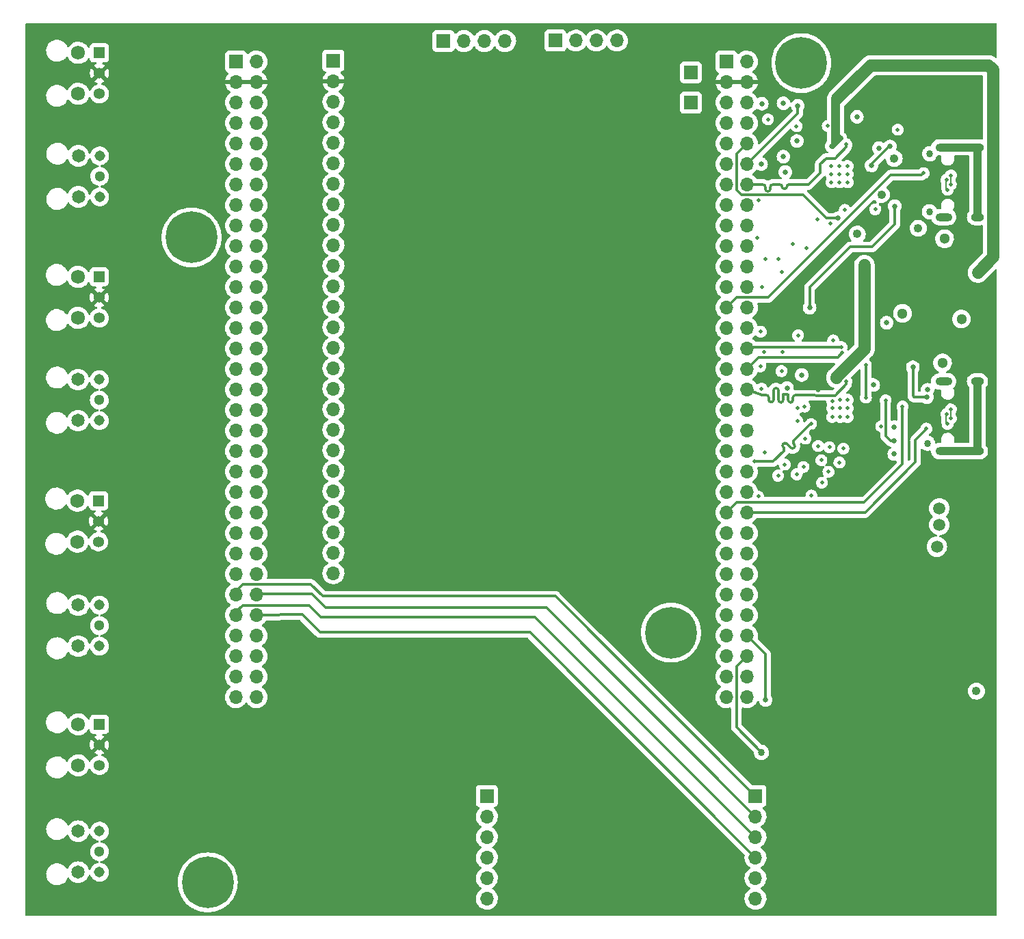
<source format=gbr>
%TF.GenerationSoftware,KiCad,Pcbnew,(6.0.7)*%
%TF.CreationDate,2022-08-08T23:44:24-07:00*%
%TF.ProjectId,adatface_baseboard,61646174-6661-4636-955f-62617365626f,rev?*%
%TF.SameCoordinates,Original*%
%TF.FileFunction,Copper,L4,Bot*%
%TF.FilePolarity,Positive*%
%FSLAX46Y46*%
G04 Gerber Fmt 4.6, Leading zero omitted, Abs format (unit mm)*
G04 Created by KiCad (PCBNEW (6.0.7)) date 2022-08-08 23:44:24*
%MOMM*%
%LPD*%
G01*
G04 APERTURE LIST*
%TA.AperFunction,ComponentPad*%
%ADD10C,1.308000*%
%TD*%
%TA.AperFunction,ComponentPad*%
%ADD11C,1.300000*%
%TD*%
%TA.AperFunction,ComponentPad*%
%ADD12C,1.650000*%
%TD*%
%TA.AperFunction,ComponentPad*%
%ADD13R,1.358000X1.358000*%
%TD*%
%TA.AperFunction,ComponentPad*%
%ADD14C,1.358000*%
%TD*%
%TA.AperFunction,ComponentPad*%
%ADD15C,1.725000*%
%TD*%
%TA.AperFunction,ComponentPad*%
%ADD16R,1.700000X1.700000*%
%TD*%
%TA.AperFunction,ComponentPad*%
%ADD17O,1.700000X1.700000*%
%TD*%
%TA.AperFunction,ComponentPad*%
%ADD18C,0.800000*%
%TD*%
%TA.AperFunction,ComponentPad*%
%ADD19C,6.400000*%
%TD*%
%TA.AperFunction,ComponentPad*%
%ADD20O,2.100000X1.000000*%
%TD*%
%TA.AperFunction,ComponentPad*%
%ADD21O,1.600000X1.000000*%
%TD*%
%TA.AperFunction,ViaPad*%
%ADD22C,0.460000*%
%TD*%
%TA.AperFunction,ViaPad*%
%ADD23C,1.500000*%
%TD*%
%TA.AperFunction,ViaPad*%
%ADD24C,0.660000*%
%TD*%
%TA.AperFunction,ViaPad*%
%ADD25C,1.300000*%
%TD*%
%TA.AperFunction,ViaPad*%
%ADD26C,1.080000*%
%TD*%
%TA.AperFunction,ViaPad*%
%ADD27C,0.860000*%
%TD*%
%TA.AperFunction,Conductor*%
%ADD28C,0.200000*%
%TD*%
%TA.AperFunction,Conductor*%
%ADD29C,1.500000*%
%TD*%
%TA.AperFunction,Conductor*%
%ADD30C,0.600000*%
%TD*%
%TA.AperFunction,Conductor*%
%ADD31C,0.300000*%
%TD*%
%TA.AperFunction,Conductor*%
%ADD32C,1.000000*%
%TD*%
G04 APERTURE END LIST*
D10*
%TO.P,U1,1,VCC*%
%TO.N,Net-(C1-Pad2)*%
X51056023Y-137249033D03*
D11*
%TO.P,U1,2,GND*%
%TO.N,GND*%
X51056023Y-139789033D03*
D10*
%TO.P,U1,3,VOUT*%
%TO.N,/TOSLINK1_RX*%
X51056023Y-142329033D03*
D12*
%TO.P,U1,NC1*%
%TO.N,N/C*%
X48426023Y-137249033D03*
%TO.P,U1,NC2*%
X48426023Y-142329033D03*
%TD*%
D13*
%TO.P,TR2,1,VIN*%
%TO.N,/TOSLINK4_TX*%
X51050408Y-40817745D03*
D14*
%TO.P,TR2,2,VCC*%
%TO.N,+3V3*%
X51050408Y-43357745D03*
%TO.P,TR2,3,GND*%
%TO.N,GND*%
X51050408Y-45897745D03*
D15*
%TO.P,TR2,4,NC*%
%TO.N,unconnected-(TR2-Pad4)*%
X48430408Y-40817745D03*
%TO.P,TR2,5,NC*%
%TO.N,unconnected-(TR2-Pad5)*%
X48430408Y-45897745D03*
%TD*%
D13*
%TO.P,TR3,1,VIN*%
%TO.N,/TOSLINK3_TX*%
X51026111Y-68581385D03*
D14*
%TO.P,TR3,2,VCC*%
%TO.N,+3V3*%
X51026111Y-71121385D03*
%TO.P,TR3,3,GND*%
%TO.N,GND*%
X51026111Y-73661385D03*
D15*
%TO.P,TR3,4,NC*%
%TO.N,unconnected-(TR3-Pad4)*%
X48406111Y-68581385D03*
%TO.P,TR3,5,NC*%
%TO.N,unconnected-(TR3-Pad5)*%
X48406111Y-73661385D03*
%TD*%
D16*
%TO.P,J11,1,Pin_1*%
%TO.N,GND*%
X93640000Y-39365000D03*
D17*
%TO.P,J11,2,Pin_2*%
X96180000Y-39365000D03*
%TO.P,J11,3,Pin_3*%
X98720000Y-39365000D03*
%TO.P,J11,4,Pin_4*%
X101260000Y-39365000D03*
%TD*%
D18*
%TO.P,H3,1*%
%TO.N,N/C*%
X60050000Y-63700000D03*
X64147056Y-62002944D03*
X64850000Y-63700000D03*
X60752944Y-62002944D03*
X64147056Y-65397056D03*
D19*
X62450000Y-63700000D03*
D18*
X62450000Y-66100000D03*
X60752944Y-65397056D03*
X62450000Y-61300000D03*
%TD*%
%TO.P,H4,1*%
%TO.N,N/C*%
X121793000Y-115049000D03*
X123490056Y-110951944D03*
X124193000Y-112649000D03*
X123490056Y-114346056D03*
X120095944Y-110951944D03*
D19*
X121793000Y-112649000D03*
D18*
X121793000Y-110249000D03*
X119393000Y-112649000D03*
X120095944Y-114346056D03*
%TD*%
D16*
%TO.P,J10,1,Pin_1*%
%TO.N,GND*%
X107490000Y-39310000D03*
D17*
%TO.P,J10,2,Pin_2*%
X110030000Y-39310000D03*
%TO.P,J10,3,Pin_3*%
X112570000Y-39310000D03*
%TO.P,J10,4,Pin_4*%
X115110000Y-39310000D03*
%TD*%
D10*
%TO.P,U2,1,VCC*%
%TO.N,Net-(C2-Pad2)*%
X51070408Y-53580245D03*
D11*
%TO.P,U2,2,GND*%
%TO.N,GND*%
X51070408Y-56120245D03*
D10*
%TO.P,U2,3,VOUT*%
%TO.N,/TOSLINK4_RX*%
X51070408Y-58660245D03*
D12*
%TO.P,U2,NC1*%
%TO.N,N/C*%
X48440408Y-53580245D03*
%TO.P,U2,NC2*%
X48440408Y-58660245D03*
%TD*%
D16*
%TO.P,J3,1,Pin_1*%
%TO.N,GND*%
X128650000Y-41910000D03*
D17*
%TO.P,J3,2,Pin_2*%
X131190000Y-41910000D03*
%TO.P,J3,3,Pin_3*%
%TO.N,+3V3*%
X128650000Y-44450000D03*
%TO.P,J3,4,Pin_4*%
X131190000Y-44450000D03*
%TO.P,J3,5,Pin_5*%
%TO.N,Net-(J3-Pad5)*%
X128650000Y-46990000D03*
%TO.P,J3,6,Pin_6*%
%TO.N,Net-(J3-Pad6)*%
X131190000Y-46990000D03*
%TO.P,J3,7,Pin_7*%
%TO.N,/USB2_CLK*%
X128650000Y-49530000D03*
%TO.P,J3,8,Pin_8*%
%TO.N,GND*%
X131190000Y-49530000D03*
%TO.P,J3,9,Pin_9*%
%TO.N,/USB2_STP*%
X128650000Y-52070000D03*
%TO.P,J3,10,Pin_10*%
%TO.N,/USB2_VBUS_PIN*%
X131190000Y-52070000D03*
%TO.P,J3,11,Pin_11*%
%TO.N,/USB2_DIR*%
X128650000Y-54610000D03*
%TO.P,J3,12,Pin_12*%
%TO.N,/USB2_ID*%
X131190000Y-54610000D03*
%TO.P,J3,13,Pin_13*%
%TO.N,/USB2_NXT*%
X128650000Y-57150000D03*
%TO.P,J3,14,Pin_14*%
%TO.N,/USB2_RESET*%
X131190000Y-57150000D03*
%TO.P,J3,15,Pin_15*%
%TO.N,GND*%
X128650000Y-59690000D03*
%TO.P,J3,16,Pin_16*%
X131190000Y-59690000D03*
%TO.P,J3,17,Pin_17*%
%TO.N,/USB2_DATA0*%
X128650000Y-62230000D03*
%TO.P,J3,18,Pin_18*%
%TO.N,/USB2_DATA1*%
X131190000Y-62230000D03*
%TO.P,J3,19,Pin_19*%
%TO.N,/USB2_DATA2*%
X128650000Y-64770000D03*
%TO.P,J3,20,Pin_20*%
%TO.N,/USB2_DATA3*%
X131190000Y-64770000D03*
%TO.P,J3,21,Pin_21*%
%TO.N,/USB2_DATA4*%
X128650000Y-67310000D03*
%TO.P,J3,22,Pin_22*%
%TO.N,/USB2_DATA5*%
X131190000Y-67310000D03*
%TO.P,J3,23,Pin_23*%
%TO.N,/USB2_DATA6*%
X128650000Y-69850000D03*
%TO.P,J3,24,Pin_24*%
%TO.N,/USB2_DATA7*%
X131190000Y-69850000D03*
%TO.P,J3,25,Pin_25*%
%TO.N,/USB2_SBU1*%
X128650000Y-72390000D03*
%TO.P,J3,26,Pin_26*%
%TO.N,/USB2_SBU2*%
X131190000Y-72390000D03*
%TO.P,J3,27,Pin_27*%
%TO.N,/USB1_CLK*%
X128650000Y-74930000D03*
%TO.P,J3,28,Pin_28*%
%TO.N,GND*%
X131190000Y-74930000D03*
%TO.P,J3,29,Pin_29*%
%TO.N,/USB1_STP*%
X128650000Y-77470000D03*
%TO.P,J3,30,Pin_30*%
%TO.N,/USB1_VBUS_PIN*%
X131190000Y-77470000D03*
%TO.P,J3,31,Pin_31*%
%TO.N,/USB1_DIR*%
X128650000Y-80010000D03*
%TO.P,J3,32,Pin_32*%
%TO.N,/USB1_ID*%
X131190000Y-80010000D03*
%TO.P,J3,33,Pin_33*%
%TO.N,/USB1_NXT*%
X128650000Y-82550000D03*
%TO.P,J3,34,Pin_34*%
%TO.N,/USB1_RESET*%
X131190000Y-82550000D03*
%TO.P,J3,35,Pin_35*%
%TO.N,GND*%
X128650000Y-85090000D03*
%TO.P,J3,36,Pin_36*%
X131190000Y-85090000D03*
%TO.P,J3,37,Pin_37*%
%TO.N,/USB1_DATA0*%
X128650000Y-87630000D03*
%TO.P,J3,38,Pin_38*%
%TO.N,/USB1_DATA1*%
X131190000Y-87630000D03*
%TO.P,J3,39,Pin_39*%
%TO.N,/USB1_DATA2*%
X128650000Y-90170000D03*
%TO.P,J3,40,Pin_40*%
%TO.N,/USB1_DATA3*%
X131190000Y-90170000D03*
%TO.P,J3,41,Pin_41*%
%TO.N,/USB1_DATA4*%
X128650000Y-92710000D03*
%TO.P,J3,42,Pin_42*%
%TO.N,/USB1_DATA5*%
X131190000Y-92710000D03*
%TO.P,J3,43,Pin_43*%
%TO.N,/USB1_DATA6*%
X128650000Y-95250000D03*
%TO.P,J3,44,Pin_44*%
%TO.N,/USB1_DATA7*%
X131190000Y-95250000D03*
%TO.P,J3,45,Pin_45*%
%TO.N,/USB1_SBU1*%
X128650000Y-97790000D03*
%TO.P,J3,46,Pin_46*%
%TO.N,/USB1_SBU2*%
X131190000Y-97790000D03*
%TO.P,J3,47,Pin_47*%
%TO.N,GND*%
X128650000Y-100330000D03*
%TO.P,J3,48,Pin_48*%
X131190000Y-100330000D03*
%TO.P,J3,49,Pin_49*%
%TO.N,/USB2_ACTIVE*%
X128650000Y-102870000D03*
%TO.P,J3,50,Pin_50*%
%TO.N,/USB2_SUSPENDED_N*%
X131190000Y-102870000D03*
%TO.P,J3,51,Pin_51*%
%TO.N,/USB1_ACTIVE*%
X128650000Y-105410000D03*
%TO.P,J3,52,Pin_52*%
%TO.N,/USB1_SUSPENDED_N*%
X131190000Y-105410000D03*
%TO.P,J3,53,Pin_53*%
%TO.N,/SYNC3*%
X128650000Y-107950000D03*
%TO.P,J3,54,Pin_54*%
%TO.N,/SYNC4*%
X131190000Y-107950000D03*
%TO.P,J3,55,Pin_55*%
%TO.N,/SYNC1*%
X128650000Y-110490000D03*
%TO.P,J3,56,Pin_56*%
%TO.N,/SYNC2*%
X131190000Y-110490000D03*
%TO.P,J3,57,Pin_57*%
%TO.N,/USB1*%
X128650000Y-113030000D03*
%TO.P,J3,58,Pin_58*%
%TO.N,/USB2*%
X131190000Y-113030000D03*
%TO.P,J3,59,Pin_59*%
%TO.N,GND*%
X128650000Y-115570000D03*
%TO.P,J3,60,Pin_60*%
%TO.N,/HOST*%
X131190000Y-115570000D03*
%TO.P,J3,61,Pin_61*%
%TO.N,GND*%
X128650000Y-118110000D03*
%TO.P,J3,62,Pin_62*%
X131190000Y-118110000D03*
%TO.P,J3,63,Pin_63*%
%TO.N,+5V*%
X128650000Y-120650000D03*
%TO.P,J3,64,Pin_64*%
X131190000Y-120650000D03*
%TD*%
D16*
%TO.P,J7,1,Pin_1*%
%TO.N,GND*%
X80010000Y-41783000D03*
D17*
%TO.P,J7,2,Pin_2*%
%TO.N,+3V3*%
X80010000Y-44323000D03*
%TO.P,J7,3,Pin_3*%
%TO.N,GND*%
X80010000Y-46863000D03*
%TO.P,J7,4,Pin_4*%
%TO.N,Net-(J2-Pad8)*%
X80010000Y-49403000D03*
%TO.P,J7,5,Pin_5*%
%TO.N,Net-(J2-Pad10)*%
X80010000Y-51943000D03*
%TO.P,J7,6,Pin_6*%
%TO.N,Net-(J2-Pad12)*%
X80010000Y-54483000D03*
%TO.P,J7,7,Pin_7*%
%TO.N,Net-(J2-Pad14)*%
X80010000Y-57023000D03*
%TO.P,J7,8,Pin_8*%
%TO.N,Net-(J2-Pad16)*%
X80010000Y-59563000D03*
%TO.P,J7,9,Pin_9*%
%TO.N,Net-(J2-Pad18)*%
X80010000Y-62103000D03*
%TO.P,J7,10,Pin_10*%
%TO.N,Net-(J2-Pad20)*%
X80010000Y-64643000D03*
%TO.P,J7,11,Pin_11*%
%TO.N,Net-(J2-Pad22)*%
X80010000Y-67183000D03*
%TO.P,J7,12,Pin_12*%
%TO.N,Net-(J2-Pad24)*%
X80010000Y-69723000D03*
%TO.P,J7,13,Pin_13*%
%TO.N,Net-(J2-Pad26)*%
X80010000Y-72263000D03*
%TO.P,J7,14,Pin_14*%
%TO.N,Net-(J2-Pad28)*%
X80010000Y-74803000D03*
%TO.P,J7,15,Pin_15*%
%TO.N,Net-(J2-Pad30)*%
X80010000Y-77343000D03*
%TO.P,J7,16,Pin_16*%
%TO.N,Net-(J2-Pad32)*%
X80010000Y-79883000D03*
%TO.P,J7,17,Pin_17*%
%TO.N,Net-(J2-Pad34)*%
X80010000Y-82423000D03*
%TO.P,J7,18,Pin_18*%
%TO.N,Net-(J2-Pad36)*%
X80010000Y-84963000D03*
%TO.P,J7,19,Pin_19*%
%TO.N,Net-(J2-Pad38)*%
X80010000Y-87503000D03*
%TO.P,J7,20,Pin_20*%
%TO.N,Net-(J2-Pad40)*%
X80010000Y-90043000D03*
%TO.P,J7,21,Pin_21*%
%TO.N,Net-(J2-Pad42)*%
X80010000Y-92583000D03*
%TO.P,J7,22,Pin_22*%
%TO.N,Net-(J2-Pad44)*%
X80010000Y-95123000D03*
%TO.P,J7,23,Pin_23*%
%TO.N,Net-(J2-Pad46)*%
X80010000Y-97663000D03*
%TO.P,J7,24,Pin_24*%
%TO.N,Net-(J2-Pad48)*%
X80010000Y-100203000D03*
%TO.P,J7,25,Pin_25*%
%TO.N,Net-(J2-Pad50)*%
X80010000Y-102743000D03*
%TO.P,J7,26,Pin_26*%
%TO.N,Net-(J2-Pad52)*%
X80010000Y-105283000D03*
%TD*%
D16*
%TO.P,J6,1,Pin_1*%
%TO.N,/I2S2_SCK*%
X99000000Y-132900000D03*
D17*
%TO.P,J6,2,Pin_2*%
%TO.N,/I2S2_BCK*%
X99000000Y-135440000D03*
%TO.P,J6,3,Pin_3*%
%TO.N,/I2S2_DIN*%
X99000000Y-137980000D03*
%TO.P,J6,4,Pin_4*%
%TO.N,/I2S2_LRCK*%
X99000000Y-140520000D03*
%TO.P,J6,5,Pin_5*%
%TO.N,GND*%
X99000000Y-143060000D03*
%TO.P,J6,6,Pin_6*%
%TO.N,+5V*%
X99000000Y-145600000D03*
%TD*%
D20*
%TO.P,J4,S1,SHIELD*%
%TO.N,Net-(J4-PadS1)*%
X155545000Y-90170000D03*
D21*
X159725000Y-90170000D03*
X159725000Y-81530000D03*
D20*
X155545000Y-81530000D03*
%TD*%
D10*
%TO.P,U3,1,VCC*%
%TO.N,Net-(C3-Pad2)*%
X51030000Y-81310000D03*
D11*
%TO.P,U3,2,GND*%
%TO.N,GND*%
X51030000Y-83850000D03*
D10*
%TO.P,U3,3,VOUT*%
%TO.N,/TOSLINK3_RX*%
X51030000Y-86390000D03*
D12*
%TO.P,U3,NC1*%
%TO.N,N/C*%
X48400000Y-81310000D03*
%TO.P,U3,NC2*%
X48400000Y-86390000D03*
%TD*%
D16*
%TO.P,J9,1,Pin_1*%
%TO.N,Net-(J3-Pad6)*%
X124250000Y-43250000D03*
%TD*%
D18*
%TO.P,H2,1*%
%TO.N,N/C*%
X62752944Y-141902944D03*
X66850000Y-143600000D03*
X64450000Y-146000000D03*
X66147056Y-145297056D03*
X64450000Y-141200000D03*
X66147056Y-141902944D03*
X62752944Y-145297056D03*
X62050000Y-143600000D03*
D19*
X64450000Y-143600000D03*
%TD*%
D16*
%TO.P,J1,1,Pin_1*%
%TO.N,/I2S1_SCK*%
X132250000Y-132900000D03*
D17*
%TO.P,J1,2,Pin_2*%
%TO.N,/I2S1_BCK*%
X132250000Y-135440000D03*
%TO.P,J1,3,Pin_3*%
%TO.N,/I2S1_DIN*%
X132250000Y-137980000D03*
%TO.P,J1,4,Pin_4*%
%TO.N,/I2S1_LRCK*%
X132250000Y-140520000D03*
%TO.P,J1,5,Pin_5*%
%TO.N,GND*%
X132250000Y-143060000D03*
%TO.P,J1,6,Pin_6*%
%TO.N,+5V*%
X132250000Y-145600000D03*
%TD*%
D13*
%TO.P,TR4,1,VIN*%
%TO.N,/TOSLINK2_TX*%
X50946530Y-96303594D03*
D14*
%TO.P,TR4,2,VCC*%
%TO.N,+3V3*%
X50946530Y-98843594D03*
%TO.P,TR4,3,GND*%
%TO.N,GND*%
X50946530Y-101383594D03*
D15*
%TO.P,TR4,4,NC*%
%TO.N,unconnected-(TR4-Pad4)*%
X48326530Y-96303594D03*
%TO.P,TR4,5,NC*%
%TO.N,unconnected-(TR4-Pad5)*%
X48326530Y-101383594D03*
%TD*%
D16*
%TO.P,J8,1,Pin_1*%
%TO.N,Net-(J3-Pad5)*%
X124250000Y-47000000D03*
%TD*%
D19*
%TO.P,H1,1*%
%TO.N,N/C*%
X137925000Y-42100000D03*
D18*
X137925000Y-39700000D03*
X137925000Y-44500000D03*
X140325000Y-42100000D03*
X139622056Y-43797056D03*
X136227944Y-40402944D03*
X135525000Y-42100000D03*
X136227944Y-43797056D03*
X139622056Y-40402944D03*
%TD*%
D10*
%TO.P,U4,1,VCC*%
%TO.N,Net-(C4-Pad2)*%
X51056023Y-109249033D03*
D11*
%TO.P,U4,2,GND*%
%TO.N,GND*%
X51056023Y-111789033D03*
D10*
%TO.P,U4,3,VOUT*%
%TO.N,/TOSLINK2_RX*%
X51056023Y-114329033D03*
D12*
%TO.P,U4,NC1*%
%TO.N,N/C*%
X48426023Y-109249033D03*
%TO.P,U4,NC2*%
X48426023Y-114329033D03*
%TD*%
D13*
%TO.P,TR1,1,VIN*%
%TO.N,/TOSLINK1_TX*%
X51036023Y-124011533D03*
D14*
%TO.P,TR1,2,VCC*%
%TO.N,+3V3*%
X51036023Y-126551533D03*
%TO.P,TR1,3,GND*%
%TO.N,GND*%
X51036023Y-129091533D03*
D15*
%TO.P,TR1,4,NC*%
%TO.N,unconnected-(TR1-Pad4)*%
X48416023Y-124011533D03*
%TO.P,TR1,5,NC*%
%TO.N,unconnected-(TR1-Pad5)*%
X48416023Y-129091533D03*
%TD*%
D16*
%TO.P,J2,1,Pin_1*%
%TO.N,GND*%
X67945000Y-41910000D03*
D17*
%TO.P,J2,2,Pin_2*%
X70485000Y-41910000D03*
%TO.P,J2,3,Pin_3*%
%TO.N,+3V3*%
X67945000Y-44450000D03*
%TO.P,J2,4,Pin_4*%
X70485000Y-44450000D03*
%TO.P,J2,5,Pin_5*%
%TO.N,GND*%
X67945000Y-46990000D03*
%TO.P,J2,6,Pin_6*%
X70485000Y-46990000D03*
%TO.P,J2,7,Pin_7*%
%TO.N,/TOSLINK4_TX*%
X67945000Y-49530000D03*
%TO.P,J2,8,Pin_8*%
%TO.N,Net-(J2-Pad8)*%
X70485000Y-49530000D03*
%TO.P,J2,9,Pin_9*%
%TO.N,/TOSLINK4_RX*%
X67945000Y-52070000D03*
%TO.P,J2,10,Pin_10*%
%TO.N,Net-(J2-Pad10)*%
X70485000Y-52070000D03*
%TO.P,J2,11,Pin_11*%
%TO.N,GND*%
X67945000Y-54610000D03*
%TO.P,J2,12,Pin_12*%
%TO.N,Net-(J2-Pad12)*%
X70485000Y-54610000D03*
%TO.P,J2,13,Pin_13*%
%TO.N,GND*%
X67945000Y-57150000D03*
%TO.P,J2,14,Pin_14*%
%TO.N,Net-(J2-Pad14)*%
X70485000Y-57150000D03*
%TO.P,J2,15,Pin_15*%
%TO.N,GND*%
X67945000Y-59690000D03*
%TO.P,J2,16,Pin_16*%
%TO.N,Net-(J2-Pad16)*%
X70485000Y-59690000D03*
%TO.P,J2,17,Pin_17*%
%TO.N,GND*%
X67945000Y-62230000D03*
%TO.P,J2,18,Pin_18*%
%TO.N,Net-(J2-Pad18)*%
X70485000Y-62230000D03*
%TO.P,J2,19,Pin_19*%
%TO.N,GND*%
X67945000Y-64770000D03*
%TO.P,J2,20,Pin_20*%
%TO.N,Net-(J2-Pad20)*%
X70485000Y-64770000D03*
%TO.P,J2,21,Pin_21*%
%TO.N,GND*%
X67945000Y-67310000D03*
%TO.P,J2,22,Pin_22*%
%TO.N,Net-(J2-Pad22)*%
X70485000Y-67310000D03*
%TO.P,J2,23,Pin_23*%
%TO.N,/TOSLINK3_TX*%
X67945000Y-69850000D03*
%TO.P,J2,24,Pin_24*%
%TO.N,Net-(J2-Pad24)*%
X70485000Y-69850000D03*
%TO.P,J2,25,Pin_25*%
%TO.N,/TOSLINK3_RX*%
X67945000Y-72390000D03*
%TO.P,J2,26,Pin_26*%
%TO.N,Net-(J2-Pad26)*%
X70485000Y-72390000D03*
%TO.P,J2,27,Pin_27*%
%TO.N,GND*%
X67945000Y-74930000D03*
%TO.P,J2,28,Pin_28*%
%TO.N,Net-(J2-Pad28)*%
X70485000Y-74930000D03*
%TO.P,J2,29,Pin_29*%
%TO.N,GND*%
X67945000Y-77470000D03*
%TO.P,J2,30,Pin_30*%
%TO.N,Net-(J2-Pad30)*%
X70485000Y-77470000D03*
%TO.P,J2,31,Pin_31*%
%TO.N,GND*%
X67945000Y-80010000D03*
%TO.P,J2,32,Pin_32*%
%TO.N,Net-(J2-Pad32)*%
X70485000Y-80010000D03*
%TO.P,J2,33,Pin_33*%
%TO.N,/TOSLINK2_TX*%
X67945000Y-82550000D03*
%TO.P,J2,34,Pin_34*%
%TO.N,Net-(J2-Pad34)*%
X70485000Y-82550000D03*
%TO.P,J2,35,Pin_35*%
%TO.N,/TOSLINK2_RX*%
X67945000Y-85090000D03*
%TO.P,J2,36,Pin_36*%
%TO.N,Net-(J2-Pad36)*%
X70485000Y-85090000D03*
%TO.P,J2,37,Pin_37*%
%TO.N,GND*%
X67945000Y-87630000D03*
%TO.P,J2,38,Pin_38*%
%TO.N,Net-(J2-Pad38)*%
X70485000Y-87630000D03*
%TO.P,J2,39,Pin_39*%
%TO.N,GND*%
X67945000Y-90170000D03*
%TO.P,J2,40,Pin_40*%
%TO.N,Net-(J2-Pad40)*%
X70485000Y-90170000D03*
%TO.P,J2,41,Pin_41*%
%TO.N,GND*%
X67945000Y-92710000D03*
%TO.P,J2,42,Pin_42*%
%TO.N,Net-(J2-Pad42)*%
X70485000Y-92710000D03*
%TO.P,J2,43,Pin_43*%
%TO.N,GND*%
X67945000Y-95250000D03*
%TO.P,J2,44,Pin_44*%
%TO.N,Net-(J2-Pad44)*%
X70485000Y-95250000D03*
%TO.P,J2,45,Pin_45*%
%TO.N,GND*%
X67945000Y-97790000D03*
%TO.P,J2,46,Pin_46*%
%TO.N,Net-(J2-Pad46)*%
X70485000Y-97790000D03*
%TO.P,J2,47,Pin_47*%
%TO.N,GND*%
X67945000Y-100330000D03*
%TO.P,J2,48,Pin_48*%
%TO.N,Net-(J2-Pad48)*%
X70485000Y-100330000D03*
%TO.P,J2,49,Pin_49*%
%TO.N,/TOSLINK1_TX*%
X67945000Y-102870000D03*
%TO.P,J2,50,Pin_50*%
%TO.N,Net-(J2-Pad50)*%
X70485000Y-102870000D03*
%TO.P,J2,51,Pin_51*%
%TO.N,/TOSLINK1_RX*%
X67945000Y-105410000D03*
%TO.P,J2,52,Pin_52*%
%TO.N,Net-(J2-Pad52)*%
X70485000Y-105410000D03*
%TO.P,J2,53,Pin_53*%
%TO.N,/I2S1_SCK*%
X67945000Y-107950000D03*
%TO.P,J2,54,Pin_54*%
%TO.N,/I2S1_BCK*%
X70485000Y-107950000D03*
%TO.P,J2,55,Pin_55*%
%TO.N,/I2S1_DIN*%
X67945000Y-110490000D03*
%TO.P,J2,56,Pin_56*%
%TO.N,/I2S1_LRCK*%
X70485000Y-110490000D03*
%TO.P,J2,57,Pin_57*%
%TO.N,/I2S2_SCK*%
X67945000Y-113030000D03*
%TO.P,J2,58,Pin_58*%
%TO.N,/I2S2_BCK*%
X70485000Y-113030000D03*
%TO.P,J2,59,Pin_59*%
%TO.N,/I2S2_DIN*%
X67945000Y-115570000D03*
%TO.P,J2,60,Pin_60*%
%TO.N,/I2S2_LRCK*%
X70485000Y-115570000D03*
%TO.P,J2,61,Pin_61*%
%TO.N,GND*%
X67945000Y-118110000D03*
%TO.P,J2,62,Pin_62*%
X70485000Y-118110000D03*
%TO.P,J2,63,Pin_63*%
%TO.N,+5V*%
X67945000Y-120650000D03*
%TO.P,J2,64,Pin_64*%
X70485000Y-120650000D03*
%TD*%
D20*
%TO.P,J5,S1,SHIELD*%
%TO.N,Net-(J5-PadS1)*%
X155545000Y-52530000D03*
D21*
X159725000Y-61170000D03*
X159725000Y-52530000D03*
D20*
X155545000Y-61170000D03*
%TD*%
D22*
%TO.N,/USB2_D+*%
X156425000Y-57125000D03*
X156425000Y-56000000D03*
%TO.N,/USB2_D-*%
X156035000Y-57775000D03*
X155895500Y-56579500D03*
%TO.N,GND*%
X143650000Y-54850000D03*
X141550000Y-61940000D03*
D23*
X155000000Y-97250000D03*
D22*
X142630000Y-91570000D03*
X138430000Y-88610000D03*
D24*
X133030000Y-47130000D03*
X135720000Y-47070000D03*
D22*
X141754384Y-83960199D03*
X137350000Y-93040000D03*
D25*
X150450000Y-73100000D03*
D22*
X143650000Y-55850000D03*
X149850000Y-50340000D03*
X142750000Y-85950000D03*
D24*
X148500000Y-74250000D03*
D22*
X143310000Y-60280000D03*
X137420000Y-86410000D03*
D26*
X144850000Y-63275000D03*
D22*
X133460000Y-66360000D03*
X142650000Y-56850000D03*
D24*
X132940000Y-54600000D03*
X153560000Y-82570000D03*
D22*
X132600000Y-59100000D03*
X133010000Y-82430000D03*
D23*
X155000000Y-99300000D03*
D27*
X153550000Y-89200000D03*
D22*
X139990000Y-89530000D03*
D26*
X159600000Y-119900000D03*
D22*
X140480000Y-94090000D03*
X135600000Y-77900000D03*
X133020000Y-69860000D03*
D24*
X144800000Y-48750000D03*
D22*
X138300000Y-84650000D03*
X138540000Y-64980000D03*
X139180000Y-95670000D03*
X143130000Y-89860000D03*
X135060000Y-66330000D03*
X141650000Y-54850000D03*
X141750000Y-84850000D03*
D24*
X135710000Y-53680000D03*
D22*
X132490000Y-63710000D03*
X141650000Y-55850000D03*
D27*
X153825000Y-53325000D03*
D22*
X142750000Y-83800000D03*
X143650000Y-84850000D03*
X141750000Y-85950000D03*
D24*
X137980000Y-80730000D03*
D22*
X136890000Y-64530000D03*
D24*
X137400000Y-51740000D03*
D22*
X133370000Y-90340000D03*
X132600000Y-95790000D03*
X143650000Y-85950000D03*
X132860000Y-79660000D03*
X147820000Y-87080000D03*
D23*
X154700000Y-102000000D03*
D22*
X147080000Y-60210000D03*
X142750000Y-84850000D03*
D26*
X149420000Y-53910000D03*
D24*
X149412500Y-87200000D03*
D22*
X141200000Y-49890000D03*
X133330000Y-77890000D03*
X143650000Y-56850000D03*
X135870000Y-91820000D03*
D24*
X136150000Y-82330000D03*
D22*
X138190000Y-92130000D03*
X139940000Y-61480000D03*
D24*
X146825000Y-81975000D03*
X149425000Y-90525000D03*
X135950000Y-55600000D03*
D22*
X137330000Y-49910000D03*
X143650000Y-83800000D03*
X141650000Y-56850000D03*
X140400000Y-91300000D03*
D25*
X155650000Y-63850000D03*
D22*
X132910000Y-75370000D03*
X137520000Y-75810000D03*
X135480000Y-80250000D03*
X141400000Y-89670000D03*
D24*
X147520000Y-52640000D03*
D22*
X142650000Y-55850000D03*
X135050000Y-93210000D03*
X142650000Y-54850000D03*
D25*
X155400000Y-79250000D03*
D26*
X152400000Y-62550000D03*
D22*
X137420000Y-84850000D03*
D25*
X157750000Y-73800000D03*
D26*
X147841950Y-58391950D03*
D27*
X153775000Y-60500000D03*
D22*
X141290000Y-92730000D03*
X135530000Y-67940000D03*
X133790000Y-49070000D03*
X141870000Y-76460000D03*
D25*
%TO.N,+3V3*%
X58550000Y-106150000D03*
X57650000Y-71850000D03*
D22*
X143529500Y-88095000D03*
D24*
X139667911Y-58032917D03*
X143630000Y-59230000D03*
X139240000Y-53920500D03*
D22*
X142029500Y-88114428D03*
D25*
X58650000Y-50343750D03*
X58450000Y-78112500D03*
D24*
X142074144Y-59210155D03*
D25*
X153100000Y-68900000D03*
X57900000Y-127100000D03*
X153050000Y-73900000D03*
D24*
X140000000Y-82500000D03*
D25*
X58450000Y-99450000D03*
D24*
X139270000Y-87810000D03*
D25*
X58400000Y-134100000D03*
X57150000Y-43850000D03*
D24*
X146350000Y-55850000D03*
X145975000Y-84900000D03*
D23*
%TO.N,+1V8*%
X159775000Y-68050000D03*
D25*
X145737840Y-67109048D03*
D22*
X142954263Y-80810000D03*
D24*
X141705105Y-52364145D03*
D22*
X141795263Y-81290000D03*
D24*
X142760000Y-51420000D03*
D27*
%TO.N,/HOST*%
X133000000Y-127500000D03*
D24*
%TO.N,/USB2*%
X133500000Y-121000000D03*
%TO.N,/USB2_VBUS_PIN*%
X142460000Y-61320000D03*
%TO.N,/USB2_ID*%
X137490000Y-47380000D03*
D22*
%TO.N,/USB2_RESET*%
X143479500Y-52170000D03*
%TO.N,/USB2_SBU1*%
X153070000Y-55710000D03*
D24*
%TO.N,Net-(R19-Pad2)*%
X148912500Y-52427598D03*
X146600000Y-54800000D03*
D22*
%TO.N,Net-(R20-Pad2)*%
X148350000Y-83875000D03*
D24*
X149425000Y-88900000D03*
%TO.N,/USB2_SBU2*%
X138950098Y-72390000D03*
X149490000Y-59810000D03*
%TO.N,/USB1_VBUS*%
X151730000Y-79770000D03*
X153470000Y-83480000D03*
D22*
%TO.N,/USB1_VBUS_PIN*%
X142890000Y-77280000D03*
%TO.N,/USB1_ID*%
X142970000Y-78004500D03*
X145910000Y-83530000D03*
X145900000Y-79490000D03*
%TO.N,/USB1_RESET*%
X143491719Y-81519809D03*
%TO.N,/USB1_DATA4*%
X132150000Y-91450000D03*
X139129124Y-86811999D03*
%TO.N,/USB1_SBU1*%
X150450000Y-84625000D03*
%TO.N,/USB1_SBU2*%
X153400000Y-87375000D03*
%TO.N,/USB1_D+*%
X156425000Y-85000000D03*
X156425000Y-86125000D03*
%TO.N,/USB1_D-*%
X155895500Y-85579500D03*
X156035000Y-86775000D03*
%TD*%
D28*
%TO.N,/USB2_D-*%
X155875000Y-57615000D02*
X156035000Y-57775000D01*
%TO.N,/USB2_D+*%
X156425000Y-56000000D02*
X156425000Y-57125000D01*
%TO.N,/USB2_D-*%
X155895500Y-56579500D02*
X155875000Y-56600000D01*
X155875000Y-56600000D02*
X155875000Y-57615000D01*
D29*
%TO.N,+1V8*%
X161700000Y-66125000D02*
X161700000Y-42950000D01*
D30*
X142690000Y-51420000D02*
X141745855Y-52364145D01*
D29*
X142260000Y-81040000D02*
X145737840Y-77562160D01*
X159775000Y-68050000D02*
X161700000Y-66125000D01*
D31*
X142030000Y-81290000D02*
X141795263Y-81290000D01*
X142260000Y-81060000D02*
X142030000Y-81290000D01*
D30*
X141900000Y-52169250D02*
X141900000Y-50660000D01*
X141705105Y-52364145D02*
X142400000Y-51669250D01*
X142225000Y-50985000D02*
X142325000Y-50985000D01*
D31*
X141795263Y-81290000D02*
X141800000Y-81285263D01*
X142025263Y-81060000D02*
X141795263Y-81290000D01*
D30*
X142325000Y-50985000D02*
X142760000Y-51420000D01*
X142400000Y-50810000D02*
X142225000Y-50985000D01*
D29*
X161125000Y-42375000D02*
X146525000Y-42375000D01*
D30*
X142400000Y-51669250D02*
X142400000Y-51190000D01*
D29*
X161700000Y-42950000D02*
X161125000Y-42375000D01*
D30*
X141705105Y-52364145D02*
X141900000Y-52169250D01*
X141900000Y-50660000D02*
X141900000Y-46478231D01*
D29*
X146525000Y-42375000D02*
X142400000Y-46500000D01*
X142260000Y-81060000D02*
X142260000Y-81040000D01*
D31*
X141800000Y-81285263D02*
X141800000Y-80880000D01*
D30*
X142400000Y-46500000D02*
X142400000Y-50810000D01*
X141745855Y-52364145D02*
X141705105Y-52364145D01*
D29*
X145737840Y-77562160D02*
X145737840Y-67109048D01*
D30*
X142225000Y-50985000D02*
X141900000Y-50660000D01*
X142760000Y-51420000D02*
X142690000Y-51420000D01*
D31*
%TO.N,/I2S1_SCK*%
X77216000Y-106680000D02*
X68834000Y-106680000D01*
X78686000Y-108150000D02*
X77216000Y-106680000D01*
X68834000Y-106680000D02*
X67564000Y-107950000D01*
X132250000Y-132900000D02*
X107500000Y-108150000D01*
X107500000Y-108150000D02*
X78686000Y-108150000D01*
%TO.N,/I2S1_BCK*%
X77390000Y-107890000D02*
X79050000Y-109550000D01*
X106360000Y-109550000D02*
X132250000Y-135440000D01*
X79050000Y-109550000D02*
X106360000Y-109550000D01*
X71190000Y-107890000D02*
X77390000Y-107890000D01*
%TO.N,/I2S1_DIN*%
X77000000Y-109258000D02*
X68796000Y-109258000D01*
X68796000Y-109258000D02*
X67564000Y-110490000D01*
X78442000Y-110700000D02*
X104970000Y-110700000D01*
X104970000Y-110700000D02*
X132250000Y-137980000D01*
X77000000Y-109258000D02*
X78442000Y-110700000D01*
%TO.N,/I2S1_LRCK*%
X104355000Y-112625000D02*
X78325000Y-112625000D01*
X132250000Y-140520000D02*
X104355000Y-112625000D01*
X76130000Y-110430000D02*
X70485000Y-110490000D01*
X78325000Y-112625000D02*
X76130000Y-110430000D01*
%TO.N,/HOST*%
X131190000Y-115570000D02*
X129888411Y-116871589D01*
X129888411Y-116871589D02*
X129888411Y-124388411D01*
X129888411Y-124388411D02*
X133000000Y-127500000D01*
%TO.N,/USB2*%
X131190000Y-113030000D02*
X133500000Y-115340000D01*
X133500000Y-115340000D02*
X133500000Y-121000000D01*
%TO.N,/USB2_VBUS_PIN*%
X130550000Y-58425000D02*
X129925000Y-57800000D01*
X129925000Y-57800000D02*
X129925000Y-53335000D01*
X142460000Y-61320000D02*
X141020000Y-61320000D01*
X138125000Y-58425000D02*
X130550000Y-58425000D01*
X141020000Y-61320000D02*
X138125000Y-58425000D01*
X129925000Y-53335000D02*
X131190000Y-52070000D01*
%TO.N,/USB2_ID*%
X137490000Y-48310000D02*
X131190000Y-54610000D01*
X137490000Y-47380000D02*
X137490000Y-48310000D01*
%TO.N,/USB2_RESET*%
X140270000Y-54630000D02*
X140270000Y-55660000D01*
X135880000Y-57652892D02*
X135782892Y-57652892D01*
X140270000Y-55660000D02*
X138780000Y-57150000D01*
X135280000Y-57150000D02*
X134380000Y-57150000D01*
X142080000Y-53920000D02*
X140980000Y-53920000D01*
X134080000Y-57450000D02*
X134080000Y-57700000D01*
X138780000Y-57150000D02*
X136382892Y-57150000D01*
X143479500Y-52520500D02*
X142080000Y-53920000D01*
X133180000Y-57150000D02*
X131190000Y-57150000D01*
X143479500Y-52170000D02*
X143479500Y-52520500D01*
X133480000Y-57700000D02*
X133480000Y-57450000D01*
X140980000Y-53920000D02*
X140270000Y-54630000D01*
X133480000Y-57700000D02*
G75*
G03*
X133780000Y-58000000I300000J0D01*
G01*
X136131500Y-57401446D02*
G75*
G02*
X136382892Y-57150000I251400J46D01*
G01*
X135531408Y-57401446D02*
G75*
G03*
X135782892Y-57652892I251492J46D01*
G01*
X135880000Y-57652846D02*
G75*
G03*
X136131446Y-57401446I0J251446D01*
G01*
X134080000Y-57450000D02*
G75*
G02*
X134380000Y-57150000I300000J0D01*
G01*
X135280000Y-57149954D02*
G75*
G02*
X135531446Y-57401446I0J-251446D01*
G01*
X133180000Y-57150000D02*
G75*
G02*
X133480000Y-57450000I0J-300000D01*
G01*
X133780000Y-58000000D02*
G75*
G03*
X134080000Y-57700000I0J300000D01*
G01*
D32*
%TO.N,Net-(J4-PadS1)*%
X159725000Y-81530000D02*
X159725000Y-90170000D01*
X159725000Y-90170000D02*
X155545000Y-90170000D01*
%TO.N,Net-(J5-PadS1)*%
X159725000Y-52530000D02*
X159725000Y-61170000D01*
X155545000Y-52530000D02*
X159725000Y-52530000D01*
D31*
%TO.N,/USB2_SBU1*%
X133836107Y-71125000D02*
X129915000Y-71125000D01*
X129915000Y-71125000D02*
X128650000Y-72390000D01*
X153070000Y-55710000D02*
X152805000Y-55975000D01*
X152805000Y-55975000D02*
X148986107Y-55975000D01*
X148986107Y-55975000D02*
X133836107Y-71125000D01*
%TO.N,Net-(R19-Pad2)*%
X146600000Y-54800000D02*
X146600000Y-54600000D01*
X148772402Y-52427598D02*
X148912500Y-52427598D01*
X146600000Y-54600000D02*
X148772402Y-52427598D01*
%TO.N,Net-(R20-Pad2)*%
X148350000Y-88275000D02*
X148975000Y-88900000D01*
X148350000Y-83875000D02*
X148350000Y-88275000D01*
X148975000Y-88900000D02*
X149425000Y-88900000D01*
%TO.N,/USB2_SBU2*%
X149490000Y-59810000D02*
X149490000Y-62070000D01*
X146680000Y-64880000D02*
X143940000Y-64880000D01*
X138950098Y-69869902D02*
X138950098Y-72390000D01*
X143940000Y-64880000D02*
X138950098Y-69869902D01*
X149490000Y-62070000D02*
X146680000Y-64880000D01*
%TO.N,/USB1_VBUS*%
X151730000Y-83320000D02*
X151730000Y-79770000D01*
X153470000Y-83480000D02*
X151890000Y-83480000D01*
X151890000Y-83480000D02*
X151730000Y-83320000D01*
%TO.N,/USB1_VBUS_PIN*%
X131380000Y-77280000D02*
X131190000Y-77470000D01*
X142890000Y-77280000D02*
X131380000Y-77280000D01*
%TO.N,/USB1_ID*%
X132641589Y-78558411D02*
X131190000Y-80010000D01*
X142970000Y-78004500D02*
X142416089Y-78558411D01*
X142416089Y-78558411D02*
X132641589Y-78558411D01*
X145910000Y-83530000D02*
X145910000Y-79480000D01*
%TO.N,/USB1_RESET*%
X143500000Y-81890000D02*
X143500000Y-81600000D01*
X135097509Y-82655573D02*
X135089868Y-83811702D01*
X135097510Y-82655573D02*
X135097509Y-82655573D01*
X135689854Y-83815666D02*
X135694095Y-83173564D01*
X136293659Y-83241568D02*
X136289838Y-83819631D01*
X142110000Y-83280000D02*
X143500000Y-81890000D01*
X133891736Y-83525700D02*
X133889898Y-83803771D01*
X135387879Y-84113677D02*
X135387879Y-84113678D01*
X136889824Y-83823595D02*
X136891661Y-83545523D01*
X134187908Y-84105747D02*
X134187909Y-84105747D01*
X135689855Y-83815666D02*
X135689854Y-83815666D01*
X137193637Y-83247511D02*
X142110000Y-83280000D01*
X136889825Y-83823595D02*
X136889824Y-83823595D01*
X134799498Y-82353596D02*
X134799498Y-82353595D01*
X136294082Y-83177530D02*
X136293659Y-83241568D01*
X136587849Y-84121606D02*
X136587849Y-84121607D01*
X134489885Y-83807735D02*
X134489884Y-83807735D01*
X135758556Y-83109949D02*
X136230467Y-83113069D01*
X133891735Y-83525701D02*
X133891736Y-83525700D01*
X134489884Y-83807735D02*
X134497523Y-82651607D01*
X131190000Y-82550000D02*
X133030000Y-83220000D01*
X133030000Y-83220000D02*
X133593725Y-83223725D01*
X137193636Y-83247512D02*
X137193637Y-83247511D01*
X136587849Y-84121562D02*
G75*
G02*
X136289838Y-83819631I1951J299962D01*
G01*
X137193636Y-83247461D02*
G75*
G03*
X136891662Y-83545523I-1936J-300039D01*
G01*
X134187908Y-84105801D02*
G75*
G02*
X133889899Y-83803771I1992J300001D01*
G01*
X135758556Y-83109996D02*
G75*
G03*
X135694095Y-83173564I-456J-64004D01*
G01*
X134489847Y-83807735D02*
G75*
G02*
X134187909Y-84105746I-299947J1935D01*
G01*
X133891674Y-83525701D02*
G75*
G03*
X133593725Y-83223726I-299974J2001D01*
G01*
X134799498Y-82353624D02*
G75*
G03*
X134497524Y-82651607I-1998J-299976D01*
G01*
X136294031Y-83177530D02*
G75*
G03*
X136230467Y-83113070I-64031J430D01*
G01*
X136889806Y-83823595D02*
G75*
G02*
X136587849Y-84121607I-300006J1995D01*
G01*
X135387879Y-84113731D02*
G75*
G02*
X135089869Y-83811702I2021J300031D01*
G01*
X135097505Y-82655573D02*
G75*
G03*
X134799498Y-82353596I-300005J1973D01*
G01*
X135689878Y-83815666D02*
G75*
G02*
X135387879Y-84113677I-299978J1966D01*
G01*
%TO.N,/USB1_DATA4*%
X136575736Y-89718531D02*
X136119218Y-89262014D01*
X135727205Y-90142793D02*
X134420000Y-91450000D01*
X136999999Y-89294266D02*
X137032251Y-89326518D01*
X139129124Y-86811999D02*
X139058880Y-86811999D01*
X135694954Y-89686278D02*
X135727205Y-89718529D01*
X139058880Y-86811999D02*
X136966912Y-88903967D01*
X137000000Y-89294266D02*
X136999999Y-89294266D01*
X136607987Y-89750782D02*
X136575736Y-89718531D01*
X134420000Y-91450000D02*
X132150000Y-91450000D01*
X136999999Y-89294267D02*
G75*
G02*
X136966912Y-88903967I218401J215067D01*
G01*
X135695000Y-89686232D02*
G75*
G02*
X135694954Y-89262014I212100J212132D01*
G01*
X135727244Y-90142832D02*
G75*
G03*
X135727205Y-89718529I-212144J212132D01*
G01*
X135694955Y-89262015D02*
G75*
G02*
X136119217Y-89262015I212131J-212131D01*
G01*
X137032201Y-89750732D02*
G75*
G03*
X137032251Y-89326518I-212101J212132D01*
G01*
X136607988Y-89750781D02*
G75*
G03*
X137032250Y-89750781I212131J212131D01*
G01*
%TO.N,/USB1_SBU1*%
X129940000Y-96500000D02*
X145700000Y-96500000D01*
X128650000Y-97790000D02*
X129940000Y-96500000D01*
X145700000Y-96500000D02*
X150450000Y-91750000D01*
X150450000Y-91750000D02*
X150450000Y-84625000D01*
%TO.N,/USB1_SBU2*%
X153400000Y-87480000D02*
X152050000Y-88830000D01*
X145810000Y-97790000D02*
X131190000Y-97790000D01*
X152050000Y-91550000D02*
X145810000Y-97790000D01*
X153400000Y-87375000D02*
X153400000Y-87480000D01*
X152050000Y-88830000D02*
X152050000Y-91550000D01*
D28*
%TO.N,/USB1_D+*%
X156425000Y-85000000D02*
X156425000Y-86125000D01*
%TO.N,/USB1_D-*%
X155875000Y-85600000D02*
X155875000Y-86615000D01*
X155875000Y-86615000D02*
X156035000Y-86775000D01*
X155895500Y-85579500D02*
X155875000Y-85600000D01*
%TD*%
%TA.AperFunction,Conductor*%
%TO.N,+3V3*%
G36*
X162083621Y-37178502D02*
G01*
X162130114Y-37232158D01*
X162141500Y-37284500D01*
X162141500Y-41313298D01*
X162121498Y-41381419D01*
X162067842Y-41427912D01*
X161997568Y-41438016D01*
X161930700Y-41406491D01*
X161893112Y-41372289D01*
X161893109Y-41372287D01*
X161888964Y-41368515D01*
X161883508Y-41365092D01*
X161873775Y-41358987D01*
X161859907Y-41348911D01*
X161850451Y-41341004D01*
X161850441Y-41340997D01*
X161846146Y-41337406D01*
X161773752Y-41296113D01*
X161769232Y-41293408D01*
X161764836Y-41290650D01*
X161732857Y-41270590D01*
X161703404Y-41252114D01*
X161703401Y-41252112D01*
X161698656Y-41249136D01*
X161693451Y-41247043D01*
X161693448Y-41247042D01*
X161682021Y-41242448D01*
X161666589Y-41234988D01*
X161655881Y-41228880D01*
X161655872Y-41228876D01*
X161651007Y-41226101D01*
X161645730Y-41224232D01*
X161645725Y-41224230D01*
X161572458Y-41198285D01*
X161567522Y-41196420D01*
X161506787Y-41172005D01*
X161490217Y-41165344D01*
X161484730Y-41164208D01*
X161484728Y-41164207D01*
X161472651Y-41161706D01*
X161456156Y-41157101D01*
X161439241Y-41151111D01*
X161356990Y-41137641D01*
X161351820Y-41136683D01*
X161270233Y-41119787D01*
X161265621Y-41119521D01*
X161265620Y-41119521D01*
X161242452Y-41118185D01*
X161229347Y-41116738D01*
X161223090Y-41115714D01*
X161223086Y-41115714D01*
X161217543Y-41114806D01*
X161211930Y-41114894D01*
X161211928Y-41114894D01*
X161110736Y-41116484D01*
X161108757Y-41116500D01*
X146616396Y-41116500D01*
X146599949Y-41115422D01*
X146595270Y-41114806D01*
X146577914Y-41112521D01*
X146572314Y-41112785D01*
X146572313Y-41112785D01*
X146496504Y-41116360D01*
X146490569Y-41116500D01*
X146468001Y-41116500D01*
X146465218Y-41116748D01*
X146465204Y-41116749D01*
X146442023Y-41118818D01*
X146436760Y-41119177D01*
X146407342Y-41120564D01*
X146353512Y-41123103D01*
X146336023Y-41127108D01*
X146319104Y-41129788D01*
X146314618Y-41130189D01*
X146301238Y-41131383D01*
X146295830Y-41132862D01*
X146295827Y-41132863D01*
X146220870Y-41153369D01*
X146215752Y-41154655D01*
X146140000Y-41172005D01*
X146139998Y-41172006D01*
X146134530Y-41173258D01*
X146124030Y-41177737D01*
X146118033Y-41180294D01*
X146101858Y-41185927D01*
X146089961Y-41189182D01*
X146089957Y-41189183D01*
X146084549Y-41190663D01*
X146079483Y-41193079D01*
X146079484Y-41193079D01*
X146009333Y-41226539D01*
X146004524Y-41228710D01*
X145933051Y-41259196D01*
X145927891Y-41261397D01*
X145912890Y-41271251D01*
X145897975Y-41279654D01*
X145881782Y-41287378D01*
X145877231Y-41290648D01*
X145877228Y-41290650D01*
X145869619Y-41296118D01*
X145816023Y-41334631D01*
X145814119Y-41335999D01*
X145809768Y-41338989D01*
X145743990Y-41382196D01*
X145743982Y-41382202D01*
X145740126Y-41384735D01*
X145719338Y-41403257D01*
X145709061Y-41411490D01*
X145699346Y-41418471D01*
X145653332Y-41465954D01*
X145624937Y-41495255D01*
X145623548Y-41496665D01*
X141469802Y-45650410D01*
X141362406Y-45778854D01*
X141251101Y-45973993D01*
X141249231Y-45979273D01*
X141249229Y-45979278D01*
X141241426Y-46001314D01*
X141228564Y-46027510D01*
X141175054Y-46110541D01*
X141175050Y-46110550D01*
X141171235Y-46116469D01*
X141168826Y-46123089D01*
X141168825Y-46123090D01*
X141116528Y-46266774D01*
X141109197Y-46286916D01*
X141091500Y-46427000D01*
X141091500Y-49056566D01*
X141071498Y-49124687D01*
X141017842Y-49171180D01*
X141006106Y-49175843D01*
X140883572Y-49217557D01*
X140877568Y-49221251D01*
X140748459Y-49300679D01*
X140748456Y-49300681D01*
X140742457Y-49304372D01*
X140624082Y-49420293D01*
X140534331Y-49559559D01*
X140531920Y-49566182D01*
X140531919Y-49566185D01*
X140480075Y-49708626D01*
X140480074Y-49708631D01*
X140477665Y-49715249D01*
X140456899Y-49879624D01*
X140473067Y-50044514D01*
X140475291Y-50051199D01*
X140475291Y-50051200D01*
X140491670Y-50100438D01*
X140525364Y-50201725D01*
X140529013Y-50207750D01*
X140607070Y-50336636D01*
X140611192Y-50343443D01*
X140616083Y-50348508D01*
X140616084Y-50348509D01*
X140646726Y-50380240D01*
X140726284Y-50462625D01*
X140732176Y-50466480D01*
X140732180Y-50466484D01*
X140831386Y-50531402D01*
X140864920Y-50553346D01*
X140871524Y-50555802D01*
X140871526Y-50555803D01*
X141008644Y-50606797D01*
X141065521Y-50649289D01*
X141090394Y-50715786D01*
X141090717Y-50726208D01*
X141090549Y-50742221D01*
X141091263Y-50745525D01*
X141091500Y-50750195D01*
X141091500Y-51744136D01*
X141071498Y-51812257D01*
X141059136Y-51828447D01*
X141037459Y-51852522D01*
X141023007Y-51868572D01*
X141019704Y-51874293D01*
X140939368Y-52013440D01*
X140934877Y-52021218D01*
X140880410Y-52188851D01*
X140879720Y-52195412D01*
X140879720Y-52195414D01*
X140862746Y-52356918D01*
X140861986Y-52364145D01*
X140862676Y-52370710D01*
X140879050Y-52526495D01*
X140880410Y-52539439D01*
X140934877Y-52707072D01*
X140938180Y-52712794D01*
X140938181Y-52712795D01*
X140960810Y-52751990D01*
X141023007Y-52859718D01*
X141027425Y-52864625D01*
X141027426Y-52864626D01*
X141136526Y-52985794D01*
X141140948Y-52990705D01*
X141199939Y-53033564D01*
X141243293Y-53089786D01*
X141249369Y-53160522D01*
X141216237Y-53223314D01*
X141154417Y-53258225D01*
X141125878Y-53261500D01*
X141062059Y-53261500D01*
X141050203Y-53260941D01*
X141042463Y-53259211D01*
X141034537Y-53259460D01*
X141034536Y-53259460D01*
X140971611Y-53261438D01*
X140967653Y-53261500D01*
X140938568Y-53261500D01*
X140934637Y-53261997D01*
X140934630Y-53261997D01*
X140934179Y-53262054D01*
X140922343Y-53262986D01*
X140876169Y-53264438D01*
X140855579Y-53270420D01*
X140836218Y-53274430D01*
X140829230Y-53275312D01*
X140822796Y-53276125D01*
X140822795Y-53276125D01*
X140814936Y-53277118D01*
X140807571Y-53280034D01*
X140807567Y-53280035D01*
X140771979Y-53294126D01*
X140760769Y-53297965D01*
X140716400Y-53310855D01*
X140697935Y-53321775D01*
X140680195Y-53330466D01*
X140660244Y-53338365D01*
X140622874Y-53365516D01*
X140612952Y-53372033D01*
X140580023Y-53391507D01*
X140580019Y-53391510D01*
X140573193Y-53395547D01*
X140558029Y-53410711D01*
X140542996Y-53423551D01*
X140525643Y-53436159D01*
X140508810Y-53456507D01*
X140496198Y-53471752D01*
X140488208Y-53480532D01*
X139862395Y-54106345D01*
X139853615Y-54114335D01*
X139853613Y-54114337D01*
X139846920Y-54118584D01*
X139841494Y-54124362D01*
X139841493Y-54124363D01*
X139828348Y-54138361D01*
X139798774Y-54169855D01*
X139798396Y-54170257D01*
X139795641Y-54173099D01*
X139775073Y-54193667D01*
X139772356Y-54197170D01*
X139764648Y-54206195D01*
X139733028Y-54239867D01*
X139729207Y-54246818D01*
X139729206Y-54246819D01*
X139722697Y-54258658D01*
X139711843Y-54275182D01*
X139704018Y-54285271D01*
X139698696Y-54292132D01*
X139695549Y-54299404D01*
X139695548Y-54299406D01*
X139680346Y-54334535D01*
X139675124Y-54345195D01*
X139673981Y-54347275D01*
X139652876Y-54385663D01*
X139647541Y-54406441D01*
X139641142Y-54425131D01*
X139632620Y-54444824D01*
X139631380Y-54452655D01*
X139625394Y-54490448D01*
X139622987Y-54502071D01*
X139611500Y-54546812D01*
X139611500Y-54568259D01*
X139609949Y-54587969D01*
X139606594Y-54609152D01*
X139607340Y-54617043D01*
X139610941Y-54655138D01*
X139611500Y-54666996D01*
X139611500Y-55335051D01*
X139591498Y-55403172D01*
X139574595Y-55424146D01*
X138544145Y-56454595D01*
X138481833Y-56488621D01*
X138455050Y-56491500D01*
X136537286Y-56491500D01*
X136469165Y-56471498D01*
X136422672Y-56417842D01*
X136412568Y-56347568D01*
X136442062Y-56282988D01*
X136463225Y-56263564D01*
X136508813Y-56230443D01*
X136508815Y-56230441D01*
X136514157Y-56226560D01*
X136549145Y-56187702D01*
X136627679Y-56100481D01*
X136627680Y-56100480D01*
X136632098Y-56095573D01*
X136720228Y-55942927D01*
X136774695Y-55775294D01*
X136775635Y-55766357D01*
X136792429Y-55606565D01*
X136793119Y-55600000D01*
X136785645Y-55528886D01*
X136775385Y-55431269D01*
X136775385Y-55431267D01*
X136774695Y-55424706D01*
X136720228Y-55257073D01*
X136632098Y-55104427D01*
X136625966Y-55097616D01*
X136518579Y-54978351D01*
X136518578Y-54978350D01*
X136514157Y-54973440D01*
X136508814Y-54969558D01*
X136508813Y-54969557D01*
X136376902Y-54873719D01*
X136376899Y-54873717D01*
X136371560Y-54869838D01*
X136365532Y-54867154D01*
X136365530Y-54867153D01*
X136216569Y-54800831D01*
X136216567Y-54800830D01*
X136210538Y-54798146D01*
X136116454Y-54778148D01*
X136044587Y-54762872D01*
X136044583Y-54762872D01*
X136038130Y-54761500D01*
X135861870Y-54761500D01*
X135857963Y-54762330D01*
X135854522Y-54761701D01*
X135840452Y-54766052D01*
X135766686Y-54781732D01*
X135689462Y-54798146D01*
X135683433Y-54800830D01*
X135683431Y-54800831D01*
X135534469Y-54867154D01*
X135528441Y-54869838D01*
X135385843Y-54973440D01*
X135381422Y-54978350D01*
X135381421Y-54978351D01*
X135274035Y-55097616D01*
X135267902Y-55104427D01*
X135179772Y-55257073D01*
X135125305Y-55424706D01*
X135124615Y-55431267D01*
X135124615Y-55431269D01*
X135114355Y-55528886D01*
X135106881Y-55600000D01*
X135107571Y-55606565D01*
X135124366Y-55766357D01*
X135125305Y-55775294D01*
X135179772Y-55942927D01*
X135267902Y-56095573D01*
X135272320Y-56100480D01*
X135272321Y-56100481D01*
X135350855Y-56187702D01*
X135385843Y-56226560D01*
X135391185Y-56230441D01*
X135391187Y-56230443D01*
X135436775Y-56263564D01*
X135480129Y-56319786D01*
X135486204Y-56390522D01*
X135453073Y-56453314D01*
X135391253Y-56488225D01*
X135362714Y-56491500D01*
X135335774Y-56491500D01*
X135318020Y-56490243D01*
X135293892Y-56486809D01*
X135286162Y-56486728D01*
X135284121Y-56486707D01*
X135280000Y-56486664D01*
X135275910Y-56487159D01*
X135275909Y-56487159D01*
X135267764Y-56488145D01*
X135247581Y-56490587D01*
X135232446Y-56491500D01*
X134435773Y-56491500D01*
X134418021Y-56490243D01*
X134409230Y-56488992D01*
X134397969Y-56487389D01*
X134397965Y-56487389D01*
X134393892Y-56486809D01*
X134386162Y-56486728D01*
X134384121Y-56486707D01*
X134380000Y-56486664D01*
X134375914Y-56487159D01*
X134375905Y-56487159D01*
X134347052Y-56490651D01*
X134342896Y-56491085D01*
X134302480Y-56494621D01*
X134212922Y-56502456D01*
X134112053Y-56529484D01*
X134056232Y-56544441D01*
X134056230Y-56544442D01*
X134050922Y-56545864D01*
X134045942Y-56548186D01*
X134045940Y-56548187D01*
X133903907Y-56614418D01*
X133903902Y-56614421D01*
X133898920Y-56616744D01*
X133894413Y-56619900D01*
X133894411Y-56619901D01*
X133852271Y-56649408D01*
X133784997Y-56672096D01*
X133716136Y-56654811D01*
X133707728Y-56649407D01*
X133682886Y-56632012D01*
X133661081Y-56616744D01*
X133656099Y-56614421D01*
X133656094Y-56614418D01*
X133514060Y-56548187D01*
X133514059Y-56548187D01*
X133509078Y-56545864D01*
X133503770Y-56544442D01*
X133503768Y-56544441D01*
X133447947Y-56529484D01*
X133347078Y-56502456D01*
X133294868Y-56497888D01*
X133274517Y-56494409D01*
X133263188Y-56491500D01*
X133235774Y-56491500D01*
X133218021Y-56490243D01*
X133197974Y-56487390D01*
X133197975Y-56487390D01*
X133193892Y-56486809D01*
X133185719Y-56486724D01*
X133184121Y-56486707D01*
X133180000Y-56486664D01*
X133175910Y-56487159D01*
X133175909Y-56487159D01*
X133167764Y-56488145D01*
X133147581Y-56490587D01*
X133132446Y-56491500D01*
X132450632Y-56491500D01*
X132382511Y-56471498D01*
X132344840Y-56433940D01*
X132272822Y-56322617D01*
X132272820Y-56322614D01*
X132270014Y-56318277D01*
X132119670Y-56153051D01*
X132115619Y-56149852D01*
X132115615Y-56149848D01*
X131948414Y-56017800D01*
X131948410Y-56017798D01*
X131944359Y-56014598D01*
X131903053Y-55991796D01*
X131853084Y-55941364D01*
X131838312Y-55871921D01*
X131863428Y-55805516D01*
X131890780Y-55778909D01*
X131958295Y-55730751D01*
X132069860Y-55651173D01*
X132078588Y-55642476D01*
X132188600Y-55532847D01*
X132228096Y-55493489D01*
X132251988Y-55460240D01*
X132330879Y-55350451D01*
X132386874Y-55306803D01*
X132457577Y-55300357D01*
X132507261Y-55322040D01*
X132511912Y-55325419D01*
X132518440Y-55330162D01*
X132554819Y-55346359D01*
X132670860Y-55398024D01*
X132679462Y-55401854D01*
X132741724Y-55415088D01*
X132845413Y-55437128D01*
X132845417Y-55437128D01*
X132851870Y-55438500D01*
X133028130Y-55438500D01*
X133034583Y-55437128D01*
X133034587Y-55437128D01*
X133138276Y-55415088D01*
X133200538Y-55401854D01*
X133206569Y-55399169D01*
X133355530Y-55332847D01*
X133355532Y-55332846D01*
X133361560Y-55330162D01*
X133368088Y-55325419D01*
X133498813Y-55230443D01*
X133498815Y-55230441D01*
X133504157Y-55226560D01*
X133537727Y-55189277D01*
X133617679Y-55100481D01*
X133617680Y-55100480D01*
X133622098Y-55095573D01*
X133695330Y-54968731D01*
X133706924Y-54948650D01*
X133706925Y-54948649D01*
X133710228Y-54942927D01*
X133764695Y-54775294D01*
X133765667Y-54766052D01*
X133782429Y-54606565D01*
X133783119Y-54600000D01*
X133778696Y-54557920D01*
X133765385Y-54431269D01*
X133765385Y-54431267D01*
X133764695Y-54424706D01*
X133710228Y-54257073D01*
X133701245Y-54241513D01*
X133666908Y-54182041D01*
X133622098Y-54104427D01*
X133606618Y-54087234D01*
X133508579Y-53978351D01*
X133508578Y-53978350D01*
X133504157Y-53973440D01*
X133498815Y-53969559D01*
X133498813Y-53969557D01*
X133366902Y-53873719D01*
X133366901Y-53873718D01*
X133361560Y-53869838D01*
X133355532Y-53867154D01*
X133355530Y-53867153D01*
X133206564Y-53800829D01*
X133200538Y-53798146D01*
X133194085Y-53796774D01*
X133193699Y-53796649D01*
X133135093Y-53756576D01*
X133107455Y-53691180D01*
X133109390Y-53680000D01*
X134866881Y-53680000D01*
X134867571Y-53686565D01*
X134883576Y-53838840D01*
X134885305Y-53855294D01*
X134939772Y-54022927D01*
X134943075Y-54028649D01*
X134943076Y-54028650D01*
X134955191Y-54049634D01*
X135027902Y-54175573D01*
X135032320Y-54180480D01*
X135032321Y-54180481D01*
X135139503Y-54299519D01*
X135145843Y-54306560D01*
X135151185Y-54310441D01*
X135151187Y-54310443D01*
X135254886Y-54385784D01*
X135288440Y-54410162D01*
X135294468Y-54412846D01*
X135294470Y-54412847D01*
X135443431Y-54479169D01*
X135449462Y-54481854D01*
X135535666Y-54500177D01*
X135615413Y-54517128D01*
X135615417Y-54517128D01*
X135621870Y-54518500D01*
X135798130Y-54518500D01*
X135802037Y-54517670D01*
X135805478Y-54518299D01*
X135819548Y-54513948D01*
X135893314Y-54498268D01*
X135970538Y-54481854D01*
X135976569Y-54479169D01*
X136125530Y-54412847D01*
X136125532Y-54412846D01*
X136131560Y-54410162D01*
X136165114Y-54385784D01*
X136268813Y-54310443D01*
X136268815Y-54310441D01*
X136274157Y-54306560D01*
X136280497Y-54299519D01*
X136387679Y-54180481D01*
X136387680Y-54180480D01*
X136392098Y-54175573D01*
X136464809Y-54049634D01*
X136476924Y-54028650D01*
X136476925Y-54028649D01*
X136480228Y-54022927D01*
X136534695Y-53855294D01*
X136536425Y-53838840D01*
X136552429Y-53686565D01*
X136553119Y-53680000D01*
X136549699Y-53647457D01*
X136535385Y-53511269D01*
X136535385Y-53511267D01*
X136534695Y-53504706D01*
X136480228Y-53337073D01*
X136474481Y-53327118D01*
X136438292Y-53264438D01*
X136392098Y-53184427D01*
X136376962Y-53167616D01*
X136278579Y-53058351D01*
X136278578Y-53058350D01*
X136274157Y-53053440D01*
X136268814Y-53049558D01*
X136268813Y-53049557D01*
X136136902Y-52953719D01*
X136136899Y-52953717D01*
X136131560Y-52949838D01*
X136125532Y-52947154D01*
X136125530Y-52947153D01*
X135976569Y-52880831D01*
X135976567Y-52880830D01*
X135970538Y-52878146D01*
X135856939Y-52854000D01*
X135804587Y-52842872D01*
X135804583Y-52842872D01*
X135798130Y-52841500D01*
X135621870Y-52841500D01*
X135615417Y-52842872D01*
X135615413Y-52842872D01*
X135563061Y-52854000D01*
X135449462Y-52878146D01*
X135443433Y-52880830D01*
X135443431Y-52880831D01*
X135294469Y-52947154D01*
X135288441Y-52949838D01*
X135145843Y-53053440D01*
X135141422Y-53058350D01*
X135141421Y-53058351D01*
X135043039Y-53167616D01*
X135027902Y-53184427D01*
X134981708Y-53264438D01*
X134945520Y-53327118D01*
X134939772Y-53337073D01*
X134885305Y-53504706D01*
X134884615Y-53511267D01*
X134884615Y-53511269D01*
X134870301Y-53647457D01*
X134866881Y-53680000D01*
X133109390Y-53680000D01*
X133119561Y-53621223D01*
X133143539Y-53587721D01*
X134991259Y-51740000D01*
X136556881Y-51740000D01*
X136557571Y-51746565D01*
X136570996Y-51874293D01*
X136575305Y-51915294D01*
X136629772Y-52082927D01*
X136633075Y-52088649D01*
X136633076Y-52088650D01*
X136658036Y-52131881D01*
X136717902Y-52235573D01*
X136722320Y-52240480D01*
X136722321Y-52240481D01*
X136825272Y-52354820D01*
X136835843Y-52366560D01*
X136841185Y-52370441D01*
X136841187Y-52370443D01*
X136970930Y-52464706D01*
X136978440Y-52470162D01*
X136984468Y-52472846D01*
X136984470Y-52472847D01*
X137133431Y-52539169D01*
X137139462Y-52541854D01*
X137218811Y-52558720D01*
X137305413Y-52577128D01*
X137305417Y-52577128D01*
X137311870Y-52578500D01*
X137488130Y-52578500D01*
X137494583Y-52577128D01*
X137494587Y-52577128D01*
X137581189Y-52558720D01*
X137660538Y-52541854D01*
X137666569Y-52539169D01*
X137815530Y-52472847D01*
X137815532Y-52472846D01*
X137821560Y-52470162D01*
X137829070Y-52464706D01*
X137958813Y-52370443D01*
X137958815Y-52370441D01*
X137964157Y-52366560D01*
X137974728Y-52354820D01*
X138077679Y-52240481D01*
X138077680Y-52240480D01*
X138082098Y-52235573D01*
X138141964Y-52131881D01*
X138166924Y-52088650D01*
X138166925Y-52088649D01*
X138170228Y-52082927D01*
X138224695Y-51915294D01*
X138229005Y-51874293D01*
X138242429Y-51746565D01*
X138243119Y-51740000D01*
X138237608Y-51687570D01*
X138225385Y-51571269D01*
X138225385Y-51571267D01*
X138224695Y-51564706D01*
X138170228Y-51397073D01*
X138082098Y-51244427D01*
X138076697Y-51238428D01*
X137968579Y-51118351D01*
X137968578Y-51118350D01*
X137964157Y-51113440D01*
X137958814Y-51109558D01*
X137958813Y-51109557D01*
X137826902Y-51013719D01*
X137826899Y-51013717D01*
X137821560Y-51009838D01*
X137815532Y-51007154D01*
X137815530Y-51007153D01*
X137666569Y-50940831D01*
X137666567Y-50940830D01*
X137660538Y-50938146D01*
X137572904Y-50919519D01*
X137494587Y-50902872D01*
X137494583Y-50902872D01*
X137488130Y-50901500D01*
X137358722Y-50901500D01*
X137329381Y-50892885D01*
X137311693Y-50900666D01*
X137311870Y-50901500D01*
X137307856Y-50902353D01*
X137307855Y-50902353D01*
X137139462Y-50938146D01*
X137133433Y-50940830D01*
X137133431Y-50940831D01*
X136984469Y-51007154D01*
X136978441Y-51009838D01*
X136835843Y-51113440D01*
X136831422Y-51118350D01*
X136831421Y-51118351D01*
X136723304Y-51238428D01*
X136717902Y-51244427D01*
X136629772Y-51397073D01*
X136575305Y-51564706D01*
X136574615Y-51571267D01*
X136574615Y-51571269D01*
X136562392Y-51687570D01*
X136556881Y-51740000D01*
X134991259Y-51740000D01*
X136486731Y-50244528D01*
X136549043Y-50210502D01*
X136619858Y-50215567D01*
X136676694Y-50258114D01*
X136683602Y-50268351D01*
X136737163Y-50356790D01*
X136741192Y-50363443D01*
X136746083Y-50368508D01*
X136746084Y-50368509D01*
X136758950Y-50381832D01*
X136856284Y-50482625D01*
X136862176Y-50486480D01*
X136862180Y-50486484D01*
X136989024Y-50569488D01*
X136994920Y-50573346D01*
X137001524Y-50575802D01*
X137001526Y-50575803D01*
X137062600Y-50598516D01*
X137150210Y-50631098D01*
X137157195Y-50632030D01*
X137310573Y-50652495D01*
X137319992Y-50656681D01*
X137323224Y-50654604D01*
X137347302Y-50650019D01*
X137472415Y-50638633D01*
X137479436Y-50637994D01*
X137486138Y-50635816D01*
X137486140Y-50635816D01*
X137630309Y-50588973D01*
X137630312Y-50588972D01*
X137637008Y-50586796D01*
X137706881Y-50545143D01*
X137773267Y-50505570D01*
X137773270Y-50505568D01*
X137779322Y-50501960D01*
X137844118Y-50440255D01*
X137894200Y-50392563D01*
X137894202Y-50392561D01*
X137899304Y-50387702D01*
X137990990Y-50249703D01*
X138049825Y-50094820D01*
X138050805Y-50087848D01*
X138072332Y-49934675D01*
X138072333Y-49934668D01*
X138072883Y-49930751D01*
X138073173Y-49910000D01*
X138054705Y-49745351D01*
X138050525Y-49733346D01*
X138017167Y-49637557D01*
X138000218Y-49588886D01*
X137981893Y-49559559D01*
X137916153Y-49454354D01*
X137912420Y-49448380D01*
X137884529Y-49420293D01*
X137800637Y-49335814D01*
X137795675Y-49330817D01*
X137766847Y-49312522D01*
X137686676Y-49261644D01*
X137639877Y-49208255D01*
X137629372Y-49138040D01*
X137658496Y-49073292D01*
X137665095Y-49066164D01*
X137897600Y-48833659D01*
X137906381Y-48825669D01*
X137906390Y-48825661D01*
X137913080Y-48821416D01*
X137961621Y-48769725D01*
X137964375Y-48766884D01*
X137984926Y-48746333D01*
X137987638Y-48742837D01*
X137995349Y-48733808D01*
X137995514Y-48733632D01*
X138026972Y-48700133D01*
X138037301Y-48681345D01*
X138048158Y-48664816D01*
X138056447Y-48654131D01*
X138056448Y-48654129D01*
X138061304Y-48647869D01*
X138079657Y-48605456D01*
X138084868Y-48594819D01*
X138107124Y-48554337D01*
X138112457Y-48533566D01*
X138118859Y-48514864D01*
X138127379Y-48495177D01*
X138134605Y-48449552D01*
X138137013Y-48437926D01*
X138146529Y-48400865D01*
X138146529Y-48400864D01*
X138148500Y-48393188D01*
X138148500Y-48371742D01*
X138150051Y-48352031D01*
X138152166Y-48338678D01*
X138153406Y-48330849D01*
X138149059Y-48284864D01*
X138148500Y-48273006D01*
X138148500Y-47947818D01*
X138168502Y-47879697D01*
X138168872Y-47879156D01*
X138172098Y-47875573D01*
X138260228Y-47722927D01*
X138314695Y-47555294D01*
X138318899Y-47515301D01*
X138332429Y-47386565D01*
X138333119Y-47380000D01*
X138331002Y-47359857D01*
X138315385Y-47211269D01*
X138315385Y-47211267D01*
X138314695Y-47204706D01*
X138260228Y-47037073D01*
X138255962Y-47029683D01*
X138213710Y-46956502D01*
X138172098Y-46884427D01*
X138165170Y-46876732D01*
X138058579Y-46758351D01*
X138058578Y-46758350D01*
X138054157Y-46753440D01*
X138048814Y-46749558D01*
X138048813Y-46749557D01*
X137916902Y-46653719D01*
X137916899Y-46653717D01*
X137911560Y-46649838D01*
X137905532Y-46647154D01*
X137905530Y-46647153D01*
X137756569Y-46580831D01*
X137756567Y-46580830D01*
X137750538Y-46578146D01*
X137645031Y-46555720D01*
X137584587Y-46542872D01*
X137584583Y-46542872D01*
X137578130Y-46541500D01*
X137401870Y-46541500D01*
X137395417Y-46542872D01*
X137395413Y-46542872D01*
X137334969Y-46555720D01*
X137229462Y-46578146D01*
X137223433Y-46580830D01*
X137223431Y-46580831D01*
X137074469Y-46647154D01*
X137068441Y-46649838D01*
X136925843Y-46753440D01*
X136921422Y-46758350D01*
X136921421Y-46758351D01*
X136814831Y-46876732D01*
X136807902Y-46884427D01*
X136781827Y-46929590D01*
X136777529Y-46937035D01*
X136726146Y-46986028D01*
X136656432Y-46999463D01*
X136590521Y-46973076D01*
X136549340Y-46915244D01*
X136545344Y-46900880D01*
X136544695Y-46894706D01*
X136490228Y-46727073D01*
X136402098Y-46574427D01*
X136396489Y-46568197D01*
X136288579Y-46448351D01*
X136288578Y-46448350D01*
X136284157Y-46443440D01*
X136278814Y-46439558D01*
X136278813Y-46439557D01*
X136146902Y-46343719D01*
X136146899Y-46343717D01*
X136141560Y-46339838D01*
X136135532Y-46337154D01*
X136135530Y-46337153D01*
X135986569Y-46270831D01*
X135986567Y-46270830D01*
X135980538Y-46268146D01*
X135894334Y-46249823D01*
X135814587Y-46232872D01*
X135814583Y-46232872D01*
X135808130Y-46231500D01*
X135631870Y-46231500D01*
X135625417Y-46232872D01*
X135625413Y-46232872D01*
X135545666Y-46249823D01*
X135459462Y-46268146D01*
X135453433Y-46270830D01*
X135453431Y-46270831D01*
X135304469Y-46337154D01*
X135298441Y-46339838D01*
X135155843Y-46443440D01*
X135151422Y-46448350D01*
X135151421Y-46448351D01*
X135043512Y-46568197D01*
X135037902Y-46574427D01*
X134949772Y-46727073D01*
X134895305Y-46894706D01*
X134894615Y-46901267D01*
X134894615Y-46901269D01*
X134889651Y-46948498D01*
X134876881Y-47070000D01*
X134877571Y-47076565D01*
X134892992Y-47223284D01*
X134895305Y-47245294D01*
X134949772Y-47412927D01*
X135037902Y-47565573D01*
X135042320Y-47570480D01*
X135042321Y-47570481D01*
X135151421Y-47691649D01*
X135155843Y-47696560D01*
X135161185Y-47700441D01*
X135161187Y-47700443D01*
X135243771Y-47760443D01*
X135298440Y-47800162D01*
X135304468Y-47802846D01*
X135304470Y-47802847D01*
X135433201Y-47860162D01*
X135459462Y-47871854D01*
X135545666Y-47890177D01*
X135625413Y-47907128D01*
X135625417Y-47907128D01*
X135631870Y-47908500D01*
X135808130Y-47908500D01*
X135814583Y-47907128D01*
X135814587Y-47907128D01*
X135894334Y-47890177D01*
X135980538Y-47871854D01*
X136006799Y-47860162D01*
X136135530Y-47802847D01*
X136135532Y-47802846D01*
X136141560Y-47800162D01*
X136196229Y-47760443D01*
X136278813Y-47700443D01*
X136278815Y-47700441D01*
X136284157Y-47696560D01*
X136288579Y-47691649D01*
X136397679Y-47570481D01*
X136397680Y-47570480D01*
X136402098Y-47565573D01*
X136432471Y-47512965D01*
X136483854Y-47463972D01*
X136553568Y-47450537D01*
X136619479Y-47476924D01*
X136660660Y-47534756D01*
X136664656Y-47549120D01*
X136665305Y-47555294D01*
X136719772Y-47722927D01*
X136807902Y-47875573D01*
X136808204Y-47875908D01*
X136831294Y-47940624D01*
X136831500Y-47947818D01*
X136831500Y-47985051D01*
X136811498Y-48053172D01*
X136794595Y-48074146D01*
X132764191Y-52104550D01*
X132701879Y-52138576D01*
X132631064Y-52133511D01*
X132574228Y-52090964D01*
X132549520Y-52025779D01*
X132548910Y-52018351D01*
X132534852Y-51847361D01*
X132480431Y-51630702D01*
X132391354Y-51425840D01*
X132290330Y-51269680D01*
X132272822Y-51242617D01*
X132272820Y-51242614D01*
X132270014Y-51238277D01*
X132119670Y-51073051D01*
X132115619Y-51069852D01*
X132115615Y-51069848D01*
X131948414Y-50937800D01*
X131948410Y-50937798D01*
X131944359Y-50934598D01*
X131903053Y-50911796D01*
X131853084Y-50861364D01*
X131838312Y-50791921D01*
X131863428Y-50725516D01*
X131890780Y-50698909D01*
X131948483Y-50657750D01*
X132069860Y-50571173D01*
X132078588Y-50562476D01*
X132194296Y-50447171D01*
X132228096Y-50413489D01*
X132254361Y-50376938D01*
X132355435Y-50236277D01*
X132358453Y-50232077D01*
X132363570Y-50221725D01*
X132455136Y-50036453D01*
X132455137Y-50036451D01*
X132457430Y-50031811D01*
X132522370Y-49818069D01*
X132551529Y-49596590D01*
X132552688Y-49549169D01*
X132553074Y-49533365D01*
X132553074Y-49533361D01*
X132553156Y-49530000D01*
X132534852Y-49307361D01*
X132480431Y-49090702D01*
X132466918Y-49059624D01*
X133046899Y-49059624D01*
X133063067Y-49224514D01*
X133115364Y-49381725D01*
X133119013Y-49387750D01*
X133184993Y-49496695D01*
X133201192Y-49523443D01*
X133206083Y-49528508D01*
X133206084Y-49528509D01*
X133263096Y-49587547D01*
X133316284Y-49642625D01*
X133322176Y-49646480D01*
X133322180Y-49646484D01*
X133441810Y-49724767D01*
X133454920Y-49733346D01*
X133461524Y-49735802D01*
X133461526Y-49735803D01*
X133501527Y-49750679D01*
X133610210Y-49791098D01*
X133774436Y-49813010D01*
X133781447Y-49812372D01*
X133781451Y-49812372D01*
X133932415Y-49798633D01*
X133939436Y-49797994D01*
X133946138Y-49795816D01*
X133946140Y-49795816D01*
X134090309Y-49748973D01*
X134090312Y-49748972D01*
X134097008Y-49746796D01*
X134216072Y-49675820D01*
X134233267Y-49665570D01*
X134233270Y-49665568D01*
X134239322Y-49661960D01*
X134353077Y-49553632D01*
X134354200Y-49552563D01*
X134354202Y-49552561D01*
X134359304Y-49547702D01*
X134450990Y-49409703D01*
X134509825Y-49254820D01*
X134519564Y-49185522D01*
X134532332Y-49094675D01*
X134532333Y-49094668D01*
X134532883Y-49090751D01*
X134533173Y-49070000D01*
X134514705Y-48905351D01*
X134506397Y-48881492D01*
X134466978Y-48768298D01*
X134460218Y-48748886D01*
X134433366Y-48705913D01*
X134376153Y-48614354D01*
X134372420Y-48608380D01*
X134358941Y-48594806D01*
X134301408Y-48536870D01*
X134255675Y-48490817D01*
X134245520Y-48484372D01*
X134201447Y-48456403D01*
X134115786Y-48402041D01*
X134002845Y-48361824D01*
X133966338Y-48348824D01*
X133966336Y-48348823D01*
X133959704Y-48346462D01*
X133952718Y-48345629D01*
X133952714Y-48345628D01*
X133828767Y-48330849D01*
X133795188Y-48326845D01*
X133788186Y-48327581D01*
X133788184Y-48327581D01*
X133637415Y-48343428D01*
X133637413Y-48343428D01*
X133630415Y-48344164D01*
X133473572Y-48397557D01*
X133458104Y-48407073D01*
X133338459Y-48480679D01*
X133338456Y-48480681D01*
X133332457Y-48484372D01*
X133214082Y-48600293D01*
X133210263Y-48606218D01*
X133210262Y-48606220D01*
X133183421Y-48647869D01*
X133124331Y-48739559D01*
X133121920Y-48746182D01*
X133121919Y-48746185D01*
X133070075Y-48888626D01*
X133070074Y-48888631D01*
X133067665Y-48895249D01*
X133046899Y-49059624D01*
X132466918Y-49059624D01*
X132391354Y-48885840D01*
X132345940Y-48815641D01*
X132272822Y-48702617D01*
X132272820Y-48702614D01*
X132270014Y-48698277D01*
X132119670Y-48533051D01*
X132115619Y-48529852D01*
X132115615Y-48529848D01*
X131948414Y-48397800D01*
X131948410Y-48397798D01*
X131944359Y-48394598D01*
X131903053Y-48371796D01*
X131853084Y-48321364D01*
X131838312Y-48251921D01*
X131863428Y-48185516D01*
X131890780Y-48158909D01*
X131945949Y-48119557D01*
X132069860Y-48031173D01*
X132078588Y-48022476D01*
X132194339Y-47907128D01*
X132228096Y-47873489D01*
X132290934Y-47786040D01*
X132346927Y-47742393D01*
X132417631Y-47735947D01*
X132467317Y-47757631D01*
X132581020Y-47840240D01*
X132608440Y-47860162D01*
X132614468Y-47862846D01*
X132614470Y-47862847D01*
X132763431Y-47929169D01*
X132769462Y-47931854D01*
X132839656Y-47946774D01*
X132935413Y-47967128D01*
X132935417Y-47967128D01*
X132941870Y-47968500D01*
X133118130Y-47968500D01*
X133124583Y-47967128D01*
X133124587Y-47967128D01*
X133220344Y-47946774D01*
X133290538Y-47931854D01*
X133296569Y-47929169D01*
X133445530Y-47862847D01*
X133445532Y-47862846D01*
X133451560Y-47860162D01*
X133456902Y-47856281D01*
X133588813Y-47760443D01*
X133588815Y-47760441D01*
X133594157Y-47756560D01*
X133644685Y-47700443D01*
X133707679Y-47630481D01*
X133707680Y-47630480D01*
X133712098Y-47625573D01*
X133800228Y-47472927D01*
X133854695Y-47305294D01*
X133857557Y-47278069D01*
X133872429Y-47136565D01*
X133873119Y-47130000D01*
X133865527Y-47057767D01*
X133855385Y-46961269D01*
X133855385Y-46961267D01*
X133854695Y-46954706D01*
X133800228Y-46787073D01*
X133712098Y-46634427D01*
X133700415Y-46621451D01*
X133598579Y-46508351D01*
X133598578Y-46508350D01*
X133594157Y-46503440D01*
X133588815Y-46499559D01*
X133588813Y-46499557D01*
X133456902Y-46403719D01*
X133456901Y-46403718D01*
X133451560Y-46399838D01*
X133445532Y-46397154D01*
X133445530Y-46397153D01*
X133296569Y-46330831D01*
X133296567Y-46330830D01*
X133290538Y-46328146D01*
X133204334Y-46309823D01*
X133124587Y-46292872D01*
X133124583Y-46292872D01*
X133118130Y-46291500D01*
X132941870Y-46291500D01*
X132935417Y-46292872D01*
X132935413Y-46292872D01*
X132855666Y-46309823D01*
X132769462Y-46328146D01*
X132763433Y-46330830D01*
X132763431Y-46330831D01*
X132614469Y-46397154D01*
X132608441Y-46399838D01*
X132603103Y-46403716D01*
X132603100Y-46403718D01*
X132588322Y-46414455D01*
X132521454Y-46438314D01*
X132452303Y-46422233D01*
X132402822Y-46371319D01*
X132398716Y-46362772D01*
X132391354Y-46345840D01*
X132289543Y-46188464D01*
X132272822Y-46162617D01*
X132272820Y-46162614D01*
X132270014Y-46158277D01*
X132119670Y-45993051D01*
X132115619Y-45989852D01*
X132115615Y-45989848D01*
X131948414Y-45857800D01*
X131948410Y-45857798D01*
X131944359Y-45854598D01*
X131924500Y-45843635D01*
X131902569Y-45831529D01*
X131852598Y-45781097D01*
X131837826Y-45711654D01*
X131862942Y-45645248D01*
X131890294Y-45618641D01*
X132065328Y-45493792D01*
X132073200Y-45487139D01*
X132224052Y-45336812D01*
X132230730Y-45328965D01*
X132355003Y-45156020D01*
X132360313Y-45147183D01*
X132454670Y-44956267D01*
X132458469Y-44946672D01*
X132520377Y-44742910D01*
X132522555Y-44732837D01*
X132523986Y-44721962D01*
X132521775Y-44707778D01*
X132508617Y-44704000D01*
X127333225Y-44704000D01*
X127319694Y-44707973D01*
X127318257Y-44717966D01*
X127348565Y-44852446D01*
X127351645Y-44862275D01*
X127431770Y-45059603D01*
X127436413Y-45068794D01*
X127547694Y-45250388D01*
X127553777Y-45258699D01*
X127693213Y-45419667D01*
X127700580Y-45426883D01*
X127864434Y-45562916D01*
X127872881Y-45568831D01*
X127941969Y-45609203D01*
X127990693Y-45660842D01*
X128003764Y-45730625D01*
X127977033Y-45796396D01*
X127936584Y-45829752D01*
X127923607Y-45836507D01*
X127919474Y-45839610D01*
X127919471Y-45839612D01*
X127823455Y-45911703D01*
X127744965Y-45970635D01*
X127715564Y-46001401D01*
X127611268Y-46110541D01*
X127590629Y-46132138D01*
X127587720Y-46136403D01*
X127587714Y-46136411D01*
X127548174Y-46194375D01*
X127464743Y-46316680D01*
X127424341Y-46403719D01*
X127375773Y-46508351D01*
X127370688Y-46519305D01*
X127310989Y-46734570D01*
X127287251Y-46956695D01*
X127287548Y-46961848D01*
X127287548Y-46961851D01*
X127298458Y-47151069D01*
X127300110Y-47179715D01*
X127301247Y-47184761D01*
X127301248Y-47184767D01*
X127313410Y-47238731D01*
X127349222Y-47397639D01*
X127433266Y-47604616D01*
X127472162Y-47668088D01*
X127547291Y-47790688D01*
X127549987Y-47795088D01*
X127696250Y-47963938D01*
X127868126Y-48106632D01*
X127896890Y-48123440D01*
X127941445Y-48149476D01*
X127990169Y-48201114D01*
X128003240Y-48270897D01*
X127976509Y-48336669D01*
X127936055Y-48370027D01*
X127923607Y-48376507D01*
X127919474Y-48379610D01*
X127919471Y-48379612D01*
X127749100Y-48507530D01*
X127744965Y-48510635D01*
X127590629Y-48672138D01*
X127587720Y-48676403D01*
X127587714Y-48676411D01*
X127540017Y-48746333D01*
X127464743Y-48856680D01*
X127370688Y-49059305D01*
X127310989Y-49274570D01*
X127287251Y-49496695D01*
X127287548Y-49501848D01*
X127287548Y-49501851D01*
X127298458Y-49691069D01*
X127300110Y-49719715D01*
X127301247Y-49724761D01*
X127301248Y-49724767D01*
X127307920Y-49754372D01*
X127349222Y-49937639D01*
X127433266Y-50144616D01*
X127471954Y-50207750D01*
X127547291Y-50330688D01*
X127549987Y-50335088D01*
X127696250Y-50503938D01*
X127868126Y-50646632D01*
X127931898Y-50683897D01*
X127941445Y-50689476D01*
X127990169Y-50741114D01*
X128003240Y-50810897D01*
X127976509Y-50876669D01*
X127936055Y-50910027D01*
X127923607Y-50916507D01*
X127919474Y-50919610D01*
X127919471Y-50919612D01*
X127749100Y-51047530D01*
X127744965Y-51050635D01*
X127590629Y-51212138D01*
X127587720Y-51216403D01*
X127587714Y-51216411D01*
X127548174Y-51274375D01*
X127464743Y-51396680D01*
X127441635Y-51446462D01*
X127373576Y-51593084D01*
X127370688Y-51599305D01*
X127310989Y-51814570D01*
X127287251Y-52036695D01*
X127287548Y-52041848D01*
X127287548Y-52041851D01*
X127298388Y-52229855D01*
X127300110Y-52259715D01*
X127301247Y-52264761D01*
X127301248Y-52264767D01*
X127313911Y-52320955D01*
X127349222Y-52477639D01*
X127433266Y-52684616D01*
X127472162Y-52748088D01*
X127547291Y-52870688D01*
X127549987Y-52875088D01*
X127696250Y-53043938D01*
X127868126Y-53186632D01*
X127930900Y-53223314D01*
X127941445Y-53229476D01*
X127990169Y-53281114D01*
X128003240Y-53350897D01*
X127976509Y-53416669D01*
X127936055Y-53450027D01*
X127923607Y-53456507D01*
X127919474Y-53459610D01*
X127919471Y-53459612D01*
X127749100Y-53587530D01*
X127744965Y-53590635D01*
X127741393Y-53594373D01*
X127601019Y-53741266D01*
X127590629Y-53752138D01*
X127587720Y-53756403D01*
X127587714Y-53756411D01*
X127549324Y-53812689D01*
X127464743Y-53936680D01*
X127432852Y-54005383D01*
X127377037Y-54125628D01*
X127370688Y-54139305D01*
X127310989Y-54354570D01*
X127287251Y-54576695D01*
X127287548Y-54581848D01*
X127287548Y-54581851D01*
X127298458Y-54771069D01*
X127300110Y-54799715D01*
X127301247Y-54804761D01*
X127301248Y-54804767D01*
X127308763Y-54838112D01*
X127349222Y-55017639D01*
X127397208Y-55135814D01*
X127423731Y-55201133D01*
X127433266Y-55224616D01*
X127472162Y-55288088D01*
X127547291Y-55410688D01*
X127549987Y-55415088D01*
X127696250Y-55583938D01*
X127868126Y-55726632D01*
X127875175Y-55730751D01*
X127941445Y-55769476D01*
X127990169Y-55821114D01*
X128003240Y-55890897D01*
X127976509Y-55956669D01*
X127936055Y-55990027D01*
X127923607Y-55996507D01*
X127919474Y-55999610D01*
X127919471Y-55999612D01*
X127749100Y-56127530D01*
X127744965Y-56130635D01*
X127590629Y-56292138D01*
X127587720Y-56296403D01*
X127587714Y-56296411D01*
X127550630Y-56350774D01*
X127464743Y-56476680D01*
X127422270Y-56568181D01*
X127382058Y-56654811D01*
X127370688Y-56679305D01*
X127310989Y-56894570D01*
X127287251Y-57116695D01*
X127287548Y-57121848D01*
X127287548Y-57121851D01*
X127298311Y-57308509D01*
X127300110Y-57339715D01*
X127301247Y-57344761D01*
X127301248Y-57344767D01*
X127320601Y-57430639D01*
X127349222Y-57557639D01*
X127394377Y-57668842D01*
X127426612Y-57748228D01*
X127433266Y-57764616D01*
X127470967Y-57826139D01*
X127547291Y-57950688D01*
X127549987Y-57955088D01*
X127696250Y-58123938D01*
X127868126Y-58266632D01*
X127931898Y-58303897D01*
X127941445Y-58309476D01*
X127990169Y-58361114D01*
X128003240Y-58430897D01*
X127976509Y-58496669D01*
X127936055Y-58530027D01*
X127923607Y-58536507D01*
X127919474Y-58539610D01*
X127919471Y-58539612D01*
X127749100Y-58667530D01*
X127744965Y-58670635D01*
X127741393Y-58674373D01*
X127596648Y-58825840D01*
X127590629Y-58832138D01*
X127587720Y-58836403D01*
X127587714Y-58836411D01*
X127539903Y-58906500D01*
X127464743Y-59016680D01*
X127436672Y-59077154D01*
X127383401Y-59191918D01*
X127370688Y-59219305D01*
X127310989Y-59434570D01*
X127287251Y-59656695D01*
X127287548Y-59661848D01*
X127287548Y-59661851D01*
X127298458Y-59851069D01*
X127300110Y-59879715D01*
X127301247Y-59884761D01*
X127301248Y-59884767D01*
X127322481Y-59978982D01*
X127349222Y-60097639D01*
X127406026Y-60237532D01*
X127422733Y-60278675D01*
X127433266Y-60304616D01*
X127472162Y-60368088D01*
X127547291Y-60490688D01*
X127549987Y-60495088D01*
X127696250Y-60663938D01*
X127772846Y-60727529D01*
X127862499Y-60801960D01*
X127868126Y-60806632D01*
X127899424Y-60824921D01*
X127941445Y-60849476D01*
X127990169Y-60901114D01*
X128003240Y-60970897D01*
X127976509Y-61036669D01*
X127936055Y-61070027D01*
X127923607Y-61076507D01*
X127919474Y-61079610D01*
X127919471Y-61079612D01*
X127752254Y-61205162D01*
X127744965Y-61210635D01*
X127741393Y-61214373D01*
X127596688Y-61365798D01*
X127590629Y-61372138D01*
X127587720Y-61376403D01*
X127587714Y-61376411D01*
X127545468Y-61438341D01*
X127464743Y-61556680D01*
X127449003Y-61590590D01*
X127378988Y-61741425D01*
X127370688Y-61759305D01*
X127310989Y-61974570D01*
X127287251Y-62196695D01*
X127287548Y-62201848D01*
X127287548Y-62201851D01*
X127299289Y-62405476D01*
X127300110Y-62419715D01*
X127301247Y-62424761D01*
X127301248Y-62424767D01*
X127310521Y-62465913D01*
X127349222Y-62637639D01*
X127393269Y-62746114D01*
X127419701Y-62811208D01*
X127433266Y-62844616D01*
X127474553Y-62911990D01*
X127547291Y-63030688D01*
X127549987Y-63035088D01*
X127696250Y-63203938D01*
X127868126Y-63346632D01*
X127899424Y-63364921D01*
X127941445Y-63389476D01*
X127990169Y-63441114D01*
X128003240Y-63510897D01*
X127976509Y-63576669D01*
X127936055Y-63610027D01*
X127923607Y-63616507D01*
X127919474Y-63619610D01*
X127919471Y-63619612D01*
X127749100Y-63747530D01*
X127744965Y-63750635D01*
X127741393Y-63754373D01*
X127600889Y-63901402D01*
X127590629Y-63912138D01*
X127587720Y-63916403D01*
X127587714Y-63916411D01*
X127548174Y-63974375D01*
X127464743Y-64096680D01*
X127433234Y-64164561D01*
X127376484Y-64286819D01*
X127370688Y-64299305D01*
X127310989Y-64514570D01*
X127287251Y-64736695D01*
X127287548Y-64741848D01*
X127287548Y-64741851D01*
X127298458Y-64931069D01*
X127300110Y-64959715D01*
X127301247Y-64964761D01*
X127301248Y-64964767D01*
X127312020Y-65012563D01*
X127349222Y-65177639D01*
X127433266Y-65384616D01*
X127472162Y-65448088D01*
X127547291Y-65570688D01*
X127549987Y-65575088D01*
X127696250Y-65743938D01*
X127836440Y-65860326D01*
X127853782Y-65874723D01*
X127868126Y-65886632D01*
X127910614Y-65911460D01*
X127941445Y-65929476D01*
X127990169Y-65981114D01*
X128003240Y-66050897D01*
X127976509Y-66116669D01*
X127936055Y-66150027D01*
X127923607Y-66156507D01*
X127919474Y-66159610D01*
X127919471Y-66159612D01*
X127754609Y-66283394D01*
X127744965Y-66290635D01*
X127590629Y-66452138D01*
X127587720Y-66456403D01*
X127587714Y-66456411D01*
X127534451Y-66534492D01*
X127464743Y-66636680D01*
X127435489Y-66699703D01*
X127382693Y-66813443D01*
X127370688Y-66839305D01*
X127310989Y-67054570D01*
X127287251Y-67276695D01*
X127287548Y-67281848D01*
X127287548Y-67281851D01*
X127298414Y-67470293D01*
X127300110Y-67499715D01*
X127301247Y-67504761D01*
X127301248Y-67504767D01*
X127317135Y-67575262D01*
X127349222Y-67717639D01*
X127395102Y-67830629D01*
X127428933Y-67913944D01*
X127433266Y-67924616D01*
X127472162Y-67988088D01*
X127547291Y-68110688D01*
X127549987Y-68115088D01*
X127696250Y-68283938D01*
X127868126Y-68426632D01*
X127896775Y-68443373D01*
X127941445Y-68469476D01*
X127990169Y-68521114D01*
X128003240Y-68590897D01*
X127976509Y-68656669D01*
X127936055Y-68690027D01*
X127923607Y-68696507D01*
X127919474Y-68699610D01*
X127919471Y-68699612D01*
X127749433Y-68827280D01*
X127744965Y-68830635D01*
X127590629Y-68992138D01*
X127587720Y-68996403D01*
X127587714Y-68996411D01*
X127548174Y-69054375D01*
X127464743Y-69176680D01*
X127427322Y-69257297D01*
X127374347Y-69371423D01*
X127370688Y-69379305D01*
X127310989Y-69594570D01*
X127287251Y-69816695D01*
X127287548Y-69821848D01*
X127287548Y-69821851D01*
X127298458Y-70011069D01*
X127300110Y-70039715D01*
X127301247Y-70044761D01*
X127301248Y-70044767D01*
X127313215Y-70097866D01*
X127349222Y-70257639D01*
X127433266Y-70464616D01*
X127472162Y-70528088D01*
X127547291Y-70650688D01*
X127549987Y-70655088D01*
X127696250Y-70823938D01*
X127868126Y-70966632D01*
X127899424Y-70984921D01*
X127941445Y-71009476D01*
X127990169Y-71061114D01*
X128003240Y-71130897D01*
X127976509Y-71196669D01*
X127936055Y-71230027D01*
X127923607Y-71236507D01*
X127919474Y-71239610D01*
X127919471Y-71239612D01*
X127749100Y-71367530D01*
X127744965Y-71370635D01*
X127741393Y-71374373D01*
X127597873Y-71524558D01*
X127590629Y-71532138D01*
X127587720Y-71536403D01*
X127587714Y-71536411D01*
X127548174Y-71594375D01*
X127464743Y-71716680D01*
X127436117Y-71778350D01*
X127381393Y-71896244D01*
X127370688Y-71919305D01*
X127310989Y-72134570D01*
X127287251Y-72356695D01*
X127287548Y-72361848D01*
X127287548Y-72361851D01*
X127299640Y-72571572D01*
X127300110Y-72579715D01*
X127301247Y-72584761D01*
X127301248Y-72584767D01*
X127314335Y-72642835D01*
X127349222Y-72797639D01*
X127433266Y-73004616D01*
X127472162Y-73068088D01*
X127547291Y-73190688D01*
X127549987Y-73195088D01*
X127696250Y-73363938D01*
X127868126Y-73506632D01*
X127897364Y-73523717D01*
X127941445Y-73549476D01*
X127990169Y-73601114D01*
X128003240Y-73670897D01*
X127976509Y-73736669D01*
X127936055Y-73770027D01*
X127923607Y-73776507D01*
X127919474Y-73779610D01*
X127919471Y-73779612D01*
X127757331Y-73901350D01*
X127744965Y-73910635D01*
X127590629Y-74072138D01*
X127587720Y-74076403D01*
X127587714Y-74076411D01*
X127548174Y-74134375D01*
X127464743Y-74256680D01*
X127429639Y-74332305D01*
X127373170Y-74453959D01*
X127370688Y-74459305D01*
X127310989Y-74674570D01*
X127287251Y-74896695D01*
X127287548Y-74901848D01*
X127287548Y-74901851D01*
X127298191Y-75086433D01*
X127300110Y-75119715D01*
X127301247Y-75124761D01*
X127301248Y-75124767D01*
X127323392Y-75223023D01*
X127349222Y-75337639D01*
X127433266Y-75544616D01*
X127472162Y-75608088D01*
X127547291Y-75730688D01*
X127549987Y-75735088D01*
X127696250Y-75903938D01*
X127868126Y-76046632D01*
X127899424Y-76064921D01*
X127941445Y-76089476D01*
X127990169Y-76141114D01*
X128003240Y-76210897D01*
X127976509Y-76276669D01*
X127936055Y-76310027D01*
X127923607Y-76316507D01*
X127919474Y-76319610D01*
X127919471Y-76319612D01*
X127749100Y-76447530D01*
X127744965Y-76450635D01*
X127590629Y-76612138D01*
X127587720Y-76616403D01*
X127587714Y-76616411D01*
X127548174Y-76674375D01*
X127464743Y-76796680D01*
X127449003Y-76830590D01*
X127386360Y-76965543D01*
X127370688Y-76999305D01*
X127310989Y-77214570D01*
X127287251Y-77436695D01*
X127287548Y-77441848D01*
X127287548Y-77441851D01*
X127298458Y-77631069D01*
X127300110Y-77659715D01*
X127301247Y-77664761D01*
X127301248Y-77664767D01*
X127315139Y-77726403D01*
X127349222Y-77877639D01*
X127433266Y-78084616D01*
X127472162Y-78148088D01*
X127547291Y-78270688D01*
X127549987Y-78275088D01*
X127696250Y-78443938D01*
X127868126Y-78586632D01*
X127927705Y-78621447D01*
X127941445Y-78629476D01*
X127990169Y-78681114D01*
X128003240Y-78750897D01*
X127976509Y-78816669D01*
X127936055Y-78850027D01*
X127923607Y-78856507D01*
X127919474Y-78859610D01*
X127919471Y-78859612D01*
X127771341Y-78970831D01*
X127744965Y-78990635D01*
X127590629Y-79152138D01*
X127587720Y-79156403D01*
X127587714Y-79156411D01*
X127548174Y-79214375D01*
X127464743Y-79336680D01*
X127431819Y-79407610D01*
X127377037Y-79525628D01*
X127370688Y-79539305D01*
X127310989Y-79754570D01*
X127287251Y-79976695D01*
X127287548Y-79981848D01*
X127287548Y-79981851D01*
X127298407Y-80170174D01*
X127300110Y-80199715D01*
X127301247Y-80204761D01*
X127301248Y-80204767D01*
X127317310Y-80276036D01*
X127349222Y-80417639D01*
X127404879Y-80554706D01*
X127421933Y-80596705D01*
X127433266Y-80624616D01*
X127470842Y-80685934D01*
X127547291Y-80810688D01*
X127549987Y-80815088D01*
X127696250Y-80983938D01*
X127868126Y-81126632D01*
X127887361Y-81137872D01*
X127941445Y-81169476D01*
X127990169Y-81221114D01*
X128003240Y-81290897D01*
X127976509Y-81356669D01*
X127936055Y-81390027D01*
X127923607Y-81396507D01*
X127919474Y-81399610D01*
X127919471Y-81399612D01*
X127754107Y-81523771D01*
X127744965Y-81530635D01*
X127708780Y-81568500D01*
X127600072Y-81682257D01*
X127590629Y-81692138D01*
X127587720Y-81696403D01*
X127587714Y-81696411D01*
X127539716Y-81766773D01*
X127464743Y-81876680D01*
X127445249Y-81918677D01*
X127376240Y-82067345D01*
X127370688Y-82079305D01*
X127310989Y-82294570D01*
X127287251Y-82516695D01*
X127287548Y-82521848D01*
X127287548Y-82521851D01*
X127298458Y-82711069D01*
X127300110Y-82739715D01*
X127301247Y-82744761D01*
X127301248Y-82744767D01*
X127314333Y-82802828D01*
X127349222Y-82957639D01*
X127393049Y-83065573D01*
X127426992Y-83149164D01*
X127433266Y-83164616D01*
X127470768Y-83225814D01*
X127547291Y-83350688D01*
X127549987Y-83355088D01*
X127696250Y-83523938D01*
X127868126Y-83666632D01*
X127898728Y-83684514D01*
X127941445Y-83709476D01*
X127990169Y-83761114D01*
X128003240Y-83830897D01*
X127976509Y-83896669D01*
X127936055Y-83930027D01*
X127923607Y-83936507D01*
X127919474Y-83939610D01*
X127919471Y-83939612D01*
X127749100Y-84067530D01*
X127744965Y-84070635D01*
X127719238Y-84097557D01*
X127603709Y-84218451D01*
X127590629Y-84232138D01*
X127587720Y-84236403D01*
X127587714Y-84236411D01*
X127528495Y-84323223D01*
X127464743Y-84416680D01*
X127417716Y-84517992D01*
X127374638Y-84610796D01*
X127370688Y-84619305D01*
X127310989Y-84834570D01*
X127287251Y-85056695D01*
X127287548Y-85061848D01*
X127287548Y-85061851D01*
X127298342Y-85249059D01*
X127300110Y-85279715D01*
X127301247Y-85284761D01*
X127301248Y-85284767D01*
X127312678Y-85335484D01*
X127349222Y-85497639D01*
X127404973Y-85634937D01*
X127429337Y-85694939D01*
X127433266Y-85704616D01*
X127472162Y-85768088D01*
X127547291Y-85890688D01*
X127549987Y-85895088D01*
X127696250Y-86063938D01*
X127868126Y-86206632D01*
X127911785Y-86232144D01*
X127941445Y-86249476D01*
X127990169Y-86301114D01*
X128003240Y-86370897D01*
X127976509Y-86436669D01*
X127936055Y-86470027D01*
X127923607Y-86476507D01*
X127919474Y-86479610D01*
X127919471Y-86479612D01*
X127749100Y-86607530D01*
X127744965Y-86610635D01*
X127702679Y-86654885D01*
X127600072Y-86762257D01*
X127590629Y-86772138D01*
X127587720Y-86776403D01*
X127587714Y-86776411D01*
X127542620Y-86842516D01*
X127464743Y-86956680D01*
X127449003Y-86990590D01*
X127374043Y-87152078D01*
X127370688Y-87159305D01*
X127310989Y-87374570D01*
X127287251Y-87596695D01*
X127287548Y-87601848D01*
X127287548Y-87601851D01*
X127298376Y-87789646D01*
X127300110Y-87819715D01*
X127301247Y-87824761D01*
X127301248Y-87824767D01*
X127315836Y-87889497D01*
X127349222Y-88037639D01*
X127386196Y-88128695D01*
X127417099Y-88204800D01*
X127433266Y-88244616D01*
X127479673Y-88320346D01*
X127547291Y-88430688D01*
X127549987Y-88435088D01*
X127696250Y-88603938D01*
X127826418Y-88712005D01*
X127853405Y-88734410D01*
X127868126Y-88746632D01*
X127911785Y-88772144D01*
X127941445Y-88789476D01*
X127990169Y-88841114D01*
X128003240Y-88910897D01*
X127976509Y-88976669D01*
X127936055Y-89010027D01*
X127923607Y-89016507D01*
X127919474Y-89019610D01*
X127919471Y-89019612D01*
X127757134Y-89141498D01*
X127744965Y-89150635D01*
X127704040Y-89193460D01*
X127594966Y-89307600D01*
X127590629Y-89312138D01*
X127587720Y-89316403D01*
X127587714Y-89316411D01*
X127527045Y-89405349D01*
X127464743Y-89496680D01*
X127445851Y-89537379D01*
X127374659Y-89690751D01*
X127370688Y-89699305D01*
X127310989Y-89914570D01*
X127287251Y-90136695D01*
X127287548Y-90141848D01*
X127287548Y-90141851D01*
X127298212Y-90326805D01*
X127300110Y-90359715D01*
X127301247Y-90364761D01*
X127301248Y-90364767D01*
X127325304Y-90471508D01*
X127349222Y-90577639D01*
X127433266Y-90784616D01*
X127470654Y-90845628D01*
X127547291Y-90970688D01*
X127549987Y-90975088D01*
X127696250Y-91143938D01*
X127828958Y-91254114D01*
X127863306Y-91282630D01*
X127868126Y-91286632D01*
X127926514Y-91320751D01*
X127941445Y-91329476D01*
X127990169Y-91381114D01*
X128003240Y-91450897D01*
X127976509Y-91516669D01*
X127936055Y-91550027D01*
X127923607Y-91556507D01*
X127919474Y-91559610D01*
X127919471Y-91559612D01*
X127754228Y-91683680D01*
X127744965Y-91690635D01*
X127590629Y-91852138D01*
X127587720Y-91856403D01*
X127587714Y-91856411D01*
X127551361Y-91909703D01*
X127464743Y-92036680D01*
X127420625Y-92131725D01*
X127404915Y-92165570D01*
X127370688Y-92239305D01*
X127310989Y-92454570D01*
X127287251Y-92676695D01*
X127287548Y-92681848D01*
X127287548Y-92681851D01*
X127299330Y-92886185D01*
X127300110Y-92899715D01*
X127301247Y-92904761D01*
X127301248Y-92904767D01*
X127303514Y-92914820D01*
X127349222Y-93117639D01*
X127393543Y-93226790D01*
X127424304Y-93302544D01*
X127433266Y-93324616D01*
X127472162Y-93388088D01*
X127547291Y-93510688D01*
X127549987Y-93515088D01*
X127696250Y-93683938D01*
X127868126Y-93826632D01*
X127899424Y-93844921D01*
X127941445Y-93869476D01*
X127990169Y-93921114D01*
X128003240Y-93990897D01*
X127976509Y-94056669D01*
X127936055Y-94090027D01*
X127923607Y-94096507D01*
X127919474Y-94099610D01*
X127919471Y-94099612D01*
X127749100Y-94227530D01*
X127744965Y-94230635D01*
X127590629Y-94392138D01*
X127587720Y-94396403D01*
X127587714Y-94396411D01*
X127548174Y-94454375D01*
X127464743Y-94576680D01*
X127449003Y-94610590D01*
X127378169Y-94763189D01*
X127370688Y-94779305D01*
X127310989Y-94994570D01*
X127287251Y-95216695D01*
X127287548Y-95221848D01*
X127287548Y-95221851D01*
X127298458Y-95411069D01*
X127300110Y-95439715D01*
X127301247Y-95444761D01*
X127301248Y-95444767D01*
X127312625Y-95495249D01*
X127349222Y-95657639D01*
X127402968Y-95790000D01*
X127424613Y-95843305D01*
X127433266Y-95864616D01*
X127472162Y-95928088D01*
X127547291Y-96050688D01*
X127549987Y-96055088D01*
X127696250Y-96223938D01*
X127868126Y-96366632D01*
X127875254Y-96370797D01*
X127941445Y-96409476D01*
X127990169Y-96461114D01*
X128003240Y-96530897D01*
X127976509Y-96596669D01*
X127936055Y-96630027D01*
X127923607Y-96636507D01*
X127919474Y-96639610D01*
X127919471Y-96639612D01*
X127749100Y-96767530D01*
X127744965Y-96770635D01*
X127590629Y-96932138D01*
X127587720Y-96936403D01*
X127587714Y-96936411D01*
X127548174Y-96994375D01*
X127464743Y-97116680D01*
X127417715Y-97217993D01*
X127387735Y-97282581D01*
X127370688Y-97319305D01*
X127310989Y-97534570D01*
X127287251Y-97756695D01*
X127287548Y-97761848D01*
X127287548Y-97761851D01*
X127298458Y-97951069D01*
X127300110Y-97979715D01*
X127301247Y-97984761D01*
X127301248Y-97984767D01*
X127319464Y-98065596D01*
X127349222Y-98197639D01*
X127391510Y-98301783D01*
X127428516Y-98392917D01*
X127433266Y-98404616D01*
X127472162Y-98468088D01*
X127547291Y-98590688D01*
X127549987Y-98595088D01*
X127696250Y-98763938D01*
X127868126Y-98906632D01*
X127873303Y-98909657D01*
X127941445Y-98949476D01*
X127990169Y-99001114D01*
X128003240Y-99070897D01*
X127976509Y-99136669D01*
X127936055Y-99170027D01*
X127923607Y-99176507D01*
X127919474Y-99179610D01*
X127919471Y-99179612D01*
X127751837Y-99305475D01*
X127744965Y-99310635D01*
X127590629Y-99472138D01*
X127587720Y-99476403D01*
X127587714Y-99476411D01*
X127548174Y-99534375D01*
X127464743Y-99656680D01*
X127429639Y-99732305D01*
X127381605Y-99835787D01*
X127370688Y-99859305D01*
X127310989Y-100074570D01*
X127287251Y-100296695D01*
X127287548Y-100301848D01*
X127287548Y-100301851D01*
X127298231Y-100487120D01*
X127300110Y-100519715D01*
X127301247Y-100524761D01*
X127301248Y-100524767D01*
X127319464Y-100605596D01*
X127349222Y-100737639D01*
X127387461Y-100831811D01*
X127426199Y-100927211D01*
X127433266Y-100944616D01*
X127472162Y-101008088D01*
X127547291Y-101130688D01*
X127549987Y-101135088D01*
X127696250Y-101303938D01*
X127868126Y-101446632D01*
X127875254Y-101450797D01*
X127941445Y-101489476D01*
X127990169Y-101541114D01*
X128003240Y-101610897D01*
X127976509Y-101676669D01*
X127936055Y-101710027D01*
X127923607Y-101716507D01*
X127919474Y-101719610D01*
X127919471Y-101719612D01*
X127749100Y-101847530D01*
X127744965Y-101850635D01*
X127741393Y-101854373D01*
X127663038Y-101936367D01*
X127590629Y-102012138D01*
X127587720Y-102016403D01*
X127587714Y-102016411D01*
X127548174Y-102074375D01*
X127464743Y-102196680D01*
X127417716Y-102297992D01*
X127385993Y-102366334D01*
X127370688Y-102399305D01*
X127310989Y-102614570D01*
X127287251Y-102836695D01*
X127287548Y-102841848D01*
X127287548Y-102841851D01*
X127298458Y-103031069D01*
X127300110Y-103059715D01*
X127301247Y-103064761D01*
X127301248Y-103064767D01*
X127307849Y-103094056D01*
X127349222Y-103277639D01*
X127433266Y-103484616D01*
X127472162Y-103548088D01*
X127547291Y-103670688D01*
X127549987Y-103675088D01*
X127696250Y-103843938D01*
X127868126Y-103986632D01*
X127899424Y-104004921D01*
X127941445Y-104029476D01*
X127990169Y-104081114D01*
X128003240Y-104150897D01*
X127976509Y-104216669D01*
X127936055Y-104250027D01*
X127923607Y-104256507D01*
X127919474Y-104259610D01*
X127919471Y-104259612D01*
X127749100Y-104387530D01*
X127744965Y-104390635D01*
X127590629Y-104552138D01*
X127587720Y-104556403D01*
X127587714Y-104556411D01*
X127548174Y-104614375D01*
X127464743Y-104736680D01*
X127370688Y-104939305D01*
X127310989Y-105154570D01*
X127287251Y-105376695D01*
X127287548Y-105381848D01*
X127287548Y-105381851D01*
X127298458Y-105571069D01*
X127300110Y-105599715D01*
X127301247Y-105604761D01*
X127301248Y-105604767D01*
X127319464Y-105685596D01*
X127349222Y-105817639D01*
X127387461Y-105911811D01*
X127430312Y-106017340D01*
X127433266Y-106024616D01*
X127472102Y-106087990D01*
X127547291Y-106210688D01*
X127549987Y-106215088D01*
X127696250Y-106383938D01*
X127868126Y-106526632D01*
X127907936Y-106549895D01*
X127941445Y-106569476D01*
X127990169Y-106621114D01*
X128003240Y-106690897D01*
X127976509Y-106756669D01*
X127936055Y-106790027D01*
X127923607Y-106796507D01*
X127919474Y-106799610D01*
X127919471Y-106799612D01*
X127895247Y-106817800D01*
X127744965Y-106930635D01*
X127590629Y-107092138D01*
X127464743Y-107276680D01*
X127370688Y-107479305D01*
X127310989Y-107694570D01*
X127287251Y-107916695D01*
X127287548Y-107921848D01*
X127287548Y-107921851D01*
X127299652Y-108131770D01*
X127300110Y-108139715D01*
X127301247Y-108144761D01*
X127301248Y-108144767D01*
X127312633Y-108195283D01*
X127349222Y-108357639D01*
X127433266Y-108564616D01*
X127476029Y-108634399D01*
X127547291Y-108750688D01*
X127549987Y-108755088D01*
X127696250Y-108923938D01*
X127868126Y-109066632D01*
X127885963Y-109077055D01*
X127941445Y-109109476D01*
X127990169Y-109161114D01*
X128003240Y-109230897D01*
X127976509Y-109296669D01*
X127936055Y-109330027D01*
X127923607Y-109336507D01*
X127919474Y-109339610D01*
X127919471Y-109339612D01*
X127792778Y-109434736D01*
X127744965Y-109470635D01*
X127741393Y-109474373D01*
X127600996Y-109621290D01*
X127590629Y-109632138D01*
X127464743Y-109816680D01*
X127370688Y-110019305D01*
X127310989Y-110234570D01*
X127287251Y-110456695D01*
X127287548Y-110461848D01*
X127287548Y-110461851D01*
X127299274Y-110665214D01*
X127300110Y-110679715D01*
X127301247Y-110684761D01*
X127301248Y-110684767D01*
X127312999Y-110736909D01*
X127349222Y-110897639D01*
X127396937Y-111015147D01*
X127427902Y-111091405D01*
X127433266Y-111104616D01*
X127475138Y-111172945D01*
X127547291Y-111290688D01*
X127549987Y-111295088D01*
X127696250Y-111463938D01*
X127868126Y-111606632D01*
X127938595Y-111647811D01*
X127941445Y-111649476D01*
X127990169Y-111701114D01*
X128003240Y-111770897D01*
X127976509Y-111836669D01*
X127936055Y-111870027D01*
X127923607Y-111876507D01*
X127919474Y-111879610D01*
X127919471Y-111879612D01*
X127749100Y-112007530D01*
X127744965Y-112010635D01*
X127590629Y-112172138D01*
X127587720Y-112176403D01*
X127587714Y-112176411D01*
X127529155Y-112262256D01*
X127464743Y-112356680D01*
X127370688Y-112559305D01*
X127310989Y-112774570D01*
X127287251Y-112996695D01*
X127287548Y-113001848D01*
X127287548Y-113001851D01*
X127299652Y-113211770D01*
X127300110Y-113219715D01*
X127301247Y-113224761D01*
X127301248Y-113224767D01*
X127318992Y-113303502D01*
X127349222Y-113437639D01*
X127386697Y-113529929D01*
X127418480Y-113608201D01*
X127433266Y-113644616D01*
X127476029Y-113714399D01*
X127547291Y-113830688D01*
X127549987Y-113835088D01*
X127696250Y-114003938D01*
X127868126Y-114146632D01*
X127890067Y-114159453D01*
X127941445Y-114189476D01*
X127990169Y-114241114D01*
X128003240Y-114310897D01*
X127976509Y-114376669D01*
X127936055Y-114410027D01*
X127923607Y-114416507D01*
X127919474Y-114419610D01*
X127919471Y-114419612D01*
X127772264Y-114530138D01*
X127744965Y-114550635D01*
X127741393Y-114554373D01*
X127600996Y-114701290D01*
X127590629Y-114712138D01*
X127587720Y-114716403D01*
X127587714Y-114716411D01*
X127543280Y-114781549D01*
X127464743Y-114896680D01*
X127423382Y-114985785D01*
X127375001Y-115090014D01*
X127370688Y-115099305D01*
X127310989Y-115314570D01*
X127287251Y-115536695D01*
X127287548Y-115541848D01*
X127287548Y-115541851D01*
X127294081Y-115655152D01*
X127300110Y-115759715D01*
X127301247Y-115764761D01*
X127301248Y-115764767D01*
X127314612Y-115824065D01*
X127349222Y-115977639D01*
X127433266Y-116184616D01*
X127484019Y-116267438D01*
X127547291Y-116370688D01*
X127549987Y-116375088D01*
X127696250Y-116543938D01*
X127868126Y-116686632D01*
X127938595Y-116727811D01*
X127941445Y-116729476D01*
X127990169Y-116781114D01*
X128003240Y-116850897D01*
X127976509Y-116916669D01*
X127936055Y-116950027D01*
X127923607Y-116956507D01*
X127919474Y-116959610D01*
X127919471Y-116959612D01*
X127895247Y-116977800D01*
X127744965Y-117090635D01*
X127590629Y-117252138D01*
X127464743Y-117436680D01*
X127370688Y-117639305D01*
X127310989Y-117854570D01*
X127287251Y-118076695D01*
X127287548Y-118081848D01*
X127287548Y-118081851D01*
X127293011Y-118176590D01*
X127300110Y-118299715D01*
X127301247Y-118304761D01*
X127301248Y-118304767D01*
X127321119Y-118392939D01*
X127349222Y-118517639D01*
X127433266Y-118724616D01*
X127484019Y-118807438D01*
X127547291Y-118910688D01*
X127549987Y-118915088D01*
X127696250Y-119083938D01*
X127868126Y-119226632D01*
X127938595Y-119267811D01*
X127941445Y-119269476D01*
X127990169Y-119321114D01*
X128003240Y-119390897D01*
X127976509Y-119456669D01*
X127936055Y-119490027D01*
X127923607Y-119496507D01*
X127919474Y-119499610D01*
X127919471Y-119499612D01*
X127895247Y-119517800D01*
X127744965Y-119630635D01*
X127590629Y-119792138D01*
X127464743Y-119976680D01*
X127449003Y-120010590D01*
X127389272Y-120139270D01*
X127370688Y-120179305D01*
X127310989Y-120394570D01*
X127287251Y-120616695D01*
X127287548Y-120621848D01*
X127287548Y-120621851D01*
X127296999Y-120785765D01*
X127300110Y-120839715D01*
X127301247Y-120844761D01*
X127301248Y-120844767D01*
X127322162Y-120937567D01*
X127349222Y-121057639D01*
X127433266Y-121264616D01*
X127477403Y-121336642D01*
X127547291Y-121450688D01*
X127549987Y-121455088D01*
X127696250Y-121623938D01*
X127868126Y-121766632D01*
X128061000Y-121879338D01*
X128269692Y-121959030D01*
X128274760Y-121960061D01*
X128274763Y-121960062D01*
X128341069Y-121973552D01*
X128488597Y-122003567D01*
X128493772Y-122003757D01*
X128493774Y-122003757D01*
X128706673Y-122011564D01*
X128706677Y-122011564D01*
X128711837Y-122011753D01*
X128716957Y-122011097D01*
X128716959Y-122011097D01*
X128928288Y-121984025D01*
X128928289Y-121984025D01*
X128933416Y-121983368D01*
X128938367Y-121981883D01*
X128938370Y-121981882D01*
X129067704Y-121943080D01*
X129138699Y-121942664D01*
X129198649Y-121980696D01*
X129228521Y-122045102D01*
X129229911Y-122063766D01*
X129229911Y-124306355D01*
X129229352Y-124318211D01*
X129227623Y-124325948D01*
X129227872Y-124333870D01*
X129229849Y-124396780D01*
X129229911Y-124400738D01*
X129229911Y-124429843D01*
X129230467Y-124434243D01*
X129231399Y-124446075D01*
X129232849Y-124492242D01*
X129235061Y-124499855D01*
X129235061Y-124499856D01*
X129238830Y-124512827D01*
X129242841Y-124532193D01*
X129245529Y-124553475D01*
X129248445Y-124560840D01*
X129248446Y-124560844D01*
X129262537Y-124596432D01*
X129266376Y-124607642D01*
X129279266Y-124652011D01*
X129290186Y-124670476D01*
X129298877Y-124688216D01*
X129306776Y-124708167D01*
X129331404Y-124742064D01*
X129333927Y-124745537D01*
X129340444Y-124755459D01*
X129359918Y-124788388D01*
X129359921Y-124788392D01*
X129363958Y-124795218D01*
X129379122Y-124810382D01*
X129391962Y-124825415D01*
X129404570Y-124842768D01*
X129439631Y-124871773D01*
X129440163Y-124872213D01*
X129448943Y-124880203D01*
X132023321Y-127454581D01*
X132057347Y-127516893D01*
X132059536Y-127530506D01*
X132075937Y-127686548D01*
X132076951Y-127696200D01*
X132098721Y-127763200D01*
X132131673Y-127864613D01*
X132137915Y-127883825D01*
X132236555Y-128054675D01*
X132240973Y-128059582D01*
X132240974Y-128059583D01*
X132321769Y-128149314D01*
X132368562Y-128201283D01*
X132373901Y-128205162D01*
X132501911Y-128298167D01*
X132528165Y-128317242D01*
X132534193Y-128319926D01*
X132534195Y-128319927D01*
X132648235Y-128370701D01*
X132708390Y-128397484D01*
X132714839Y-128398855D01*
X132714843Y-128398856D01*
X132798867Y-128416715D01*
X132901360Y-128438500D01*
X133098640Y-128438500D01*
X133201133Y-128416715D01*
X133285157Y-128398856D01*
X133285161Y-128398855D01*
X133291610Y-128397484D01*
X133351765Y-128370701D01*
X133465805Y-128319927D01*
X133465807Y-128319926D01*
X133471835Y-128317242D01*
X133498090Y-128298167D01*
X133626099Y-128205162D01*
X133631438Y-128201283D01*
X133678232Y-128149314D01*
X133759026Y-128059583D01*
X133759027Y-128059582D01*
X133763445Y-128054675D01*
X133862085Y-127883825D01*
X133868328Y-127864613D01*
X133901279Y-127763200D01*
X133923049Y-127696200D01*
X133924064Y-127686548D01*
X133942980Y-127506565D01*
X133943670Y-127500000D01*
X133923049Y-127303800D01*
X133862085Y-127116175D01*
X133763445Y-126945325D01*
X133740933Y-126920323D01*
X133635853Y-126803620D01*
X133635851Y-126803619D01*
X133631438Y-126798717D01*
X133471835Y-126682758D01*
X133465807Y-126680074D01*
X133465805Y-126680073D01*
X133297636Y-126605199D01*
X133291610Y-126602516D01*
X133285161Y-126601145D01*
X133285157Y-126601144D01*
X133187612Y-126580411D01*
X133098640Y-126561500D01*
X133044949Y-126561500D01*
X132976828Y-126541498D01*
X132955854Y-126524595D01*
X130583816Y-124152556D01*
X130549790Y-124090244D01*
X130546911Y-124063461D01*
X130546911Y-122041673D01*
X130566913Y-121973552D01*
X130620569Y-121927059D01*
X130690843Y-121916955D01*
X130717860Y-121923963D01*
X130766834Y-121942664D01*
X130809692Y-121959030D01*
X130814760Y-121960061D01*
X130814763Y-121960062D01*
X130881069Y-121973552D01*
X131028597Y-122003567D01*
X131033772Y-122003757D01*
X131033774Y-122003757D01*
X131246673Y-122011564D01*
X131246677Y-122011564D01*
X131251837Y-122011753D01*
X131256957Y-122011097D01*
X131256959Y-122011097D01*
X131468288Y-121984025D01*
X131468289Y-121984025D01*
X131473416Y-121983368D01*
X131482322Y-121980696D01*
X131682429Y-121920661D01*
X131682434Y-121920659D01*
X131687384Y-121919174D01*
X131887994Y-121820896D01*
X132069860Y-121691173D01*
X132228096Y-121533489D01*
X132287594Y-121450689D01*
X132355435Y-121356277D01*
X132358453Y-121352077D01*
X132362975Y-121342927D01*
X132447139Y-121172634D01*
X132495252Y-121120427D01*
X132563954Y-121102520D01*
X132631430Y-121124598D01*
X132676258Y-121179652D01*
X132679928Y-121189523D01*
X132729772Y-121342927D01*
X132733075Y-121348649D01*
X132733076Y-121348650D01*
X132763551Y-121401434D01*
X132817902Y-121495573D01*
X132822320Y-121500480D01*
X132822321Y-121500481D01*
X132855326Y-121537137D01*
X132935843Y-121626560D01*
X132941185Y-121630441D01*
X132941187Y-121630443D01*
X133019760Y-121687529D01*
X133078440Y-121730162D01*
X133084468Y-121732846D01*
X133084470Y-121732847D01*
X133233431Y-121799169D01*
X133239462Y-121801854D01*
X133314916Y-121817892D01*
X133405413Y-121837128D01*
X133405417Y-121837128D01*
X133411870Y-121838500D01*
X133588130Y-121838500D01*
X133594583Y-121837128D01*
X133594587Y-121837128D01*
X133685084Y-121817892D01*
X133760538Y-121801854D01*
X133766569Y-121799169D01*
X133915530Y-121732847D01*
X133915532Y-121732846D01*
X133921560Y-121730162D01*
X133980240Y-121687529D01*
X134058813Y-121630443D01*
X134058815Y-121630441D01*
X134064157Y-121626560D01*
X134144674Y-121537137D01*
X134177679Y-121500481D01*
X134177680Y-121500480D01*
X134182098Y-121495573D01*
X134236449Y-121401434D01*
X134266924Y-121348650D01*
X134266925Y-121348649D01*
X134270228Y-121342927D01*
X134324695Y-121175294D01*
X134328649Y-121137680D01*
X134342429Y-121006565D01*
X134343119Y-121000000D01*
X134338215Y-120953342D01*
X134325385Y-120831269D01*
X134325385Y-120831267D01*
X134324695Y-120824706D01*
X134270228Y-120657073D01*
X134266145Y-120650000D01*
X134210091Y-120552912D01*
X134182098Y-120504427D01*
X134181796Y-120504092D01*
X134158706Y-120439376D01*
X134158500Y-120432182D01*
X134158500Y-119885290D01*
X158546530Y-119885290D01*
X158547046Y-119891434D01*
X158554599Y-119981375D01*
X158563736Y-120090190D01*
X158620413Y-120287846D01*
X158623231Y-120293328D01*
X158623232Y-120293332D01*
X158711582Y-120465243D01*
X158711585Y-120465247D01*
X158714402Y-120470729D01*
X158842123Y-120631873D01*
X158846817Y-120635868D01*
X158945564Y-120719908D01*
X158998712Y-120765141D01*
X159004090Y-120768147D01*
X159004092Y-120768148D01*
X159047379Y-120792340D01*
X159178203Y-120865455D01*
X159373761Y-120928996D01*
X159577936Y-120953342D01*
X159584071Y-120952870D01*
X159584073Y-120952870D01*
X159776809Y-120938040D01*
X159776813Y-120938039D01*
X159782951Y-120937567D01*
X159820468Y-120927092D01*
X159975054Y-120883931D01*
X159975058Y-120883930D01*
X159980998Y-120882271D01*
X159986502Y-120879491D01*
X159986504Y-120879490D01*
X160159032Y-120792340D01*
X160159034Y-120792339D01*
X160164533Y-120789561D01*
X160326565Y-120662968D01*
X160330591Y-120658304D01*
X160456893Y-120511982D01*
X160456894Y-120511980D01*
X160460922Y-120507314D01*
X160562487Y-120328527D01*
X160627391Y-120133418D01*
X160653162Y-119929417D01*
X160653573Y-119900000D01*
X160633508Y-119695360D01*
X160574077Y-119498515D01*
X160510606Y-119379144D01*
X160480437Y-119322404D01*
X160480435Y-119322401D01*
X160477543Y-119316962D01*
X160347585Y-119157616D01*
X160253801Y-119080031D01*
X160193900Y-119030476D01*
X160193895Y-119030473D01*
X160189151Y-119026548D01*
X160183732Y-119023618D01*
X160183729Y-119023616D01*
X160107391Y-118982341D01*
X160008276Y-118928750D01*
X159811850Y-118867946D01*
X159805725Y-118867302D01*
X159805724Y-118867302D01*
X159613484Y-118847097D01*
X159613482Y-118847097D01*
X159607355Y-118846453D01*
X159521729Y-118854246D01*
X159408719Y-118864530D01*
X159408716Y-118864531D01*
X159402580Y-118865089D01*
X159396674Y-118866827D01*
X159396670Y-118866828D01*
X159249666Y-118910094D01*
X159205325Y-118923144D01*
X159199865Y-118925998D01*
X159199866Y-118925998D01*
X159070768Y-118993489D01*
X159023102Y-119018408D01*
X158862854Y-119147251D01*
X158730683Y-119304766D01*
X158727719Y-119310158D01*
X158727716Y-119310162D01*
X158674678Y-119406638D01*
X158631624Y-119484953D01*
X158629763Y-119490820D01*
X158629762Y-119490822D01*
X158627959Y-119496507D01*
X158569450Y-119680950D01*
X158546530Y-119885290D01*
X134158500Y-119885290D01*
X134158500Y-115422056D01*
X134159059Y-115410200D01*
X134159059Y-115410197D01*
X134160788Y-115402463D01*
X134158562Y-115331631D01*
X134158500Y-115327673D01*
X134158500Y-115298568D01*
X134157944Y-115294168D01*
X134157012Y-115282330D01*
X134155811Y-115244094D01*
X134155562Y-115236169D01*
X134149580Y-115215579D01*
X134145570Y-115196216D01*
X134145449Y-115195254D01*
X134144688Y-115189230D01*
X134143875Y-115182796D01*
X134143875Y-115182795D01*
X134142882Y-115174936D01*
X134139966Y-115167571D01*
X134139965Y-115167567D01*
X134125874Y-115131979D01*
X134122035Y-115120769D01*
X134109145Y-115076400D01*
X134098229Y-115057943D01*
X134089534Y-115040193D01*
X134081635Y-115020244D01*
X134076801Y-115013590D01*
X134054477Y-114982864D01*
X134047960Y-114972943D01*
X134024452Y-114933193D01*
X134009291Y-114918032D01*
X133996449Y-114902997D01*
X133995271Y-114901375D01*
X133983841Y-114885643D01*
X133948241Y-114856192D01*
X133939462Y-114848203D01*
X132549456Y-113458197D01*
X132515430Y-113395885D01*
X132517994Y-113332472D01*
X132522370Y-113318069D01*
X132551529Y-113096590D01*
X132551794Y-113085736D01*
X132553074Y-113033365D01*
X132553074Y-113033361D01*
X132553156Y-113030000D01*
X132534852Y-112807361D01*
X132480431Y-112590702D01*
X132391354Y-112385840D01*
X132311404Y-112262256D01*
X132272822Y-112202617D01*
X132272820Y-112202614D01*
X132270014Y-112198277D01*
X132119670Y-112033051D01*
X132115619Y-112029852D01*
X132115615Y-112029848D01*
X131948414Y-111897800D01*
X131948410Y-111897798D01*
X131944359Y-111894598D01*
X131903053Y-111871796D01*
X131853084Y-111821364D01*
X131838312Y-111751921D01*
X131863428Y-111685516D01*
X131890780Y-111658909D01*
X131934603Y-111627650D01*
X132069860Y-111531173D01*
X132106119Y-111495041D01*
X132224435Y-111377137D01*
X132228096Y-111373489D01*
X132235878Y-111362660D01*
X132355435Y-111196277D01*
X132358453Y-111192077D01*
X132379320Y-111149857D01*
X132455136Y-110996453D01*
X132455137Y-110996451D01*
X132457430Y-110991811D01*
X132522370Y-110778069D01*
X132551529Y-110556590D01*
X132551695Y-110549793D01*
X132553074Y-110493365D01*
X132553074Y-110493361D01*
X132553156Y-110490000D01*
X132534852Y-110267361D01*
X132480431Y-110050702D01*
X132391354Y-109845840D01*
X132301443Y-109706859D01*
X132272822Y-109662617D01*
X132272820Y-109662614D01*
X132270014Y-109658277D01*
X132119670Y-109493051D01*
X132115619Y-109489852D01*
X132115615Y-109489848D01*
X131948414Y-109357800D01*
X131948410Y-109357798D01*
X131944359Y-109354598D01*
X131903053Y-109331796D01*
X131853084Y-109281364D01*
X131838312Y-109211921D01*
X131863428Y-109145516D01*
X131890780Y-109118909D01*
X131949457Y-109077055D01*
X132069860Y-108991173D01*
X132096359Y-108964767D01*
X132224435Y-108837137D01*
X132228096Y-108833489D01*
X132245575Y-108809165D01*
X132355435Y-108656277D01*
X132358453Y-108652077D01*
X132372423Y-108623812D01*
X132455136Y-108456453D01*
X132455137Y-108456451D01*
X132457430Y-108451811D01*
X132522370Y-108238069D01*
X132551529Y-108016590D01*
X132551734Y-108008201D01*
X132553074Y-107953365D01*
X132553074Y-107953361D01*
X132553156Y-107950000D01*
X132534852Y-107727361D01*
X132480431Y-107510702D01*
X132391354Y-107305840D01*
X132270014Y-107118277D01*
X132119670Y-106953051D01*
X132115619Y-106949852D01*
X132115615Y-106949848D01*
X131948414Y-106817800D01*
X131948410Y-106817798D01*
X131944359Y-106814598D01*
X131903053Y-106791796D01*
X131853084Y-106741364D01*
X131838312Y-106671921D01*
X131863428Y-106605516D01*
X131890780Y-106578909D01*
X131934603Y-106547650D01*
X132069860Y-106451173D01*
X132121582Y-106399632D01*
X132194296Y-106327171D01*
X132228096Y-106293489D01*
X132243254Y-106272395D01*
X132355435Y-106116277D01*
X132358453Y-106112077D01*
X132370358Y-106087990D01*
X132455136Y-105916453D01*
X132455137Y-105916451D01*
X132457430Y-105911811D01*
X132522370Y-105698069D01*
X132551529Y-105476590D01*
X132553156Y-105410000D01*
X132534852Y-105187361D01*
X132480431Y-104970702D01*
X132391354Y-104765840D01*
X132290330Y-104609680D01*
X132272822Y-104582617D01*
X132272820Y-104582614D01*
X132270014Y-104578277D01*
X132119670Y-104413051D01*
X132115619Y-104409852D01*
X132115615Y-104409848D01*
X131948414Y-104277800D01*
X131948410Y-104277798D01*
X131944359Y-104274598D01*
X131903053Y-104251796D01*
X131853084Y-104201364D01*
X131838312Y-104131921D01*
X131863428Y-104065516D01*
X131890780Y-104038909D01*
X131938429Y-104004921D01*
X132069860Y-103911173D01*
X132078588Y-103902476D01*
X132194296Y-103787171D01*
X132228096Y-103753489D01*
X132254361Y-103716938D01*
X132355435Y-103576277D01*
X132358453Y-103572077D01*
X132379320Y-103529857D01*
X132455136Y-103376453D01*
X132455137Y-103376451D01*
X132457430Y-103371811D01*
X132496227Y-103244115D01*
X132520865Y-103163023D01*
X132520865Y-103163021D01*
X132522370Y-103158069D01*
X132551529Y-102936590D01*
X132551750Y-102927547D01*
X132553074Y-102873365D01*
X132553074Y-102873361D01*
X132553156Y-102870000D01*
X132534852Y-102647361D01*
X132480431Y-102430702D01*
X132391354Y-102225840D01*
X132290330Y-102069680D01*
X132272822Y-102042617D01*
X132272820Y-102042614D01*
X132270014Y-102038277D01*
X132235185Y-102000000D01*
X153436693Y-102000000D01*
X153455885Y-102219371D01*
X153512880Y-102432076D01*
X153551796Y-102515532D01*
X153603618Y-102626666D01*
X153603621Y-102626671D01*
X153605944Y-102631653D01*
X153609100Y-102636160D01*
X153609101Y-102636162D01*
X153700868Y-102767218D01*
X153732251Y-102812038D01*
X153887962Y-102967749D01*
X154068346Y-103094056D01*
X154267924Y-103187120D01*
X154480629Y-103244115D01*
X154700000Y-103263307D01*
X154919371Y-103244115D01*
X155132076Y-103187120D01*
X155331654Y-103094056D01*
X155512038Y-102967749D01*
X155667749Y-102812038D01*
X155699133Y-102767218D01*
X155790899Y-102636162D01*
X155790900Y-102636160D01*
X155794056Y-102631653D01*
X155796379Y-102626671D01*
X155796382Y-102626666D01*
X155848204Y-102515532D01*
X155887120Y-102432076D01*
X155944115Y-102219371D01*
X155963307Y-102000000D01*
X155944115Y-101780629D01*
X155887120Y-101567924D01*
X155832503Y-101450797D01*
X155796382Y-101373334D01*
X155796379Y-101373329D01*
X155794056Y-101368347D01*
X155781784Y-101350821D01*
X155670908Y-101192473D01*
X155670906Y-101192470D01*
X155667749Y-101187962D01*
X155512038Y-101032251D01*
X155505165Y-101027438D01*
X155421220Y-100968659D01*
X155331654Y-100905944D01*
X155132076Y-100812880D01*
X155087647Y-100800975D01*
X155027024Y-100764023D01*
X154996003Y-100700163D01*
X155004431Y-100629668D01*
X155049634Y-100574921D01*
X155109276Y-100553747D01*
X155182112Y-100547375D01*
X155219371Y-100544115D01*
X155432076Y-100487120D01*
X155631654Y-100394056D01*
X155763336Y-100301851D01*
X155807527Y-100270908D01*
X155807529Y-100270906D01*
X155812038Y-100267749D01*
X155967749Y-100112038D01*
X155974539Y-100102342D01*
X156090899Y-99936162D01*
X156090900Y-99936160D01*
X156094056Y-99931653D01*
X156096379Y-99926671D01*
X156096382Y-99926666D01*
X156143585Y-99825438D01*
X156187120Y-99732076D01*
X156244115Y-99519371D01*
X156263307Y-99300000D01*
X156244115Y-99080629D01*
X156187120Y-98867924D01*
X156096454Y-98673489D01*
X156096382Y-98673334D01*
X156096379Y-98673329D01*
X156094056Y-98668347D01*
X156090899Y-98663838D01*
X155970908Y-98492473D01*
X155970906Y-98492470D01*
X155967749Y-98487962D01*
X155843882Y-98364095D01*
X155809856Y-98301783D01*
X155814921Y-98230968D01*
X155843882Y-98185905D01*
X155967749Y-98062038D01*
X156025393Y-97979715D01*
X156090899Y-97886162D01*
X156090900Y-97886160D01*
X156094056Y-97881653D01*
X156096379Y-97876671D01*
X156096382Y-97876666D01*
X156145845Y-97770590D01*
X156187120Y-97682076D01*
X156244115Y-97469371D01*
X156263307Y-97250000D01*
X156244115Y-97030629D01*
X156187120Y-96817924D01*
X156139118Y-96714984D01*
X156096382Y-96623334D01*
X156096379Y-96623329D01*
X156094056Y-96618347D01*
X156068160Y-96581364D01*
X155970908Y-96442473D01*
X155970906Y-96442470D01*
X155967749Y-96437962D01*
X155812038Y-96282251D01*
X155631654Y-96155944D01*
X155432076Y-96062880D01*
X155219371Y-96005885D01*
X155000000Y-95986693D01*
X154780629Y-96005885D01*
X154567924Y-96062880D01*
X154503265Y-96093031D01*
X154373334Y-96153618D01*
X154373329Y-96153621D01*
X154368347Y-96155944D01*
X154363840Y-96159100D01*
X154363838Y-96159101D01*
X154192473Y-96279092D01*
X154192470Y-96279094D01*
X154187962Y-96282251D01*
X154032251Y-96437962D01*
X154029094Y-96442470D01*
X154029092Y-96442473D01*
X153931840Y-96581364D01*
X153905944Y-96618347D01*
X153903621Y-96623329D01*
X153903618Y-96623334D01*
X153860882Y-96714984D01*
X153812880Y-96817924D01*
X153755885Y-97030629D01*
X153736693Y-97250000D01*
X153755885Y-97469371D01*
X153812880Y-97682076D01*
X153854155Y-97770590D01*
X153903618Y-97876666D01*
X153903621Y-97876671D01*
X153905944Y-97881653D01*
X153909100Y-97886160D01*
X153909101Y-97886162D01*
X153974608Y-97979715D01*
X154032251Y-98062038D01*
X154156118Y-98185905D01*
X154190144Y-98248217D01*
X154185079Y-98319032D01*
X154156118Y-98364095D01*
X154032251Y-98487962D01*
X154029094Y-98492470D01*
X154029092Y-98492473D01*
X153909101Y-98663838D01*
X153905944Y-98668347D01*
X153903621Y-98673329D01*
X153903618Y-98673334D01*
X153903546Y-98673489D01*
X153812880Y-98867924D01*
X153755885Y-99080629D01*
X153736693Y-99300000D01*
X153755885Y-99519371D01*
X153812880Y-99732076D01*
X153856415Y-99825438D01*
X153903618Y-99926666D01*
X153903621Y-99926671D01*
X153905944Y-99931653D01*
X153909100Y-99936160D01*
X153909101Y-99936162D01*
X154025462Y-100102342D01*
X154032251Y-100112038D01*
X154187962Y-100267749D01*
X154192471Y-100270906D01*
X154192473Y-100270908D01*
X154236664Y-100301851D01*
X154368346Y-100394056D01*
X154567924Y-100487120D01*
X154573235Y-100488543D01*
X154573238Y-100488544D01*
X154612353Y-100499025D01*
X154672976Y-100535977D01*
X154703997Y-100599837D01*
X154695569Y-100670332D01*
X154650366Y-100725079D01*
X154590724Y-100746253D01*
X154517888Y-100752625D01*
X154480629Y-100755885D01*
X154267924Y-100812880D01*
X154209171Y-100840277D01*
X154073334Y-100903618D01*
X154073329Y-100903621D01*
X154068347Y-100905944D01*
X154063840Y-100909100D01*
X154063838Y-100909101D01*
X153892473Y-101029092D01*
X153892470Y-101029094D01*
X153887962Y-101032251D01*
X153732251Y-101187962D01*
X153729094Y-101192470D01*
X153729092Y-101192473D01*
X153618216Y-101350821D01*
X153605944Y-101368347D01*
X153603621Y-101373329D01*
X153603618Y-101373334D01*
X153567497Y-101450797D01*
X153512880Y-101567924D01*
X153455885Y-101780629D01*
X153436693Y-102000000D01*
X132235185Y-102000000D01*
X132119670Y-101873051D01*
X132115619Y-101869852D01*
X132115615Y-101869848D01*
X131948414Y-101737800D01*
X131948410Y-101737798D01*
X131944359Y-101734598D01*
X131903053Y-101711796D01*
X131853084Y-101661364D01*
X131838312Y-101591921D01*
X131863428Y-101525516D01*
X131890780Y-101498909D01*
X131938429Y-101464921D01*
X132069860Y-101371173D01*
X132078588Y-101362476D01*
X132194296Y-101247171D01*
X132228096Y-101213489D01*
X132243198Y-101192473D01*
X132355435Y-101036277D01*
X132358453Y-101032077D01*
X132379320Y-100989857D01*
X132455136Y-100836453D01*
X132455137Y-100836451D01*
X132457430Y-100831811D01*
X132522370Y-100618069D01*
X132551529Y-100396590D01*
X132551996Y-100377471D01*
X132553074Y-100333365D01*
X132553074Y-100333361D01*
X132553156Y-100330000D01*
X132534852Y-100107361D01*
X132480431Y-99890702D01*
X132391354Y-99685840D01*
X132290330Y-99529680D01*
X132272822Y-99502617D01*
X132272820Y-99502614D01*
X132270014Y-99498277D01*
X132119670Y-99333051D01*
X132115619Y-99329852D01*
X132115615Y-99329848D01*
X131948414Y-99197800D01*
X131948410Y-99197798D01*
X131944359Y-99194598D01*
X131903053Y-99171796D01*
X131853084Y-99121364D01*
X131838312Y-99051921D01*
X131863428Y-98985516D01*
X131890780Y-98958909D01*
X131959829Y-98909657D01*
X132069860Y-98831173D01*
X132078588Y-98822476D01*
X132194296Y-98707171D01*
X132228096Y-98673489D01*
X132254361Y-98636938D01*
X132352060Y-98500974D01*
X132408055Y-98457326D01*
X132454383Y-98448500D01*
X145727944Y-98448500D01*
X145739800Y-98449059D01*
X145739803Y-98449059D01*
X145747537Y-98450788D01*
X145818369Y-98448562D01*
X145822327Y-98448500D01*
X145851432Y-98448500D01*
X145855832Y-98447944D01*
X145867664Y-98447012D01*
X145913831Y-98445562D01*
X145934421Y-98439580D01*
X145953782Y-98435570D01*
X145960770Y-98434688D01*
X145967204Y-98433875D01*
X145967205Y-98433875D01*
X145975064Y-98432882D01*
X145982429Y-98429966D01*
X145982433Y-98429965D01*
X146018021Y-98415874D01*
X146029231Y-98412035D01*
X146073600Y-98399145D01*
X146092065Y-98388225D01*
X146109805Y-98379534D01*
X146129756Y-98371635D01*
X146167129Y-98344482D01*
X146177048Y-98337967D01*
X146209977Y-98318493D01*
X146209981Y-98318490D01*
X146216807Y-98314453D01*
X146231971Y-98299289D01*
X146247005Y-98286448D01*
X146257943Y-98278501D01*
X146264357Y-98273841D01*
X146293803Y-98238247D01*
X146301792Y-98229468D01*
X152457605Y-92073655D01*
X152466385Y-92065665D01*
X152466387Y-92065663D01*
X152473080Y-92061416D01*
X152481394Y-92052563D01*
X152521604Y-92009743D01*
X152524359Y-92006901D01*
X152544927Y-91986333D01*
X152547647Y-91982826D01*
X152555353Y-91973804D01*
X152556718Y-91972350D01*
X152586972Y-91940133D01*
X152593787Y-91927737D01*
X152597303Y-91921342D01*
X152608157Y-91904818D01*
X152616445Y-91894132D01*
X152621304Y-91887868D01*
X152624452Y-91880594D01*
X152639654Y-91845465D01*
X152644876Y-91834805D01*
X152663305Y-91801284D01*
X152663306Y-91801282D01*
X152667124Y-91794337D01*
X152672459Y-91773559D01*
X152678858Y-91754869D01*
X152687380Y-91735176D01*
X152694606Y-91689552D01*
X152697013Y-91677929D01*
X152706528Y-91640868D01*
X152708500Y-91633188D01*
X152708500Y-91611741D01*
X152710051Y-91592031D01*
X152712166Y-91578677D01*
X152713406Y-91570848D01*
X152709059Y-91524859D01*
X152708500Y-91513004D01*
X152708500Y-89994214D01*
X152728502Y-89926093D01*
X152782158Y-89879600D01*
X152852432Y-89869496D01*
X152917283Y-89899862D01*
X152918562Y-89901283D01*
X152923904Y-89905164D01*
X152923906Y-89905166D01*
X153072266Y-90012956D01*
X153078165Y-90017242D01*
X153084193Y-90019926D01*
X153084195Y-90019927D01*
X153154889Y-90051402D01*
X153258390Y-90097484D01*
X153264839Y-90098855D01*
X153264843Y-90098856D01*
X153350664Y-90117097D01*
X153451360Y-90138500D01*
X153648640Y-90138500D01*
X153834331Y-90099031D01*
X153905120Y-90104433D01*
X153961753Y-90147250D01*
X153986007Y-90210858D01*
X153998577Y-90348973D01*
X153999570Y-90359888D01*
X154001308Y-90365794D01*
X154001309Y-90365798D01*
X154020977Y-90432625D01*
X154055410Y-90549619D01*
X154058263Y-90555077D01*
X154058265Y-90555081D01*
X154093015Y-90621550D01*
X154147040Y-90724890D01*
X154270968Y-90879025D01*
X154275692Y-90882989D01*
X154282933Y-90889065D01*
X154422474Y-91006154D01*
X154427872Y-91009121D01*
X154427877Y-91009125D01*
X154564391Y-91084173D01*
X154595787Y-91101433D01*
X154601654Y-91103294D01*
X154601656Y-91103295D01*
X154755323Y-91152041D01*
X154784306Y-91161235D01*
X154938227Y-91178500D01*
X159665127Y-91178500D01*
X159678297Y-91179190D01*
X159711796Y-91182711D01*
X159711798Y-91182711D01*
X159717925Y-91183355D01*
X159765570Y-91179019D01*
X159776990Y-91178500D01*
X160074769Y-91178500D01*
X160077825Y-91178200D01*
X160077832Y-91178200D01*
X160136340Y-91172463D01*
X160221833Y-91164080D01*
X160227734Y-91162298D01*
X160227736Y-91162298D01*
X160316988Y-91135351D01*
X160411169Y-91106916D01*
X160585796Y-91014066D01*
X160698322Y-90922292D01*
X160734287Y-90892960D01*
X160734290Y-90892957D01*
X160739062Y-90889065D01*
X160747368Y-90879025D01*
X160861201Y-90741425D01*
X160861203Y-90741421D01*
X160865130Y-90736675D01*
X160959198Y-90562701D01*
X161017682Y-90373768D01*
X161019159Y-90359715D01*
X161037711Y-90183204D01*
X161037711Y-90183202D01*
X161038355Y-90177075D01*
X161026918Y-90051402D01*
X161020989Y-89986251D01*
X161020988Y-89986248D01*
X161020430Y-89980112D01*
X161008665Y-89940135D01*
X160966330Y-89796294D01*
X160964590Y-89790381D01*
X160960362Y-89782292D01*
X160907619Y-89681406D01*
X160872960Y-89615110D01*
X160761302Y-89476236D01*
X160734207Y-89410616D01*
X160733500Y-89397286D01*
X160733500Y-82301151D01*
X160753502Y-82233030D01*
X160762415Y-82220836D01*
X160861201Y-82101425D01*
X160861203Y-82101421D01*
X160865130Y-82096675D01*
X160959198Y-81922701D01*
X161017682Y-81733768D01*
X161020323Y-81708638D01*
X161037711Y-81543204D01*
X161037711Y-81543202D01*
X161038355Y-81537075D01*
X161030135Y-81446752D01*
X161020989Y-81346251D01*
X161020988Y-81346248D01*
X161020430Y-81340112D01*
X161010579Y-81306638D01*
X160977550Y-81194415D01*
X160964590Y-81150381D01*
X160958051Y-81137872D01*
X160881984Y-80992372D01*
X160872960Y-80975110D01*
X160749032Y-80820975D01*
X160742727Y-80815684D01*
X160679363Y-80762516D01*
X160597526Y-80693846D01*
X160592128Y-80690879D01*
X160592123Y-80690875D01*
X160429608Y-80601533D01*
X160429609Y-80601533D01*
X160424213Y-80598567D01*
X160418346Y-80596706D01*
X160418344Y-80596705D01*
X160241564Y-80540627D01*
X160241563Y-80540627D01*
X160235694Y-80538765D01*
X160081773Y-80521500D01*
X159784873Y-80521500D01*
X159771703Y-80520810D01*
X159738204Y-80517289D01*
X159738202Y-80517289D01*
X159732075Y-80516645D01*
X159686309Y-80520810D01*
X159684430Y-80520981D01*
X159673010Y-80521500D01*
X159375231Y-80521500D01*
X159372175Y-80521800D01*
X159372168Y-80521800D01*
X159313660Y-80527537D01*
X159228167Y-80535920D01*
X159222266Y-80537702D01*
X159222264Y-80537702D01*
X159165945Y-80554706D01*
X159038831Y-80593084D01*
X158864204Y-80685934D01*
X158783041Y-80752129D01*
X158715713Y-80807040D01*
X158715710Y-80807043D01*
X158710938Y-80810935D01*
X158707011Y-80815682D01*
X158707009Y-80815684D01*
X158588799Y-80958575D01*
X158588797Y-80958579D01*
X158584870Y-80963325D01*
X158490802Y-81137299D01*
X158432318Y-81326232D01*
X158431674Y-81332357D01*
X158431674Y-81332358D01*
X158413475Y-81505518D01*
X158411645Y-81522925D01*
X158418400Y-81597153D01*
X158428520Y-81708346D01*
X158429570Y-81719888D01*
X158431308Y-81725794D01*
X158431309Y-81725798D01*
X158446453Y-81777254D01*
X158485410Y-81909619D01*
X158488263Y-81915077D01*
X158488265Y-81915081D01*
X158521130Y-81977945D01*
X158577040Y-82084890D01*
X158688698Y-82223764D01*
X158715793Y-82289384D01*
X158716500Y-82302714D01*
X158716500Y-89035500D01*
X158696498Y-89103621D01*
X158642842Y-89150114D01*
X158590500Y-89161500D01*
X156960223Y-89161500D01*
X156892102Y-89141498D01*
X156845609Y-89087842D01*
X156835505Y-89017568D01*
X156843234Y-88988708D01*
X156849995Y-88971803D01*
X156852530Y-88965466D01*
X156853644Y-88958738D01*
X156853645Y-88958734D01*
X156880993Y-88793539D01*
X156880993Y-88793536D01*
X156882108Y-88786802D01*
X156881342Y-88772174D01*
X156873722Y-88626790D01*
X156872630Y-88605953D01*
X156870543Y-88598374D01*
X156826352Y-88437941D01*
X156824539Y-88431359D01*
X156740078Y-88271164D01*
X156735673Y-88265951D01*
X156735670Y-88265947D01*
X156627594Y-88138057D01*
X156627590Y-88138053D01*
X156623187Y-88132843D01*
X156615358Y-88126857D01*
X156484743Y-88026994D01*
X156484739Y-88026991D01*
X156479322Y-88022850D01*
X156360167Y-87967287D01*
X156321369Y-87949195D01*
X156321366Y-87949194D01*
X156315192Y-87946315D01*
X156308544Y-87944829D01*
X156308541Y-87944828D01*
X156176998Y-87915425D01*
X156138457Y-87906810D01*
X156132912Y-87906500D01*
X155999756Y-87906500D01*
X155996359Y-87906869D01*
X155986537Y-87907936D01*
X155864963Y-87921143D01*
X155781609Y-87949195D01*
X155699796Y-87976728D01*
X155699794Y-87976729D01*
X155693325Y-87978906D01*
X155538095Y-88072177D01*
X155533138Y-88076865D01*
X155533135Y-88076867D01*
X155411473Y-88191918D01*
X155406515Y-88196607D01*
X155402683Y-88202245D01*
X155402680Y-88202249D01*
X155311594Y-88336277D01*
X155304723Y-88346388D01*
X155237470Y-88514534D01*
X155236356Y-88521262D01*
X155236355Y-88521266D01*
X155209540Y-88683241D01*
X155207892Y-88693198D01*
X155208249Y-88700015D01*
X155208249Y-88700019D01*
X155215290Y-88834364D01*
X155217370Y-88874047D01*
X155219181Y-88880620D01*
X155219181Y-88880623D01*
X155252625Y-89002040D01*
X155251431Y-89073027D01*
X155212048Y-89132099D01*
X155146981Y-89160501D01*
X155131149Y-89161500D01*
X154945231Y-89161500D01*
X154942175Y-89161800D01*
X154942168Y-89161800D01*
X154883660Y-89167537D01*
X154798167Y-89175920D01*
X154792266Y-89177702D01*
X154792264Y-89177702D01*
X154646390Y-89221744D01*
X154575395Y-89222285D01*
X154515379Y-89184357D01*
X154484662Y-89114292D01*
X154473740Y-89010370D01*
X154473739Y-89010366D01*
X154473049Y-89003800D01*
X154412085Y-88816175D01*
X154402117Y-88798909D01*
X154346207Y-88702071D01*
X154313445Y-88645325D01*
X154301561Y-88632126D01*
X154185853Y-88503620D01*
X154185851Y-88503619D01*
X154181438Y-88498717D01*
X154151462Y-88476938D01*
X154027177Y-88386639D01*
X154027176Y-88386638D01*
X154021835Y-88382758D01*
X154015807Y-88380074D01*
X154015805Y-88380073D01*
X153847636Y-88305199D01*
X153841610Y-88302516D01*
X153835158Y-88301145D01*
X153835156Y-88301144D01*
X153818380Y-88297578D01*
X153794085Y-88292415D01*
X153731612Y-88258688D01*
X153697290Y-88196539D01*
X153702016Y-88125700D01*
X153731186Y-88080073D01*
X153807600Y-88003659D01*
X153816381Y-87995669D01*
X153816390Y-87995661D01*
X153823080Y-87991416D01*
X153833897Y-87979897D01*
X153846195Y-87968824D01*
X153849322Y-87966960D01*
X153854422Y-87962103D01*
X153854425Y-87962101D01*
X153964200Y-87857563D01*
X153964202Y-87857561D01*
X153969304Y-87852702D01*
X154060990Y-87714703D01*
X154107767Y-87591562D01*
X154117325Y-87566402D01*
X154117326Y-87566400D01*
X154119825Y-87559820D01*
X154121737Y-87546217D01*
X154142332Y-87399675D01*
X154142333Y-87399668D01*
X154142883Y-87395751D01*
X154143033Y-87385039D01*
X154143118Y-87378962D01*
X154143118Y-87378956D01*
X154143173Y-87375000D01*
X154124705Y-87210351D01*
X154118881Y-87193625D01*
X154097106Y-87131098D01*
X154070218Y-87053886D01*
X154065437Y-87046234D01*
X153986153Y-86919354D01*
X153982420Y-86913380D01*
X153865675Y-86795817D01*
X153856845Y-86790213D01*
X153783444Y-86743632D01*
X153725786Y-86707041D01*
X153600823Y-86662543D01*
X153576338Y-86653824D01*
X153576336Y-86653823D01*
X153569704Y-86651462D01*
X153562718Y-86650629D01*
X153562714Y-86650628D01*
X153446501Y-86636771D01*
X153405188Y-86631845D01*
X153398186Y-86632581D01*
X153398184Y-86632581D01*
X153247415Y-86648428D01*
X153247413Y-86648428D01*
X153240415Y-86649164D01*
X153083572Y-86702557D01*
X153042622Y-86727750D01*
X152948459Y-86785679D01*
X152948456Y-86785681D01*
X152942457Y-86789372D01*
X152824082Y-86905293D01*
X152820263Y-86911218D01*
X152820262Y-86911220D01*
X152784700Y-86966402D01*
X152734331Y-87044559D01*
X152731920Y-87051182D01*
X152731919Y-87051185D01*
X152722959Y-87075803D01*
X152677665Y-87200249D01*
X152676782Y-87207238D01*
X152676781Y-87207242D01*
X152672830Y-87238519D01*
X152644448Y-87303596D01*
X152636919Y-87311821D01*
X151642396Y-88306345D01*
X151633613Y-88314337D01*
X151626920Y-88318584D01*
X151621494Y-88324362D01*
X151578395Y-88370258D01*
X151575640Y-88373100D01*
X151555073Y-88393667D01*
X151552639Y-88396805D01*
X151552356Y-88397170D01*
X151544648Y-88406195D01*
X151513028Y-88439867D01*
X151509207Y-88446818D01*
X151509206Y-88446819D01*
X151502697Y-88458658D01*
X151491843Y-88475182D01*
X151487507Y-88480773D01*
X151478696Y-88492132D01*
X151475549Y-88499404D01*
X151475548Y-88499406D01*
X151460346Y-88534535D01*
X151455124Y-88545195D01*
X151432876Y-88585663D01*
X151427541Y-88606441D01*
X151421142Y-88625131D01*
X151412620Y-88644824D01*
X151406100Y-88685991D01*
X151405394Y-88690448D01*
X151402987Y-88702071D01*
X151391500Y-88746812D01*
X151391500Y-88768259D01*
X151389949Y-88787969D01*
X151386594Y-88809152D01*
X151387340Y-88817043D01*
X151390941Y-88855138D01*
X151391500Y-88866996D01*
X151391500Y-91225050D01*
X151371498Y-91293171D01*
X151354595Y-91314145D01*
X151323595Y-91345145D01*
X151261283Y-91379171D01*
X151190468Y-91374106D01*
X151133632Y-91331559D01*
X151108821Y-91265039D01*
X151108500Y-91256050D01*
X151108500Y-85569124D01*
X155152399Y-85569124D01*
X155168567Y-85734014D01*
X155170791Y-85740699D01*
X155170791Y-85740700D01*
X155186339Y-85787438D01*
X155220864Y-85891225D01*
X155224511Y-85897247D01*
X155224512Y-85897249D01*
X155248276Y-85936488D01*
X155266500Y-86001759D01*
X155266500Y-86566864D01*
X155265422Y-86583307D01*
X155261250Y-86615000D01*
X155266500Y-86654880D01*
X155266500Y-86654885D01*
X155278506Y-86746080D01*
X155282162Y-86773851D01*
X155288941Y-86790217D01*
X155297930Y-86826137D01*
X155308067Y-86929514D01*
X155360364Y-87086725D01*
X155364013Y-87092750D01*
X155440609Y-87219224D01*
X155446192Y-87228443D01*
X155451083Y-87233508D01*
X155451084Y-87233509D01*
X155499679Y-87283831D01*
X155561284Y-87347625D01*
X155567176Y-87351480D01*
X155567180Y-87351484D01*
X155694024Y-87434488D01*
X155699920Y-87438346D01*
X155706524Y-87440802D01*
X155706526Y-87440803D01*
X155748858Y-87456546D01*
X155855210Y-87496098D01*
X156019436Y-87518010D01*
X156026447Y-87517372D01*
X156026451Y-87517372D01*
X156177415Y-87503633D01*
X156184436Y-87502994D01*
X156191138Y-87500816D01*
X156191140Y-87500816D01*
X156335309Y-87453973D01*
X156335312Y-87453972D01*
X156342008Y-87451796D01*
X156416549Y-87407361D01*
X156478267Y-87370570D01*
X156478270Y-87370568D01*
X156484322Y-87366960D01*
X156561705Y-87293269D01*
X156599200Y-87257563D01*
X156599202Y-87257561D01*
X156604304Y-87252702D01*
X156695990Y-87114703D01*
X156740770Y-86996819D01*
X156752325Y-86966402D01*
X156752326Y-86966400D01*
X156754825Y-86959820D01*
X156764961Y-86887702D01*
X156772749Y-86832283D01*
X156802037Y-86767609D01*
X156833005Y-86741590D01*
X156868273Y-86720566D01*
X156874322Y-86716960D01*
X156879422Y-86712103D01*
X156879425Y-86712101D01*
X156989200Y-86607563D01*
X156989202Y-86607561D01*
X156994304Y-86602702D01*
X157085990Y-86464703D01*
X157129749Y-86349507D01*
X157142325Y-86316402D01*
X157142326Y-86316400D01*
X157144825Y-86309820D01*
X157149994Y-86273042D01*
X157167332Y-86149675D01*
X157167333Y-86149668D01*
X157167883Y-86145751D01*
X157168071Y-86132296D01*
X157168118Y-86128962D01*
X157168118Y-86128956D01*
X157168173Y-86125000D01*
X157149705Y-85960351D01*
X157146101Y-85950000D01*
X157111324Y-85850137D01*
X157095218Y-85803886D01*
X157090912Y-85796994D01*
X157052646Y-85735757D01*
X157033500Y-85668987D01*
X157033500Y-85456748D01*
X157054552Y-85387021D01*
X157060500Y-85378069D01*
X157085990Y-85339703D01*
X157131268Y-85220508D01*
X157142325Y-85191402D01*
X157142326Y-85191400D01*
X157144825Y-85184820D01*
X157148627Y-85157767D01*
X157167332Y-85024675D01*
X157167333Y-85024668D01*
X157167883Y-85020751D01*
X157168173Y-85000000D01*
X157149705Y-84835351D01*
X157095218Y-84678886D01*
X157079688Y-84654032D01*
X157011153Y-84544354D01*
X157007420Y-84538380D01*
X156978238Y-84508993D01*
X156929934Y-84460351D01*
X156890675Y-84420817D01*
X156884157Y-84416680D01*
X156836447Y-84386403D01*
X156750786Y-84332041D01*
X156628881Y-84288632D01*
X156601338Y-84278824D01*
X156601336Y-84278823D01*
X156594704Y-84276462D01*
X156587718Y-84275629D01*
X156587714Y-84275628D01*
X156471501Y-84261771D01*
X156430188Y-84256845D01*
X156423186Y-84257581D01*
X156423184Y-84257581D01*
X156272415Y-84273428D01*
X156272413Y-84273428D01*
X156265415Y-84274164D01*
X156108572Y-84327557D01*
X156095591Y-84335543D01*
X155973459Y-84410679D01*
X155973456Y-84410681D01*
X155967457Y-84414372D01*
X155849082Y-84530293D01*
X155845263Y-84536218D01*
X155845262Y-84536220D01*
X155841603Y-84541898D01*
X155759331Y-84669559D01*
X155717973Y-84783190D01*
X155706805Y-84813874D01*
X155664711Y-84871045D01*
X155629009Y-84890057D01*
X155579072Y-84907057D01*
X155566597Y-84914732D01*
X155443959Y-84990179D01*
X155443956Y-84990181D01*
X155437957Y-84993872D01*
X155319582Y-85109793D01*
X155315763Y-85115718D01*
X155315762Y-85115720D01*
X155291582Y-85153240D01*
X155229831Y-85249059D01*
X155227420Y-85255682D01*
X155227419Y-85255685D01*
X155175575Y-85398126D01*
X155175574Y-85398131D01*
X155173165Y-85404749D01*
X155152399Y-85569124D01*
X151108500Y-85569124D01*
X151108500Y-84994384D01*
X151116712Y-84949640D01*
X151167325Y-84816402D01*
X151167326Y-84816400D01*
X151169825Y-84809820D01*
X151173419Y-84784249D01*
X151192332Y-84649675D01*
X151192333Y-84649668D01*
X151192883Y-84645751D01*
X151193173Y-84625000D01*
X151174705Y-84460351D01*
X151164739Y-84431731D01*
X151149180Y-84387054D01*
X151120218Y-84303886D01*
X151103857Y-84277702D01*
X151036153Y-84169354D01*
X151032420Y-84163380D01*
X150915675Y-84045817D01*
X150905520Y-84039372D01*
X150851208Y-84004905D01*
X150775786Y-83957041D01*
X150652064Y-83912985D01*
X150626338Y-83903824D01*
X150626336Y-83903823D01*
X150619704Y-83901462D01*
X150612718Y-83900629D01*
X150612714Y-83900628D01*
X150496501Y-83886771D01*
X150455188Y-83881845D01*
X150448186Y-83882581D01*
X150448184Y-83882581D01*
X150297415Y-83898428D01*
X150297413Y-83898428D01*
X150290415Y-83899164D01*
X150133572Y-83952557D01*
X150086872Y-83981287D01*
X149998459Y-84035679D01*
X149998456Y-84035681D01*
X149992457Y-84039372D01*
X149874082Y-84155293D01*
X149870263Y-84161218D01*
X149870262Y-84161220D01*
X149838721Y-84210162D01*
X149784331Y-84294559D01*
X149781920Y-84301182D01*
X149781919Y-84301185D01*
X149730075Y-84443626D01*
X149730074Y-84443631D01*
X149727665Y-84450249D01*
X149706899Y-84614624D01*
X149723067Y-84779514D01*
X149725291Y-84786199D01*
X149725291Y-84786200D01*
X149747832Y-84853962D01*
X149775364Y-84936725D01*
X149779012Y-84942749D01*
X149779880Y-84944627D01*
X149791500Y-84997477D01*
X149791500Y-86267728D01*
X149771498Y-86335849D01*
X149717842Y-86382342D01*
X149647568Y-86392446D01*
X149639304Y-86390975D01*
X149525498Y-86366786D01*
X149500630Y-86361500D01*
X149324370Y-86361500D01*
X149295681Y-86367598D01*
X149160696Y-86396289D01*
X149089906Y-86390887D01*
X149033273Y-86348070D01*
X149008780Y-86281432D01*
X149008500Y-86273042D01*
X149008500Y-84244384D01*
X149016712Y-84199640D01*
X149067325Y-84066402D01*
X149067326Y-84066400D01*
X149069825Y-84059820D01*
X149072021Y-84044193D01*
X149092332Y-83899675D01*
X149092333Y-83899668D01*
X149092883Y-83895751D01*
X149093067Y-83882581D01*
X149093118Y-83878962D01*
X149093118Y-83878956D01*
X149093173Y-83875000D01*
X149074705Y-83710351D01*
X149058330Y-83663327D01*
X149041097Y-83613841D01*
X149020218Y-83553886D01*
X149005293Y-83530000D01*
X148936153Y-83419354D01*
X148932420Y-83413380D01*
X148919372Y-83400240D01*
X148849960Y-83330342D01*
X148815675Y-83295817D01*
X148805520Y-83289372D01*
X148755355Y-83257537D01*
X148675786Y-83207041D01*
X148569012Y-83169020D01*
X148526338Y-83153824D01*
X148526336Y-83153823D01*
X148519704Y-83151462D01*
X148512718Y-83150629D01*
X148512714Y-83150628D01*
X148388524Y-83135820D01*
X148355188Y-83131845D01*
X148348186Y-83132581D01*
X148348184Y-83132581D01*
X148197415Y-83148428D01*
X148197413Y-83148428D01*
X148190415Y-83149164D01*
X148033572Y-83202557D01*
X147992072Y-83228088D01*
X147898459Y-83285679D01*
X147898456Y-83285681D01*
X147892457Y-83289372D01*
X147774082Y-83405293D01*
X147770263Y-83411218D01*
X147770262Y-83411220D01*
X147755911Y-83433489D01*
X147684331Y-83544559D01*
X147681920Y-83551182D01*
X147681919Y-83551185D01*
X147630075Y-83693626D01*
X147630074Y-83693631D01*
X147627665Y-83700249D01*
X147606899Y-83864624D01*
X147623067Y-84029514D01*
X147625291Y-84036199D01*
X147625291Y-84036200D01*
X147630829Y-84052848D01*
X147675364Y-84186725D01*
X147679012Y-84192749D01*
X147679880Y-84194627D01*
X147691500Y-84247477D01*
X147691500Y-86253374D01*
X147671498Y-86321495D01*
X147617842Y-86367988D01*
X147606105Y-86372652D01*
X147531217Y-86398146D01*
X147503572Y-86407557D01*
X147470827Y-86427702D01*
X147368459Y-86490679D01*
X147368456Y-86490681D01*
X147362457Y-86494372D01*
X147244082Y-86610293D01*
X147240263Y-86616218D01*
X147240262Y-86616220D01*
X147210409Y-86662543D01*
X147154331Y-86749559D01*
X147151920Y-86756182D01*
X147151919Y-86756185D01*
X147100075Y-86898626D01*
X147100074Y-86898631D01*
X147097665Y-86905249D01*
X147076899Y-87069624D01*
X147093067Y-87234514D01*
X147095291Y-87241199D01*
X147095291Y-87241200D01*
X147110035Y-87285522D01*
X147145364Y-87391725D01*
X147149013Y-87397750D01*
X147211916Y-87501614D01*
X147231192Y-87533443D01*
X147236083Y-87538508D01*
X147236084Y-87538509D01*
X147292273Y-87596695D01*
X147346284Y-87652625D01*
X147352176Y-87656480D01*
X147352180Y-87656484D01*
X147479024Y-87739488D01*
X147484920Y-87743346D01*
X147609423Y-87789649D01*
X147666296Y-87832139D01*
X147691170Y-87898636D01*
X147691500Y-87907744D01*
X147691500Y-88192944D01*
X147690941Y-88204800D01*
X147689212Y-88212537D01*
X147689461Y-88220459D01*
X147691438Y-88283369D01*
X147691500Y-88287327D01*
X147691500Y-88316432D01*
X147692056Y-88320832D01*
X147692988Y-88332664D01*
X147694438Y-88378831D01*
X147699659Y-88396799D01*
X147700419Y-88399416D01*
X147704430Y-88418782D01*
X147707118Y-88440064D01*
X147710034Y-88447429D01*
X147710035Y-88447433D01*
X147724126Y-88483021D01*
X147727965Y-88494231D01*
X147740855Y-88538600D01*
X147751775Y-88557065D01*
X147760466Y-88574805D01*
X147768365Y-88594756D01*
X147794517Y-88630751D01*
X147795516Y-88632126D01*
X147802033Y-88642048D01*
X147821507Y-88674977D01*
X147821510Y-88674981D01*
X147825547Y-88681807D01*
X147840711Y-88696971D01*
X147853551Y-88712004D01*
X147866159Y-88729357D01*
X147872266Y-88734409D01*
X147872267Y-88734410D01*
X147901754Y-88758803D01*
X147910535Y-88766794D01*
X148451341Y-89307600D01*
X148459331Y-89316381D01*
X148459339Y-89316390D01*
X148463584Y-89323080D01*
X148469359Y-89328503D01*
X148515273Y-89371619D01*
X148518115Y-89374374D01*
X148538667Y-89394926D01*
X148541801Y-89397357D01*
X148542163Y-89397638D01*
X148551191Y-89405348D01*
X148584867Y-89436972D01*
X148591818Y-89440793D01*
X148591819Y-89440794D01*
X148603655Y-89447301D01*
X148620184Y-89458158D01*
X148630869Y-89466447D01*
X148630871Y-89466448D01*
X148637131Y-89471304D01*
X148679544Y-89489657D01*
X148690181Y-89494868D01*
X148730663Y-89517124D01*
X148738342Y-89519096D01*
X148738343Y-89519096D01*
X148751434Y-89522457D01*
X148770136Y-89528859D01*
X148789823Y-89537379D01*
X148797652Y-89538619D01*
X148835448Y-89544605D01*
X148847073Y-89547013D01*
X148888626Y-89557682D01*
X148931351Y-89577786D01*
X148976467Y-89610565D01*
X149019820Y-89666786D01*
X149025895Y-89737522D01*
X148992764Y-89800314D01*
X148976466Y-89814437D01*
X148860843Y-89898440D01*
X148856422Y-89903350D01*
X148856421Y-89903351D01*
X148750310Y-90021200D01*
X148742902Y-90029427D01*
X148739601Y-90035145D01*
X148659800Y-90173365D01*
X148654772Y-90182073D01*
X148600305Y-90349706D01*
X148599615Y-90356267D01*
X148599615Y-90356269D01*
X148589178Y-90455570D01*
X148581881Y-90525000D01*
X148582571Y-90531565D01*
X148596791Y-90666857D01*
X148600305Y-90700294D01*
X148654772Y-90867927D01*
X148658075Y-90873649D01*
X148658076Y-90873650D01*
X148674468Y-90902041D01*
X148742902Y-91020573D01*
X148747320Y-91025480D01*
X148747321Y-91025481D01*
X148840257Y-91128697D01*
X148860843Y-91151560D01*
X148866185Y-91155441D01*
X148866187Y-91155443D01*
X148986576Y-91242910D01*
X149003440Y-91255162D01*
X149009468Y-91257846D01*
X149009470Y-91257847D01*
X149158431Y-91324169D01*
X149164462Y-91326854D01*
X149250515Y-91345145D01*
X149330413Y-91362128D01*
X149330417Y-91362128D01*
X149336870Y-91363500D01*
X149513130Y-91363500D01*
X149560737Y-91353381D01*
X149595012Y-91346096D01*
X149665802Y-91351498D01*
X149722435Y-91394315D01*
X149746928Y-91460953D01*
X149731507Y-91530255D01*
X149710303Y-91558438D01*
X147586908Y-93681832D01*
X145464145Y-95804595D01*
X145401833Y-95838621D01*
X145375050Y-95841500D01*
X140046643Y-95841500D01*
X139978522Y-95821498D01*
X139932029Y-95767842D01*
X139921870Y-95697962D01*
X139922333Y-95694669D01*
X139922334Y-95694659D01*
X139922883Y-95690751D01*
X139923173Y-95670000D01*
X139904705Y-95505351D01*
X139889926Y-95462910D01*
X139860318Y-95377889D01*
X139850218Y-95348886D01*
X139841138Y-95334354D01*
X139766153Y-95214354D01*
X139762420Y-95208380D01*
X139645675Y-95090817D01*
X139635520Y-95084372D01*
X139576386Y-95046845D01*
X139505786Y-95002041D01*
X139409150Y-94967630D01*
X139356338Y-94948824D01*
X139356336Y-94948823D01*
X139349704Y-94946462D01*
X139342718Y-94945629D01*
X139342714Y-94945628D01*
X139222625Y-94931309D01*
X139185188Y-94926845D01*
X139178186Y-94927581D01*
X139178184Y-94927581D01*
X139027415Y-94943428D01*
X139027413Y-94943428D01*
X139020415Y-94944164D01*
X138863572Y-94997557D01*
X138850141Y-95005820D01*
X138728459Y-95080679D01*
X138728456Y-95080681D01*
X138722457Y-95084372D01*
X138604082Y-95200293D01*
X138600263Y-95206218D01*
X138600262Y-95206220D01*
X138590189Y-95221851D01*
X138514331Y-95339559D01*
X138511920Y-95346182D01*
X138511919Y-95346185D01*
X138460075Y-95488626D01*
X138460074Y-95488631D01*
X138457665Y-95495249D01*
X138436899Y-95659624D01*
X138438305Y-95673962D01*
X138441172Y-95703205D01*
X138427912Y-95772952D01*
X138379050Y-95824459D01*
X138315773Y-95841500D01*
X133461607Y-95841500D01*
X133393486Y-95821498D01*
X133346993Y-95767842D01*
X133336392Y-95729545D01*
X133325490Y-95632350D01*
X133324705Y-95625351D01*
X133270218Y-95468886D01*
X133250527Y-95437373D01*
X133186153Y-95334354D01*
X133182420Y-95328380D01*
X133174947Y-95320854D01*
X133122970Y-95268513D01*
X133065675Y-95210817D01*
X133058432Y-95206220D01*
X132987097Y-95160950D01*
X132925786Y-95122041D01*
X132820534Y-95084562D01*
X132776338Y-95068824D01*
X132776336Y-95068823D01*
X132769704Y-95066462D01*
X132762718Y-95065629D01*
X132762714Y-95065628D01*
X132623875Y-95049073D01*
X132558602Y-95021146D01*
X132518789Y-94962362D01*
X132516590Y-94954655D01*
X132482423Y-94818633D01*
X132480431Y-94810702D01*
X132391354Y-94605840D01*
X132290330Y-94449680D01*
X132272822Y-94422617D01*
X132272820Y-94422614D01*
X132270014Y-94418277D01*
X132119670Y-94253051D01*
X132115619Y-94249852D01*
X132115615Y-94249848D01*
X131948414Y-94117800D01*
X131948410Y-94117798D01*
X131944359Y-94114598D01*
X131903053Y-94091796D01*
X131853084Y-94041364D01*
X131838312Y-93971921D01*
X131863428Y-93905516D01*
X131890780Y-93878909D01*
X131938429Y-93844921D01*
X132069860Y-93751173D01*
X132078588Y-93742476D01*
X132195250Y-93626220D01*
X132228096Y-93593489D01*
X132254361Y-93556938D01*
X132355435Y-93416277D01*
X132358453Y-93412077D01*
X132367711Y-93393346D01*
X132455136Y-93216453D01*
X132455137Y-93216451D01*
X132457430Y-93211811D01*
X132500606Y-93069703D01*
X132520865Y-93003023D01*
X132520865Y-93003021D01*
X132522370Y-92998069D01*
X132551529Y-92776590D01*
X132551750Y-92767547D01*
X132553074Y-92713365D01*
X132553074Y-92713361D01*
X132553156Y-92710000D01*
X132534852Y-92487361D01*
X132501691Y-92355342D01*
X132481692Y-92275721D01*
X132481691Y-92275718D01*
X132481120Y-92273443D01*
X132480431Y-92270702D01*
X132481289Y-92270487D01*
X132478461Y-92204185D01*
X132514265Y-92142878D01*
X132577531Y-92110660D01*
X132600760Y-92108500D01*
X134337942Y-92108500D01*
X134349798Y-92109059D01*
X134357538Y-92110789D01*
X134365464Y-92110540D01*
X134365465Y-92110540D01*
X134428390Y-92108562D01*
X134432348Y-92108500D01*
X134461432Y-92108500D01*
X134465363Y-92108003D01*
X134465370Y-92108003D01*
X134465821Y-92107946D01*
X134477657Y-92107014D01*
X134523831Y-92105562D01*
X134544421Y-92099580D01*
X134563782Y-92095570D01*
X134570770Y-92094688D01*
X134577204Y-92093875D01*
X134577205Y-92093875D01*
X134585064Y-92092882D01*
X134592429Y-92089966D01*
X134592433Y-92089965D01*
X134628018Y-92075876D01*
X134639247Y-92072031D01*
X134656440Y-92067036D01*
X134683601Y-92059145D01*
X134702057Y-92048230D01*
X134719813Y-92039531D01*
X134720693Y-92039182D01*
X134739756Y-92031635D01*
X134773589Y-92007054D01*
X134777132Y-92004480D01*
X134787051Y-91997965D01*
X134819977Y-91978492D01*
X134819981Y-91978489D01*
X134826807Y-91974452D01*
X134841964Y-91959295D01*
X134856997Y-91946454D01*
X134865697Y-91940133D01*
X134874357Y-91933841D01*
X134903811Y-91898237D01*
X134911793Y-91889467D01*
X134926338Y-91874922D01*
X134988650Y-91840896D01*
X135059465Y-91845961D01*
X135116301Y-91888508D01*
X135140832Y-91951721D01*
X135143067Y-91974514D01*
X135145291Y-91981199D01*
X135145291Y-91981200D01*
X135154786Y-92009743D01*
X135195364Y-92131725D01*
X135199013Y-92137750D01*
X135277545Y-92267422D01*
X135277547Y-92267425D01*
X135281192Y-92273443D01*
X135286085Y-92278510D01*
X135286246Y-92278719D01*
X135311964Y-92344893D01*
X135297823Y-92414467D01*
X135248312Y-92465351D01*
X135179151Y-92481390D01*
X135171502Y-92480714D01*
X135062182Y-92467679D01*
X135055188Y-92466845D01*
X135048186Y-92467581D01*
X135048184Y-92467581D01*
X134897415Y-92483428D01*
X134897413Y-92483428D01*
X134890415Y-92484164D01*
X134733572Y-92537557D01*
X134681168Y-92569796D01*
X134598459Y-92620679D01*
X134598456Y-92620681D01*
X134592457Y-92624372D01*
X134474082Y-92740293D01*
X134470263Y-92746218D01*
X134470262Y-92746220D01*
X134448552Y-92779908D01*
X134384331Y-92879559D01*
X134381920Y-92886182D01*
X134381919Y-92886185D01*
X134330075Y-93028626D01*
X134330074Y-93028631D01*
X134327665Y-93035249D01*
X134306899Y-93199624D01*
X134323067Y-93364514D01*
X134325291Y-93371199D01*
X134325291Y-93371200D01*
X134338889Y-93412077D01*
X134375364Y-93521725D01*
X134461192Y-93663443D01*
X134466083Y-93668508D01*
X134466084Y-93668509D01*
X134499726Y-93703346D01*
X134576284Y-93782625D01*
X134582176Y-93786480D01*
X134582180Y-93786484D01*
X134709006Y-93869476D01*
X134714920Y-93873346D01*
X134721524Y-93875802D01*
X134721526Y-93875803D01*
X134792565Y-93902222D01*
X134870210Y-93931098D01*
X135034436Y-93953010D01*
X135041447Y-93952372D01*
X135041451Y-93952372D01*
X135192415Y-93938633D01*
X135199436Y-93937994D01*
X135206138Y-93935816D01*
X135206140Y-93935816D01*
X135350309Y-93888973D01*
X135350312Y-93888972D01*
X135357008Y-93886796D01*
X135453556Y-93829242D01*
X135493267Y-93805570D01*
X135493270Y-93805568D01*
X135499322Y-93801960D01*
X135564118Y-93740255D01*
X135614200Y-93692563D01*
X135614202Y-93692561D01*
X135619304Y-93687702D01*
X135710990Y-93549703D01*
X135762051Y-93415286D01*
X135767325Y-93401402D01*
X135767326Y-93401400D01*
X135769825Y-93394820D01*
X135770805Y-93387848D01*
X135792332Y-93234675D01*
X135792333Y-93234668D01*
X135792883Y-93230751D01*
X135793173Y-93210000D01*
X135774705Y-93045351D01*
X135769228Y-93029624D01*
X136606899Y-93029624D01*
X136623067Y-93194514D01*
X136625291Y-93201199D01*
X136625291Y-93201200D01*
X136649216Y-93273120D01*
X136675364Y-93351725D01*
X136679013Y-93357750D01*
X136715234Y-93417557D01*
X136761192Y-93493443D01*
X136876284Y-93612625D01*
X136882176Y-93616480D01*
X136882180Y-93616484D01*
X137009024Y-93699488D01*
X137014920Y-93703346D01*
X137021524Y-93705802D01*
X137021526Y-93705803D01*
X137092565Y-93732222D01*
X137170210Y-93761098D01*
X137334436Y-93783010D01*
X137341447Y-93782372D01*
X137341451Y-93782372D01*
X137492415Y-93768633D01*
X137499436Y-93767994D01*
X137506138Y-93765816D01*
X137506140Y-93765816D01*
X137650309Y-93718973D01*
X137650312Y-93718972D01*
X137657008Y-93716796D01*
X137726881Y-93675143D01*
X137793267Y-93635570D01*
X137793270Y-93635568D01*
X137799322Y-93631960D01*
X137874635Y-93560240D01*
X137914200Y-93522563D01*
X137914202Y-93522561D01*
X137919304Y-93517702D01*
X138010990Y-93379703D01*
X138065965Y-93234981D01*
X138067325Y-93231402D01*
X138067326Y-93231400D01*
X138069825Y-93224820D01*
X138072231Y-93207702D01*
X138092332Y-93064675D01*
X138092333Y-93064668D01*
X138092883Y-93060751D01*
X138093065Y-93047750D01*
X138093118Y-93043962D01*
X138093118Y-93043956D01*
X138093173Y-93040000D01*
X138089795Y-93009882D01*
X138102080Y-92939957D01*
X138150219Y-92887773D01*
X138203590Y-92870357D01*
X138332415Y-92858633D01*
X138339436Y-92857994D01*
X138346138Y-92855816D01*
X138346140Y-92855816D01*
X138490309Y-92808973D01*
X138490312Y-92808972D01*
X138497008Y-92806796D01*
X138584442Y-92754675D01*
X138633267Y-92725570D01*
X138633270Y-92725568D01*
X138639322Y-92721960D01*
X138715318Y-92649590D01*
X138754200Y-92612563D01*
X138754202Y-92612561D01*
X138759304Y-92607702D01*
X138850990Y-92469703D01*
X138890655Y-92365286D01*
X138907325Y-92321402D01*
X138907326Y-92321400D01*
X138909825Y-92314820D01*
X138915640Y-92273443D01*
X138932332Y-92154675D01*
X138932333Y-92154668D01*
X138932883Y-92150751D01*
X138933065Y-92137750D01*
X138933118Y-92133962D01*
X138933118Y-92133956D01*
X138933173Y-92130000D01*
X138914705Y-91965351D01*
X138910153Y-91952278D01*
X138887945Y-91888508D01*
X138860218Y-91808886D01*
X138826460Y-91754861D01*
X138776153Y-91674354D01*
X138772420Y-91668380D01*
X138758935Y-91654800D01*
X138682470Y-91577800D01*
X138655675Y-91550817D01*
X138645520Y-91544372D01*
X138577749Y-91501364D01*
X138515786Y-91462041D01*
X138411194Y-91424797D01*
X138366338Y-91408824D01*
X138366336Y-91408823D01*
X138359704Y-91406462D01*
X138352718Y-91405629D01*
X138352714Y-91405628D01*
X138218871Y-91389669D01*
X138195188Y-91386845D01*
X138188186Y-91387581D01*
X138188184Y-91387581D01*
X138037415Y-91403428D01*
X138037413Y-91403428D01*
X138030415Y-91404164D01*
X137873572Y-91457557D01*
X137841576Y-91477241D01*
X137738459Y-91540679D01*
X137738456Y-91540681D01*
X137732457Y-91544372D01*
X137614082Y-91660293D01*
X137610263Y-91666218D01*
X137610262Y-91666220D01*
X137577211Y-91717505D01*
X137524331Y-91799559D01*
X137521920Y-91806182D01*
X137521919Y-91806185D01*
X137470075Y-91948626D01*
X137470074Y-91948631D01*
X137467665Y-91955249D01*
X137446899Y-92119624D01*
X137449752Y-92148720D01*
X137450953Y-92160969D01*
X137437694Y-92230717D01*
X137388831Y-92282224D01*
X137338725Y-92298575D01*
X137197415Y-92313428D01*
X137197413Y-92313428D01*
X137190415Y-92314164D01*
X137033572Y-92367557D01*
X137027568Y-92371251D01*
X136898459Y-92450679D01*
X136898456Y-92450681D01*
X136892457Y-92454372D01*
X136774082Y-92570293D01*
X136684331Y-92709559D01*
X136681920Y-92716182D01*
X136681919Y-92716185D01*
X136630075Y-92858626D01*
X136630074Y-92858631D01*
X136627665Y-92865249D01*
X136606899Y-93029624D01*
X135769228Y-93029624D01*
X135720218Y-92888886D01*
X135713107Y-92877505D01*
X135636155Y-92754357D01*
X135636154Y-92754356D01*
X135632420Y-92748380D01*
X135632808Y-92748137D01*
X135607821Y-92686411D01*
X135620988Y-92616646D01*
X135669783Y-92565075D01*
X135738713Y-92548072D01*
X135749867Y-92549058D01*
X135782554Y-92553419D01*
X135854436Y-92563010D01*
X135861447Y-92562372D01*
X135861451Y-92562372D01*
X136012415Y-92548633D01*
X136019436Y-92547994D01*
X136026138Y-92545816D01*
X136026140Y-92545816D01*
X136170309Y-92498973D01*
X136170312Y-92498972D01*
X136177008Y-92496796D01*
X136256200Y-92449588D01*
X136313267Y-92415570D01*
X136313270Y-92415568D01*
X136319322Y-92411960D01*
X136389749Y-92344893D01*
X136434200Y-92302563D01*
X136434202Y-92302561D01*
X136439304Y-92297702D01*
X136530990Y-92159703D01*
X136575939Y-92041375D01*
X136587325Y-92011402D01*
X136587326Y-92011400D01*
X136589825Y-92004820D01*
X136590805Y-91997848D01*
X136612332Y-91844675D01*
X136612333Y-91844668D01*
X136612883Y-91840751D01*
X136613173Y-91820000D01*
X136594705Y-91655351D01*
X136589662Y-91640868D01*
X136542536Y-91505543D01*
X136540218Y-91498886D01*
X136535542Y-91491402D01*
X136456153Y-91364354D01*
X136452420Y-91358380D01*
X136440222Y-91346096D01*
X136384143Y-91289624D01*
X139656899Y-91289624D01*
X139673067Y-91454514D01*
X139675291Y-91461199D01*
X139675291Y-91461200D01*
X139688652Y-91501364D01*
X139725364Y-91611725D01*
X139729013Y-91617750D01*
X139804536Y-91742452D01*
X139811192Y-91753443D01*
X139926284Y-91872625D01*
X139932176Y-91876480D01*
X139932180Y-91876484D01*
X140058729Y-91959295D01*
X140064920Y-91963346D01*
X140071524Y-91965802D01*
X140071526Y-91965803D01*
X140105646Y-91978492D01*
X140220210Y-92021098D01*
X140384436Y-92043010D01*
X140391447Y-92042372D01*
X140391451Y-92042372D01*
X140542415Y-92028633D01*
X140549436Y-92027994D01*
X140556136Y-92025817D01*
X140556141Y-92025816D01*
X140639933Y-91998590D01*
X140710901Y-91996563D01*
X140771699Y-92033225D01*
X140803024Y-92096938D01*
X140794930Y-92167471D01*
X140767027Y-92208446D01*
X140714082Y-92260293D01*
X140710263Y-92266218D01*
X140710262Y-92266220D01*
X140670725Y-92327570D01*
X140624331Y-92399559D01*
X140621920Y-92406182D01*
X140621919Y-92406185D01*
X140570075Y-92548626D01*
X140570074Y-92548631D01*
X140567665Y-92555249D01*
X140546899Y-92719624D01*
X140563067Y-92884514D01*
X140565291Y-92891199D01*
X140565291Y-92891200D01*
X140566736Y-92895543D01*
X140615364Y-93041725D01*
X140661340Y-93117639D01*
X140690841Y-93166351D01*
X140709020Y-93234981D01*
X140687210Y-93302544D01*
X140632334Y-93347591D01*
X140568146Y-93356737D01*
X140485188Y-93346845D01*
X140478186Y-93347581D01*
X140478184Y-93347581D01*
X140327415Y-93363428D01*
X140327413Y-93363428D01*
X140320415Y-93364164D01*
X140163572Y-93417557D01*
X140111168Y-93449796D01*
X140028459Y-93500679D01*
X140028456Y-93500681D01*
X140022457Y-93504372D01*
X139904082Y-93620293D01*
X139900263Y-93626218D01*
X139900262Y-93626220D01*
X139860640Y-93687702D01*
X139814331Y-93759559D01*
X139811920Y-93766182D01*
X139811919Y-93766185D01*
X139760075Y-93908626D01*
X139760074Y-93908631D01*
X139757665Y-93915249D01*
X139736899Y-94079624D01*
X139753067Y-94244514D01*
X139755291Y-94251199D01*
X139755291Y-94251200D01*
X139759928Y-94265138D01*
X139805364Y-94401725D01*
X139809013Y-94407750D01*
X139854944Y-94483590D01*
X139891192Y-94543443D01*
X140006284Y-94662625D01*
X140012176Y-94666480D01*
X140012180Y-94666484D01*
X140139024Y-94749488D01*
X140144920Y-94753346D01*
X140151524Y-94755802D01*
X140151526Y-94755803D01*
X140202097Y-94774610D01*
X140300210Y-94811098D01*
X140464436Y-94833010D01*
X140471447Y-94832372D01*
X140471451Y-94832372D01*
X140622415Y-94818633D01*
X140629436Y-94817994D01*
X140636138Y-94815816D01*
X140636140Y-94815816D01*
X140780309Y-94768973D01*
X140780312Y-94768972D01*
X140787008Y-94766796D01*
X140929322Y-94681960D01*
X140994118Y-94620255D01*
X141044200Y-94572563D01*
X141044202Y-94572561D01*
X141049304Y-94567702D01*
X141140990Y-94429703D01*
X141199825Y-94274820D01*
X141202348Y-94256870D01*
X141222332Y-94114675D01*
X141222333Y-94114668D01*
X141222883Y-94110751D01*
X141223082Y-94096507D01*
X141223118Y-94093962D01*
X141223118Y-94093956D01*
X141223173Y-94090000D01*
X141204705Y-93925351D01*
X141150218Y-93768886D01*
X141094695Y-93680031D01*
X141079112Y-93655092D01*
X141059976Y-93586722D01*
X141080841Y-93518861D01*
X141135083Y-93473053D01*
X141202629Y-93463429D01*
X141274436Y-93473010D01*
X141281447Y-93472372D01*
X141281451Y-93472372D01*
X141432415Y-93458633D01*
X141439436Y-93457994D01*
X141446138Y-93455816D01*
X141446140Y-93455816D01*
X141590309Y-93408973D01*
X141590312Y-93408972D01*
X141597008Y-93406796D01*
X141696326Y-93347591D01*
X141733267Y-93325570D01*
X141733270Y-93325568D01*
X141739322Y-93321960D01*
X141804118Y-93260255D01*
X141854200Y-93212563D01*
X141854202Y-93212561D01*
X141859304Y-93207702D01*
X141950990Y-93069703D01*
X142009825Y-92914820D01*
X142013626Y-92887773D01*
X142032332Y-92754675D01*
X142032333Y-92754668D01*
X142032883Y-92750751D01*
X142033173Y-92730000D01*
X142014705Y-92565351D01*
X142007466Y-92544562D01*
X141980658Y-92467581D01*
X141960218Y-92408886D01*
X141890743Y-92297702D01*
X141876153Y-92274354D01*
X141872420Y-92268380D01*
X141755675Y-92150817D01*
X141749330Y-92146790D01*
X141692601Y-92110789D01*
X141615786Y-92062041D01*
X141507392Y-92023443D01*
X141466338Y-92008824D01*
X141466336Y-92008823D01*
X141459704Y-92006462D01*
X141452718Y-92005629D01*
X141452714Y-92005628D01*
X141336501Y-91991771D01*
X141295188Y-91986845D01*
X141288186Y-91987581D01*
X141288184Y-91987581D01*
X141137415Y-92003428D01*
X141137413Y-92003428D01*
X141130415Y-92004164D01*
X141087889Y-92018641D01*
X141052050Y-92030841D01*
X140981117Y-92033859D01*
X140919814Y-91998048D01*
X140887602Y-91934779D01*
X140894710Y-91864139D01*
X140924553Y-91820318D01*
X140964200Y-91782563D01*
X140964202Y-91782561D01*
X140969304Y-91777702D01*
X141060990Y-91639703D01*
X141091409Y-91559624D01*
X141886899Y-91559624D01*
X141903067Y-91724514D01*
X141905291Y-91731199D01*
X141905291Y-91731200D01*
X141914376Y-91758509D01*
X141955364Y-91881725D01*
X141959013Y-91887750D01*
X142033900Y-92011402D01*
X142041192Y-92023443D01*
X142046083Y-92028508D01*
X142046084Y-92028509D01*
X142077804Y-92061356D01*
X142156284Y-92142625D01*
X142162176Y-92146480D01*
X142162180Y-92146484D01*
X142289024Y-92229488D01*
X142294920Y-92233346D01*
X142301524Y-92235802D01*
X142301526Y-92235803D01*
X142354116Y-92255361D01*
X142450210Y-92291098D01*
X142614436Y-92313010D01*
X142621447Y-92312372D01*
X142621451Y-92312372D01*
X142772415Y-92298633D01*
X142779436Y-92297994D01*
X142786138Y-92295816D01*
X142786140Y-92295816D01*
X142930309Y-92248973D01*
X142930312Y-92248972D01*
X142937008Y-92246796D01*
X143008489Y-92204185D01*
X143073267Y-92165570D01*
X143073270Y-92165568D01*
X143079322Y-92161960D01*
X143173756Y-92072031D01*
X143194200Y-92052563D01*
X143194202Y-92052561D01*
X143199304Y-92047702D01*
X143290990Y-91909703D01*
X143349825Y-91754820D01*
X143353396Y-91729411D01*
X143372332Y-91594675D01*
X143372333Y-91594668D01*
X143372883Y-91590751D01*
X143373173Y-91570000D01*
X143354705Y-91405351D01*
X143300218Y-91248886D01*
X143256049Y-91178200D01*
X143216153Y-91114354D01*
X143212420Y-91108380D01*
X143207371Y-91103295D01*
X143114893Y-91010170D01*
X143095675Y-90990817D01*
X143087365Y-90985543D01*
X143041447Y-90956403D01*
X142955786Y-90902041D01*
X142842334Y-90861642D01*
X142806338Y-90848824D01*
X142806336Y-90848823D01*
X142799704Y-90846462D01*
X142792718Y-90845629D01*
X142792714Y-90845628D01*
X142664104Y-90830293D01*
X142635188Y-90826845D01*
X142628186Y-90827581D01*
X142628184Y-90827581D01*
X142477415Y-90843428D01*
X142477413Y-90843428D01*
X142470415Y-90844164D01*
X142313572Y-90897557D01*
X142300141Y-90905820D01*
X142178459Y-90980679D01*
X142178456Y-90980681D01*
X142172457Y-90984372D01*
X142054082Y-91100293D01*
X142050263Y-91106218D01*
X142050262Y-91106220D01*
X142014122Y-91162298D01*
X141964331Y-91239559D01*
X141961920Y-91246182D01*
X141961919Y-91246185D01*
X141910075Y-91388626D01*
X141910074Y-91388631D01*
X141907665Y-91395249D01*
X141886899Y-91559624D01*
X141091409Y-91559624D01*
X141111953Y-91505543D01*
X141117325Y-91491402D01*
X141117326Y-91491400D01*
X141119825Y-91484820D01*
X141122495Y-91465820D01*
X141142332Y-91324675D01*
X141142333Y-91324668D01*
X141142883Y-91320751D01*
X141143026Y-91310500D01*
X141143118Y-91303962D01*
X141143118Y-91303956D01*
X141143173Y-91300000D01*
X141124705Y-91135351D01*
X141114561Y-91106220D01*
X141082469Y-91014066D01*
X141070218Y-90978886D01*
X141065096Y-90970688D01*
X140986153Y-90844354D01*
X140982420Y-90838380D01*
X140973957Y-90829857D01*
X140889766Y-90745077D01*
X140865675Y-90720817D01*
X140855520Y-90714372D01*
X140811447Y-90686403D01*
X140725786Y-90632041D01*
X140603884Y-90588633D01*
X140576338Y-90578824D01*
X140576336Y-90578823D01*
X140569704Y-90576462D01*
X140562718Y-90575629D01*
X140562714Y-90575628D01*
X140446501Y-90561771D01*
X140405188Y-90556845D01*
X140398186Y-90557581D01*
X140398184Y-90557581D01*
X140247415Y-90573428D01*
X140247413Y-90573428D01*
X140240415Y-90574164D01*
X140101773Y-90621361D01*
X140097840Y-90622700D01*
X140083572Y-90627557D01*
X140050583Y-90647852D01*
X139948459Y-90710679D01*
X139948456Y-90710681D01*
X139942457Y-90714372D01*
X139824082Y-90830293D01*
X139820263Y-90836218D01*
X139820262Y-90836220D01*
X139794447Y-90876277D01*
X139734331Y-90969559D01*
X139731920Y-90976182D01*
X139731919Y-90976185D01*
X139680075Y-91118626D01*
X139680074Y-91118631D01*
X139677665Y-91125249D01*
X139656899Y-91289624D01*
X136384143Y-91289624D01*
X136374264Y-91279676D01*
X136335675Y-91240817D01*
X136324354Y-91233632D01*
X136238566Y-91179190D01*
X136195786Y-91152041D01*
X136089950Y-91114354D01*
X136046338Y-91098824D01*
X136046336Y-91098823D01*
X136039704Y-91096462D01*
X136032716Y-91095629D01*
X136032713Y-91095628D01*
X136006285Y-91092477D01*
X135998140Y-91091506D01*
X135932867Y-91063579D01*
X135893053Y-91004796D01*
X135891341Y-90933820D01*
X135923962Y-90877297D01*
X136153406Y-90647852D01*
X136166847Y-90636189D01*
X136183038Y-90624032D01*
X136183049Y-90624023D01*
X136186342Y-90621550D01*
X136196268Y-90611829D01*
X136215770Y-90586956D01*
X136218402Y-90583712D01*
X136299748Y-90486761D01*
X136299749Y-90486759D01*
X136303286Y-90482544D01*
X136306039Y-90477776D01*
X136309191Y-90473273D01*
X136311120Y-90474623D01*
X136355267Y-90432551D01*
X136424984Y-90419134D01*
X136456067Y-90426159D01*
X136536476Y-90455425D01*
X136571094Y-90468025D01*
X136576511Y-90468980D01*
X136576514Y-90468981D01*
X136608512Y-90474623D01*
X136736261Y-90497149D01*
X136903977Y-90497149D01*
X137031726Y-90474623D01*
X137063724Y-90468981D01*
X137063727Y-90468980D01*
X137069144Y-90468025D01*
X137103877Y-90455383D01*
X137221578Y-90412544D01*
X137221582Y-90412542D01*
X137226745Y-90410663D01*
X137353117Y-90337702D01*
X137367228Y-90329555D01*
X137367229Y-90329555D01*
X137371991Y-90326805D01*
X137455629Y-90256625D01*
X137460975Y-90252381D01*
X137488037Y-90232066D01*
X137488041Y-90232062D01*
X137491340Y-90229586D01*
X137501266Y-90219866D01*
X137501272Y-90219859D01*
X137501300Y-90219831D01*
X137523144Y-90191972D01*
X137525751Y-90188760D01*
X137530414Y-90183204D01*
X137608192Y-90090526D01*
X137692056Y-89945299D01*
X137749429Y-89787716D01*
X137754175Y-89760817D01*
X137777612Y-89627984D01*
X137777612Y-89627981D01*
X137778568Y-89622564D01*
X137778570Y-89610564D01*
X137778579Y-89526636D01*
X137778580Y-89519624D01*
X139246899Y-89519624D01*
X139263067Y-89684514D01*
X139315364Y-89841725D01*
X139326432Y-89860000D01*
X139389445Y-89964046D01*
X139401192Y-89983443D01*
X139516284Y-90102625D01*
X139522176Y-90106480D01*
X139522180Y-90106484D01*
X139649024Y-90189488D01*
X139654920Y-90193346D01*
X139661524Y-90195802D01*
X139661526Y-90195803D01*
X139702008Y-90210858D01*
X139810210Y-90251098D01*
X139974436Y-90273010D01*
X139981447Y-90272372D01*
X139981451Y-90272372D01*
X140132415Y-90258633D01*
X140139436Y-90257994D01*
X140146138Y-90255816D01*
X140146140Y-90255816D01*
X140290309Y-90208973D01*
X140290312Y-90208972D01*
X140297008Y-90206796D01*
X140387985Y-90152563D01*
X140433267Y-90125570D01*
X140433270Y-90125568D01*
X140439322Y-90121960D01*
X140559304Y-90007702D01*
X140561038Y-90009523D01*
X140610440Y-89976654D01*
X140681428Y-89975526D01*
X140741756Y-90012956D01*
X140755630Y-90031700D01*
X140760442Y-90039646D01*
X140811192Y-90123443D01*
X140816083Y-90128508D01*
X140816084Y-90128509D01*
X140875811Y-90190358D01*
X140926284Y-90242625D01*
X140932176Y-90246480D01*
X140932180Y-90246484D01*
X141053601Y-90325939D01*
X141064920Y-90333346D01*
X141071524Y-90335802D01*
X141071526Y-90335803D01*
X141126558Y-90356269D01*
X141220210Y-90391098D01*
X141384436Y-90413010D01*
X141391447Y-90412372D01*
X141391451Y-90412372D01*
X141542415Y-90398633D01*
X141549436Y-90397994D01*
X141556138Y-90395816D01*
X141556140Y-90395816D01*
X141700309Y-90348973D01*
X141700312Y-90348972D01*
X141707008Y-90346796D01*
X141776881Y-90305143D01*
X141843267Y-90265570D01*
X141843270Y-90265568D01*
X141849322Y-90261960D01*
X141926611Y-90188358D01*
X141964200Y-90152563D01*
X141964202Y-90152561D01*
X141969304Y-90147702D01*
X142060990Y-90009703D01*
X142110412Y-89879600D01*
X142117325Y-89861402D01*
X142117326Y-89861400D01*
X142119825Y-89854820D01*
X142120555Y-89849624D01*
X142386899Y-89849624D01*
X142403067Y-90014514D01*
X142455364Y-90171725D01*
X142459013Y-90177750D01*
X142510013Y-90261960D01*
X142541192Y-90313443D01*
X142546083Y-90318508D01*
X142546084Y-90318509D01*
X142590666Y-90364675D01*
X142656284Y-90432625D01*
X142662176Y-90436480D01*
X142662180Y-90436484D01*
X142787415Y-90518435D01*
X142794920Y-90523346D01*
X142801524Y-90525802D01*
X142801526Y-90525803D01*
X142849666Y-90543706D01*
X142950210Y-90581098D01*
X143114436Y-90603010D01*
X143121447Y-90602372D01*
X143121451Y-90602372D01*
X143272415Y-90588633D01*
X143279436Y-90587994D01*
X143286138Y-90585816D01*
X143286140Y-90585816D01*
X143430309Y-90538973D01*
X143430312Y-90538972D01*
X143437008Y-90536796D01*
X143528017Y-90482544D01*
X143573267Y-90455570D01*
X143573270Y-90455568D01*
X143579322Y-90451960D01*
X143645813Y-90388641D01*
X143694200Y-90342563D01*
X143694202Y-90342561D01*
X143699304Y-90337702D01*
X143790990Y-90199703D01*
X143849825Y-90044820D01*
X143853145Y-90021200D01*
X143872332Y-89884675D01*
X143872333Y-89884668D01*
X143872883Y-89880751D01*
X143873173Y-89860000D01*
X143854705Y-89695351D01*
X143846313Y-89671251D01*
X143828663Y-89620568D01*
X143800218Y-89538886D01*
X143793955Y-89528862D01*
X143716153Y-89404354D01*
X143712420Y-89398380D01*
X143679671Y-89365401D01*
X143631013Y-89316403D01*
X143595675Y-89280817D01*
X143587775Y-89275803D01*
X143541447Y-89246403D01*
X143455786Y-89192041D01*
X143338043Y-89150114D01*
X143306338Y-89138824D01*
X143306336Y-89138823D01*
X143299704Y-89136462D01*
X143292718Y-89135629D01*
X143292714Y-89135628D01*
X143176501Y-89121771D01*
X143135188Y-89116845D01*
X143128186Y-89117581D01*
X143128184Y-89117581D01*
X142977415Y-89133428D01*
X142977413Y-89133428D01*
X142970415Y-89134164D01*
X142813572Y-89187557D01*
X142775016Y-89211277D01*
X142678459Y-89270679D01*
X142678456Y-89270681D01*
X142672457Y-89274372D01*
X142554082Y-89390293D01*
X142550263Y-89396218D01*
X142550262Y-89396220D01*
X142527497Y-89431544D01*
X142464331Y-89529559D01*
X142461920Y-89536182D01*
X142461919Y-89536185D01*
X142410075Y-89678626D01*
X142410074Y-89678631D01*
X142407665Y-89685249D01*
X142386899Y-89849624D01*
X142120555Y-89849624D01*
X142121538Y-89842630D01*
X142142332Y-89694675D01*
X142142333Y-89694668D01*
X142142883Y-89690751D01*
X142143026Y-89680500D01*
X142143118Y-89673962D01*
X142143118Y-89673956D01*
X142143173Y-89670000D01*
X142124705Y-89505351D01*
X142121686Y-89496680D01*
X142091715Y-89410616D01*
X142070218Y-89348886D01*
X142049926Y-89316411D01*
X141986153Y-89214354D01*
X141982420Y-89208380D01*
X141974099Y-89200000D01*
X141908172Y-89133612D01*
X141865675Y-89090817D01*
X141855520Y-89084372D01*
X141778509Y-89035500D01*
X141725786Y-89002041D01*
X141611553Y-88961364D01*
X141576338Y-88948824D01*
X141576336Y-88948823D01*
X141569704Y-88946462D01*
X141562718Y-88945629D01*
X141562714Y-88945628D01*
X141446501Y-88931771D01*
X141405188Y-88926845D01*
X141398186Y-88927581D01*
X141398184Y-88927581D01*
X141247415Y-88943428D01*
X141247413Y-88943428D01*
X141240415Y-88944164D01*
X141083572Y-88997557D01*
X141051045Y-89017568D01*
X140948459Y-89080679D01*
X140948456Y-89080681D01*
X140942457Y-89084372D01*
X140937424Y-89089301D01*
X140831059Y-89193460D01*
X140768394Y-89226830D01*
X140697635Y-89221024D01*
X140641248Y-89177884D01*
X140636048Y-89170206D01*
X140576153Y-89074354D01*
X140572420Y-89068380D01*
X140550247Y-89046051D01*
X140504194Y-88999676D01*
X140455675Y-88950817D01*
X140447499Y-88945628D01*
X140392618Y-88910800D01*
X140315786Y-88862041D01*
X140204499Y-88822413D01*
X140166338Y-88808824D01*
X140166336Y-88808823D01*
X140159704Y-88806462D01*
X140152718Y-88805629D01*
X140152714Y-88805628D01*
X140022796Y-88790137D01*
X139995188Y-88786845D01*
X139988186Y-88787581D01*
X139988184Y-88787581D01*
X139837415Y-88803428D01*
X139837413Y-88803428D01*
X139830415Y-88804164D01*
X139673572Y-88857557D01*
X139646768Y-88874047D01*
X139538459Y-88940679D01*
X139538456Y-88940681D01*
X139532457Y-88944372D01*
X139414082Y-89060293D01*
X139410263Y-89066218D01*
X139410262Y-89066220D01*
X139393285Y-89092563D01*
X139324331Y-89199559D01*
X139321920Y-89206182D01*
X139321919Y-89206185D01*
X139270075Y-89348626D01*
X139270074Y-89348631D01*
X139267665Y-89355249D01*
X139246899Y-89519624D01*
X137778580Y-89519624D01*
X137778588Y-89454862D01*
X137751318Y-89300090D01*
X137759197Y-89229532D01*
X137803971Y-89174434D01*
X137871425Y-89152289D01*
X137940144Y-89170128D01*
X137952976Y-89179199D01*
X137956284Y-89182625D01*
X138094920Y-89273346D01*
X138101524Y-89275802D01*
X138101526Y-89275803D01*
X138138905Y-89289704D01*
X138250210Y-89331098D01*
X138414436Y-89353010D01*
X138421447Y-89352372D01*
X138421451Y-89352372D01*
X138572415Y-89338633D01*
X138579436Y-89337994D01*
X138586138Y-89335816D01*
X138586140Y-89335816D01*
X138730309Y-89288973D01*
X138730312Y-89288972D01*
X138737008Y-89286796D01*
X138831256Y-89230613D01*
X138873267Y-89205570D01*
X138873270Y-89205568D01*
X138879322Y-89201960D01*
X138951287Y-89133428D01*
X138994200Y-89092563D01*
X138994202Y-89092561D01*
X138999304Y-89087702D01*
X139090990Y-88949703D01*
X139144381Y-88809152D01*
X139147325Y-88801402D01*
X139147326Y-88801400D01*
X139149825Y-88794820D01*
X139150829Y-88787679D01*
X139172332Y-88634675D01*
X139172333Y-88634668D01*
X139172883Y-88630751D01*
X139173173Y-88610000D01*
X139154705Y-88445351D01*
X139150783Y-88434087D01*
X139111338Y-88320819D01*
X139100218Y-88288886D01*
X139093182Y-88277625D01*
X139016153Y-88154354D01*
X139012420Y-88148380D01*
X139007457Y-88143382D01*
X139007452Y-88143376D01*
X138922190Y-88057516D01*
X138888383Y-87995086D01*
X138893695Y-87924288D01*
X138922501Y-87879638D01*
X139232855Y-87569284D01*
X139283014Y-87538546D01*
X139429433Y-87490972D01*
X139429436Y-87490971D01*
X139436132Y-87488795D01*
X139506005Y-87447142D01*
X139572391Y-87407569D01*
X139572394Y-87407567D01*
X139578446Y-87403959D01*
X139683837Y-87303596D01*
X139693324Y-87294562D01*
X139693326Y-87294560D01*
X139698428Y-87289701D01*
X139790114Y-87151702D01*
X139848949Y-86996819D01*
X139849929Y-86989847D01*
X139871456Y-86836674D01*
X139871457Y-86836667D01*
X139872007Y-86832750D01*
X139872297Y-86811999D01*
X139853829Y-86647350D01*
X139850180Y-86636870D01*
X139801660Y-86497542D01*
X139799342Y-86490885D01*
X139792872Y-86480530D01*
X139715277Y-86356353D01*
X139711544Y-86350379D01*
X139677804Y-86316402D01*
X139623507Y-86261725D01*
X139594799Y-86232816D01*
X139584644Y-86226371D01*
X139502299Y-86174114D01*
X139454910Y-86144040D01*
X139347336Y-86105734D01*
X139305462Y-86090823D01*
X139305460Y-86090822D01*
X139298828Y-86088461D01*
X139291842Y-86087628D01*
X139291838Y-86087627D01*
X139174466Y-86073632D01*
X139134312Y-86068844D01*
X139127310Y-86069580D01*
X139127308Y-86069580D01*
X138976539Y-86085427D01*
X138976537Y-86085427D01*
X138969539Y-86086163D01*
X138812696Y-86139556D01*
X138800162Y-86147267D01*
X138677583Y-86222678D01*
X138677580Y-86222680D01*
X138671581Y-86226371D01*
X138553206Y-86342292D01*
X138549387Y-86348217D01*
X138549386Y-86348219D01*
X138480526Y-86455069D01*
X138463710Y-86475909D01*
X138372585Y-86567034D01*
X138310273Y-86601060D01*
X138239458Y-86595995D01*
X138182622Y-86553448D01*
X138157811Y-86486928D01*
X138158716Y-86460404D01*
X138162331Y-86434678D01*
X138162883Y-86430751D01*
X138163173Y-86410000D01*
X138144705Y-86245351D01*
X138138096Y-86226371D01*
X138110548Y-86147267D01*
X138090218Y-86088886D01*
X138086067Y-86082242D01*
X138006153Y-85954354D01*
X138002420Y-85948380D01*
X137992219Y-85938107D01*
X137905964Y-85851248D01*
X137885675Y-85830817D01*
X137875520Y-85824372D01*
X137798298Y-85775366D01*
X137745786Y-85742041D01*
X137744001Y-85741405D01*
X137693049Y-85694939D01*
X137674783Y-85626332D01*
X137696508Y-85558741D01*
X137736224Y-85521302D01*
X137869322Y-85441960D01*
X137936282Y-85378195D01*
X137999406Y-85345703D01*
X138067090Y-85351343D01*
X138120210Y-85371098D01*
X138284436Y-85393010D01*
X138291447Y-85392372D01*
X138291451Y-85392372D01*
X138442415Y-85378633D01*
X138449436Y-85377994D01*
X138456138Y-85375816D01*
X138456140Y-85375816D01*
X138600309Y-85328973D01*
X138600312Y-85328972D01*
X138607008Y-85326796D01*
X138701283Y-85270597D01*
X138743267Y-85245570D01*
X138743270Y-85245568D01*
X138749322Y-85241960D01*
X138838969Y-85156590D01*
X138864200Y-85132563D01*
X138864202Y-85132561D01*
X138869304Y-85127702D01*
X138960990Y-84989703D01*
X139014059Y-84850000D01*
X139017325Y-84841402D01*
X139017326Y-84841400D01*
X139019825Y-84834820D01*
X139021170Y-84825249D01*
X139042332Y-84674675D01*
X139042333Y-84674668D01*
X139042883Y-84670751D01*
X139043173Y-84650000D01*
X139024705Y-84485351D01*
X139019163Y-84469435D01*
X138990474Y-84387054D01*
X138970218Y-84328886D01*
X138952909Y-84301185D01*
X138886153Y-84194354D01*
X138882420Y-84188380D01*
X138863527Y-84169354D01*
X138826625Y-84132194D01*
X138792818Y-84069763D01*
X138798130Y-83998966D01*
X138840875Y-83942279D01*
X138907481Y-83917700D01*
X138916859Y-83917413D01*
X139478125Y-83921122D01*
X140895970Y-83930492D01*
X140963957Y-83950944D01*
X141010094Y-84004905D01*
X141020536Y-84044193D01*
X141023129Y-84070635D01*
X141027451Y-84114713D01*
X141029675Y-84121398D01*
X141029675Y-84121399D01*
X141043640Y-84163380D01*
X141079748Y-84271924D01*
X141083398Y-84277951D01*
X141083399Y-84277953D01*
X141118498Y-84335909D01*
X141136677Y-84404538D01*
X141116633Y-84469435D01*
X141088151Y-84513630D01*
X141088148Y-84513637D01*
X141084331Y-84519559D01*
X141069721Y-84559701D01*
X141030075Y-84668626D01*
X141030074Y-84668631D01*
X141027665Y-84675249D01*
X141006899Y-84839624D01*
X141023067Y-85004514D01*
X141075364Y-85161725D01*
X141088318Y-85183115D01*
X141155096Y-85293377D01*
X141161192Y-85303443D01*
X141166084Y-85308509D01*
X141166086Y-85308511D01*
X141169219Y-85311756D01*
X141202148Y-85374655D01*
X141195844Y-85445371D01*
X141177200Y-85477239D01*
X141174082Y-85480293D01*
X141084331Y-85619559D01*
X141081920Y-85626182D01*
X141081919Y-85626185D01*
X141030075Y-85768626D01*
X141030074Y-85768631D01*
X141027665Y-85775249D01*
X141006899Y-85939624D01*
X141023067Y-86104514D01*
X141025291Y-86111199D01*
X141025291Y-86111200D01*
X141036785Y-86145751D01*
X141075364Y-86261725D01*
X141079013Y-86267750D01*
X141153588Y-86390887D01*
X141161192Y-86403443D01*
X141166083Y-86408508D01*
X141166084Y-86408509D01*
X141210762Y-86454775D01*
X141276284Y-86522625D01*
X141282176Y-86526480D01*
X141282180Y-86526484D01*
X141409024Y-86609488D01*
X141414920Y-86613346D01*
X141421524Y-86615802D01*
X141421526Y-86615803D01*
X141467905Y-86633051D01*
X141570210Y-86671098D01*
X141734436Y-86693010D01*
X141741447Y-86692372D01*
X141741451Y-86692372D01*
X141892415Y-86678633D01*
X141899436Y-86677994D01*
X141906138Y-86675816D01*
X141906140Y-86675816D01*
X142050309Y-86628973D01*
X142050312Y-86628972D01*
X142057008Y-86626796D01*
X142064309Y-86622444D01*
X142187429Y-86549050D01*
X142256184Y-86531350D01*
X142320938Y-86551846D01*
X142414920Y-86613346D01*
X142421524Y-86615802D01*
X142421526Y-86615803D01*
X142467905Y-86633051D01*
X142570210Y-86671098D01*
X142734436Y-86693010D01*
X142741447Y-86692372D01*
X142741451Y-86692372D01*
X142892415Y-86678633D01*
X142899436Y-86677994D01*
X142906138Y-86675816D01*
X142906140Y-86675816D01*
X143050309Y-86628973D01*
X143050312Y-86628972D01*
X143057008Y-86626796D01*
X143074750Y-86616220D01*
X143135100Y-86580244D01*
X143203855Y-86562544D01*
X143268608Y-86583040D01*
X143314920Y-86613346D01*
X143321524Y-86615802D01*
X143321526Y-86615803D01*
X143367905Y-86633051D01*
X143470210Y-86671098D01*
X143634436Y-86693010D01*
X143641447Y-86692372D01*
X143641451Y-86692372D01*
X143792415Y-86678633D01*
X143799436Y-86677994D01*
X143806138Y-86675816D01*
X143806140Y-86675816D01*
X143950309Y-86628973D01*
X143950312Y-86628972D01*
X143957008Y-86626796D01*
X144035100Y-86580244D01*
X144093267Y-86545570D01*
X144093270Y-86545568D01*
X144099322Y-86541960D01*
X144178681Y-86466387D01*
X144214200Y-86432563D01*
X144214202Y-86432561D01*
X144219304Y-86427702D01*
X144310990Y-86289703D01*
X144353710Y-86177244D01*
X144367325Y-86141402D01*
X144367326Y-86141400D01*
X144369825Y-86134820D01*
X144375345Y-86095543D01*
X144392332Y-85974675D01*
X144392333Y-85974668D01*
X144392883Y-85970751D01*
X144393028Y-85960351D01*
X144393118Y-85953962D01*
X144393118Y-85953956D01*
X144393173Y-85950000D01*
X144374705Y-85785351D01*
X144368694Y-85768088D01*
X144348124Y-85709020D01*
X144320218Y-85628886D01*
X144296621Y-85591122D01*
X144236153Y-85494354D01*
X144232420Y-85488380D01*
X144227457Y-85483382D01*
X144223375Y-85478232D01*
X144196738Y-85412422D01*
X144209909Y-85342658D01*
X144219662Y-85327940D01*
X144219304Y-85327702D01*
X144254620Y-85274547D01*
X144310990Y-85189703D01*
X144355800Y-85071742D01*
X144367325Y-85041402D01*
X144367326Y-85041400D01*
X144369825Y-85034820D01*
X144372359Y-85016790D01*
X144392332Y-84874675D01*
X144392333Y-84874668D01*
X144392883Y-84870751D01*
X144393173Y-84850000D01*
X144374705Y-84685351D01*
X144371583Y-84676384D01*
X144330949Y-84559701D01*
X144320218Y-84528886D01*
X144307788Y-84508993D01*
X144281766Y-84467350D01*
X144233453Y-84390032D01*
X144214317Y-84321665D01*
X144235359Y-84253537D01*
X144236360Y-84252030D01*
X144310990Y-84139703D01*
X144350505Y-84035679D01*
X144367325Y-83991402D01*
X144367326Y-83991400D01*
X144369825Y-83984820D01*
X144371125Y-83975573D01*
X144392332Y-83824675D01*
X144392333Y-83824668D01*
X144392883Y-83820751D01*
X144393173Y-83800000D01*
X144374705Y-83635351D01*
X144372084Y-83627823D01*
X144340221Y-83536327D01*
X144320218Y-83478886D01*
X144295052Y-83438611D01*
X144236153Y-83344354D01*
X144232420Y-83338380D01*
X144115675Y-83220817D01*
X144108610Y-83216333D01*
X144059971Y-83185466D01*
X143975786Y-83132041D01*
X143849955Y-83087234D01*
X143826338Y-83078824D01*
X143826336Y-83078823D01*
X143819704Y-83076462D01*
X143812718Y-83075629D01*
X143812714Y-83075628D01*
X143696501Y-83061771D01*
X143655188Y-83056845D01*
X143648186Y-83057581D01*
X143648185Y-83057581D01*
X143647253Y-83057679D01*
X143572381Y-83065549D01*
X143502544Y-83052777D01*
X143450697Y-83004276D01*
X143433302Y-82935443D01*
X143455883Y-82868133D01*
X143470116Y-82851144D01*
X143907605Y-82413655D01*
X143916385Y-82405665D01*
X143916387Y-82405663D01*
X143923080Y-82401416D01*
X143946435Y-82376546D01*
X143971604Y-82349743D01*
X143974359Y-82346901D01*
X143994927Y-82326333D01*
X143997647Y-82322826D01*
X144005353Y-82313804D01*
X144028093Y-82289588D01*
X144036972Y-82280133D01*
X144041360Y-82272151D01*
X144047303Y-82261342D01*
X144058157Y-82244818D01*
X144066445Y-82234132D01*
X144071304Y-82227868D01*
X144074487Y-82220512D01*
X144089654Y-82185465D01*
X144094876Y-82174805D01*
X144113305Y-82141284D01*
X144113306Y-82141282D01*
X144117124Y-82134337D01*
X144122459Y-82113559D01*
X144128858Y-82094869D01*
X144137380Y-82075176D01*
X144144606Y-82029552D01*
X144147013Y-82017929D01*
X144156528Y-81980868D01*
X144158500Y-81973188D01*
X144158500Y-81951741D01*
X144160051Y-81932031D01*
X144162166Y-81918677D01*
X144163406Y-81910848D01*
X144160148Y-81876383D01*
X144167801Y-81819782D01*
X144209044Y-81711211D01*
X144209045Y-81711209D01*
X144211544Y-81704629D01*
X144212700Y-81696403D01*
X144234051Y-81544484D01*
X144234052Y-81544477D01*
X144234602Y-81540560D01*
X144234763Y-81529065D01*
X144234837Y-81523771D01*
X144234837Y-81523765D01*
X144234892Y-81519809D01*
X144216424Y-81355160D01*
X144208484Y-81332358D01*
X144168018Y-81216158D01*
X144161937Y-81198695D01*
X144107043Y-81110847D01*
X144087908Y-81042480D01*
X144108773Y-80974619D01*
X144124803Y-80954984D01*
X145036405Y-80043382D01*
X145098717Y-80009356D01*
X145169532Y-80014421D01*
X145226368Y-80056968D01*
X145251179Y-80123488D01*
X145251500Y-80132477D01*
X145251500Y-83157646D01*
X145243901Y-83200740D01*
X145190075Y-83348626D01*
X145190074Y-83348631D01*
X145187665Y-83355249D01*
X145166899Y-83519624D01*
X145183067Y-83684514D01*
X145185291Y-83691199D01*
X145185291Y-83691200D01*
X145195338Y-83721402D01*
X145235364Y-83841725D01*
X145245904Y-83859128D01*
X145317506Y-83977356D01*
X145321192Y-83983443D01*
X145326083Y-83988508D01*
X145326084Y-83988509D01*
X145381425Y-84045817D01*
X145436284Y-84102625D01*
X145442176Y-84106480D01*
X145442180Y-84106484D01*
X145564802Y-84186725D01*
X145574920Y-84193346D01*
X145581524Y-84195802D01*
X145581526Y-84195803D01*
X145627356Y-84212847D01*
X145730210Y-84251098D01*
X145894436Y-84273010D01*
X145901447Y-84272372D01*
X145901451Y-84272372D01*
X146052415Y-84258633D01*
X146059436Y-84257994D01*
X146066138Y-84255816D01*
X146066140Y-84255816D01*
X146210309Y-84208973D01*
X146210312Y-84208972D01*
X146217008Y-84206796D01*
X146323346Y-84143406D01*
X146353267Y-84125570D01*
X146353270Y-84125568D01*
X146359322Y-84121960D01*
X146439280Y-84045817D01*
X146474200Y-84012563D01*
X146474202Y-84012561D01*
X146479304Y-84007702D01*
X146570990Y-83869703D01*
X146614804Y-83754364D01*
X146627325Y-83721402D01*
X146627326Y-83721400D01*
X146629825Y-83714820D01*
X146630890Y-83707241D01*
X146652332Y-83554675D01*
X146652333Y-83554668D01*
X146652883Y-83550751D01*
X146653173Y-83530000D01*
X146634705Y-83365351D01*
X146622514Y-83330342D01*
X146582535Y-83215539D01*
X146582534Y-83215538D01*
X146580218Y-83208886D01*
X146580106Y-83208707D01*
X146568500Y-83157620D01*
X146568500Y-82933309D01*
X146588502Y-82865188D01*
X146642158Y-82818695D01*
X146712432Y-82808591D01*
X146720699Y-82810063D01*
X146730409Y-82812127D01*
X146730412Y-82812127D01*
X146736870Y-82813500D01*
X146913130Y-82813500D01*
X146919583Y-82812128D01*
X146919587Y-82812128D01*
X146999334Y-82795177D01*
X147085538Y-82776854D01*
X147091569Y-82774169D01*
X147240530Y-82707847D01*
X147240532Y-82707846D01*
X147246560Y-82705162D01*
X147267258Y-82690124D01*
X147383813Y-82605443D01*
X147383815Y-82605441D01*
X147389157Y-82601560D01*
X147393579Y-82596649D01*
X147502679Y-82475481D01*
X147502680Y-82475480D01*
X147507098Y-82470573D01*
X147580173Y-82344003D01*
X147591924Y-82323650D01*
X147591925Y-82323649D01*
X147595228Y-82317927D01*
X147649695Y-82150294D01*
X147650859Y-82139224D01*
X147667429Y-81981565D01*
X147668119Y-81975000D01*
X147662199Y-81918677D01*
X147650385Y-81806269D01*
X147650385Y-81806267D01*
X147649695Y-81799706D01*
X147595228Y-81632073D01*
X147581188Y-81607754D01*
X147547755Y-81549848D01*
X147507098Y-81479427D01*
X147477678Y-81446752D01*
X147393579Y-81353351D01*
X147393578Y-81353350D01*
X147389157Y-81348440D01*
X147383815Y-81344559D01*
X147383813Y-81344557D01*
X147251902Y-81248719D01*
X147251901Y-81248718D01*
X147246560Y-81244838D01*
X147240532Y-81242154D01*
X147240530Y-81242153D01*
X147091569Y-81175831D01*
X147091567Y-81175830D01*
X147085538Y-81173146D01*
X146999212Y-81154797D01*
X146919587Y-81137872D01*
X146919583Y-81137872D01*
X146913130Y-81136500D01*
X146736870Y-81136500D01*
X146730412Y-81137873D01*
X146730409Y-81137873D01*
X146720699Y-81139937D01*
X146649908Y-81134537D01*
X146593275Y-81091721D01*
X146568780Y-81025084D01*
X146568500Y-81016691D01*
X146568500Y-79833059D01*
X146576712Y-79788315D01*
X146583669Y-79770000D01*
X150886881Y-79770000D01*
X150887571Y-79776565D01*
X150903503Y-79928146D01*
X150905305Y-79945294D01*
X150959772Y-80112927D01*
X150963075Y-80118649D01*
X150963076Y-80118650D01*
X150990378Y-80165939D01*
X151047902Y-80265573D01*
X151048204Y-80265908D01*
X151071294Y-80330624D01*
X151071500Y-80337818D01*
X151071500Y-83237944D01*
X151070941Y-83249800D01*
X151069212Y-83257537D01*
X151070694Y-83304706D01*
X151071438Y-83328369D01*
X151071500Y-83332327D01*
X151071500Y-83361432D01*
X151072056Y-83365832D01*
X151072988Y-83377664D01*
X151074438Y-83423831D01*
X151076650Y-83431444D01*
X151076650Y-83431445D01*
X151080419Y-83444416D01*
X151084430Y-83463782D01*
X151087118Y-83485064D01*
X151090034Y-83492429D01*
X151090035Y-83492433D01*
X151104126Y-83528021D01*
X151107965Y-83539231D01*
X151120855Y-83583600D01*
X151131775Y-83602065D01*
X151140466Y-83619805D01*
X151148365Y-83639756D01*
X151175516Y-83677126D01*
X151182033Y-83687048D01*
X151201507Y-83719977D01*
X151201510Y-83719981D01*
X151205547Y-83726807D01*
X151220711Y-83741971D01*
X151233551Y-83757004D01*
X151246159Y-83774357D01*
X151269216Y-83793431D01*
X151281752Y-83803802D01*
X151290532Y-83811792D01*
X151366345Y-83887605D01*
X151374335Y-83896385D01*
X151378584Y-83903080D01*
X151384362Y-83908506D01*
X151384363Y-83908507D01*
X151430257Y-83951604D01*
X151433099Y-83954359D01*
X151453667Y-83974927D01*
X151457170Y-83977644D01*
X151466195Y-83985352D01*
X151499867Y-84016972D01*
X151506818Y-84020793D01*
X151506819Y-84020794D01*
X151518658Y-84027303D01*
X151535182Y-84038157D01*
X151545058Y-84045817D01*
X151552132Y-84051304D01*
X151559407Y-84054452D01*
X151594536Y-84069654D01*
X151605181Y-84074869D01*
X151645663Y-84097124D01*
X151653337Y-84099094D01*
X151653344Y-84099097D01*
X151666426Y-84102455D01*
X151685134Y-84108860D01*
X151704823Y-84117380D01*
X151712649Y-84118619D01*
X151712651Y-84118620D01*
X151737159Y-84122501D01*
X151750459Y-84124608D01*
X151762070Y-84127012D01*
X151788441Y-84133783D01*
X151799135Y-84136529D01*
X151799136Y-84136529D01*
X151806812Y-84138500D01*
X151828258Y-84138500D01*
X151847968Y-84140051D01*
X151861322Y-84142166D01*
X151861323Y-84142166D01*
X151869152Y-84143406D01*
X151915141Y-84139059D01*
X151926996Y-84138500D01*
X152908865Y-84138500D01*
X152982925Y-84162563D01*
X153048440Y-84210162D01*
X153054468Y-84212846D01*
X153054470Y-84212847D01*
X153203431Y-84279169D01*
X153209462Y-84281854D01*
X153295666Y-84300177D01*
X153375413Y-84317128D01*
X153375417Y-84317128D01*
X153381870Y-84318500D01*
X153558130Y-84318500D01*
X153564583Y-84317128D01*
X153564587Y-84317128D01*
X153644334Y-84300177D01*
X153730538Y-84281854D01*
X153736569Y-84279169D01*
X153885530Y-84212847D01*
X153885532Y-84212846D01*
X153891560Y-84210162D01*
X153901158Y-84203189D01*
X154028813Y-84110443D01*
X154028815Y-84110441D01*
X154034157Y-84106560D01*
X154081075Y-84054452D01*
X154147679Y-83980481D01*
X154147680Y-83980480D01*
X154152098Y-83975573D01*
X154240228Y-83822927D01*
X154294695Y-83655294D01*
X154295911Y-83643730D01*
X154312429Y-83486565D01*
X154313119Y-83480000D01*
X154307789Y-83429292D01*
X154295385Y-83311269D01*
X154295385Y-83311267D01*
X154294695Y-83304706D01*
X154243371Y-83146746D01*
X154241343Y-83075779D01*
X154254085Y-83044811D01*
X154326924Y-82918650D01*
X154326925Y-82918649D01*
X154330228Y-82912927D01*
X154384695Y-82745294D01*
X154387772Y-82716023D01*
X154402429Y-82576565D01*
X154403119Y-82570000D01*
X154402797Y-82566935D01*
X154422431Y-82500067D01*
X154476087Y-82453574D01*
X154546361Y-82443470D01*
X154584624Y-82456267D01*
X154584722Y-82456037D01*
X154587510Y-82457232D01*
X154589132Y-82457774D01*
X154595787Y-82461433D01*
X154601654Y-82463294D01*
X154601656Y-82463295D01*
X154753813Y-82511562D01*
X154784306Y-82521235D01*
X154938227Y-82538500D01*
X155129777Y-82538500D01*
X155197898Y-82558502D01*
X155244391Y-82612158D01*
X155254495Y-82682432D01*
X155246766Y-82711292D01*
X155237470Y-82734534D01*
X155236356Y-82741262D01*
X155236355Y-82741266D01*
X155209119Y-82905785D01*
X155207892Y-82913198D01*
X155208249Y-82920015D01*
X155208249Y-82920019D01*
X155214416Y-83037680D01*
X155217370Y-83094047D01*
X155219181Y-83100620D01*
X155219181Y-83100623D01*
X155261160Y-83253028D01*
X155265461Y-83268641D01*
X155349922Y-83428836D01*
X155354327Y-83434049D01*
X155354330Y-83434053D01*
X155462406Y-83561943D01*
X155462410Y-83561947D01*
X155466813Y-83567157D01*
X155472237Y-83571304D01*
X155472238Y-83571305D01*
X155605257Y-83673006D01*
X155605261Y-83673009D01*
X155610678Y-83677150D01*
X155697372Y-83717576D01*
X155768631Y-83750805D01*
X155768634Y-83750806D01*
X155774808Y-83753685D01*
X155781456Y-83755171D01*
X155781459Y-83755172D01*
X155887421Y-83778857D01*
X155951543Y-83793190D01*
X155957088Y-83793500D01*
X156090244Y-83793500D01*
X156225037Y-83778857D01*
X156363027Y-83732418D01*
X156390204Y-83723272D01*
X156390206Y-83723271D01*
X156396675Y-83721094D01*
X156551905Y-83627823D01*
X156556862Y-83623135D01*
X156556865Y-83623133D01*
X156678527Y-83508082D01*
X156678529Y-83508080D01*
X156683485Y-83503393D01*
X156687317Y-83497755D01*
X156687320Y-83497751D01*
X156781442Y-83359255D01*
X156785277Y-83353612D01*
X156852530Y-83185466D01*
X156853644Y-83178738D01*
X156853645Y-83178734D01*
X156880993Y-83013539D01*
X156880993Y-83013536D01*
X156882108Y-83006802D01*
X156879783Y-82962425D01*
X156872987Y-82832766D01*
X156872630Y-82825953D01*
X156866588Y-82804015D01*
X156826352Y-82657941D01*
X156824539Y-82651359D01*
X156740078Y-82491164D01*
X156729871Y-82479085D01*
X156701178Y-82414147D01*
X156712148Y-82344003D01*
X156746471Y-82300113D01*
X156804287Y-82252960D01*
X156804290Y-82252957D01*
X156809062Y-82249065D01*
X156817368Y-82239025D01*
X156931201Y-82101425D01*
X156931203Y-82101421D01*
X156935130Y-82096675D01*
X157029198Y-81922701D01*
X157087682Y-81733768D01*
X157090323Y-81708638D01*
X157107711Y-81543204D01*
X157107711Y-81543202D01*
X157108355Y-81537075D01*
X157100135Y-81446752D01*
X157090989Y-81346251D01*
X157090988Y-81346248D01*
X157090430Y-81340112D01*
X157080579Y-81306638D01*
X157047550Y-81194415D01*
X157034590Y-81150381D01*
X157028051Y-81137872D01*
X156951984Y-80992372D01*
X156942960Y-80975110D01*
X156819032Y-80820975D01*
X156812727Y-80815684D01*
X156749363Y-80762516D01*
X156667526Y-80693846D01*
X156662128Y-80690879D01*
X156662123Y-80690875D01*
X156499608Y-80601533D01*
X156499609Y-80601533D01*
X156494213Y-80598567D01*
X156488346Y-80596706D01*
X156488344Y-80596705D01*
X156311564Y-80540627D01*
X156311563Y-80540627D01*
X156305694Y-80538765D01*
X156151773Y-80521500D01*
X155983556Y-80521500D01*
X155915435Y-80501498D01*
X155868942Y-80447842D01*
X155858838Y-80377568D01*
X155888332Y-80312988D01*
X155921990Y-80285565D01*
X155923753Y-80284578D01*
X156058993Y-80208840D01*
X156222693Y-80072693D01*
X156358840Y-79908993D01*
X156462876Y-79723223D01*
X156531316Y-79521605D01*
X156533336Y-79507679D01*
X156561337Y-79314561D01*
X156561337Y-79314559D01*
X156561869Y-79310891D01*
X156563463Y-79250000D01*
X156543981Y-79037976D01*
X156539306Y-79021401D01*
X156487754Y-78838611D01*
X156487753Y-78838609D01*
X156486186Y-78833052D01*
X156470560Y-78801364D01*
X156394570Y-78647273D01*
X156392015Y-78642092D01*
X156264622Y-78471491D01*
X156108271Y-78326963D01*
X155928201Y-78213347D01*
X155730441Y-78134449D01*
X155724781Y-78133323D01*
X155724777Y-78133322D01*
X155527282Y-78094038D01*
X155527280Y-78094038D01*
X155521615Y-78092911D01*
X155515840Y-78092835D01*
X155515836Y-78092835D01*
X155409161Y-78091439D01*
X155308716Y-78090124D01*
X155303019Y-78091103D01*
X155303018Y-78091103D01*
X155104564Y-78125203D01*
X155104561Y-78125204D01*
X155098874Y-78126181D01*
X154899116Y-78199875D01*
X154716134Y-78308739D01*
X154556054Y-78449125D01*
X154424238Y-78616333D01*
X154421549Y-78621444D01*
X154421547Y-78621447D01*
X154398361Y-78665516D01*
X154325100Y-78804762D01*
X154323386Y-78810283D01*
X154323384Y-78810287D01*
X154299859Y-78886051D01*
X154261961Y-79008102D01*
X154236936Y-79219544D01*
X154250861Y-79432006D01*
X154252282Y-79437602D01*
X154252283Y-79437607D01*
X154289925Y-79585820D01*
X154303272Y-79638372D01*
X154305689Y-79643615D01*
X154370122Y-79783381D01*
X154392411Y-79831731D01*
X154515296Y-80005609D01*
X154523258Y-80013365D01*
X154631336Y-80118650D01*
X154667809Y-80154181D01*
X154672605Y-80157386D01*
X154672608Y-80157388D01*
X154787906Y-80234427D01*
X154844843Y-80272471D01*
X154850151Y-80274752D01*
X154850152Y-80274752D01*
X154885352Y-80289875D01*
X154940045Y-80335142D01*
X154961583Y-80402793D01*
X154943127Y-80471349D01*
X154890536Y-80519043D01*
X154847912Y-80531042D01*
X154825520Y-80533238D01*
X154798167Y-80535920D01*
X154792266Y-80537702D01*
X154792264Y-80537702D01*
X154735945Y-80554706D01*
X154608831Y-80593084D01*
X154434204Y-80685934D01*
X154353041Y-80752129D01*
X154285713Y-80807040D01*
X154285710Y-80807043D01*
X154280938Y-80810935D01*
X154277011Y-80815682D01*
X154277009Y-80815684D01*
X154158799Y-80958575D01*
X154158797Y-80958579D01*
X154154870Y-80963325D01*
X154060802Y-81137299D01*
X154002318Y-81326232D01*
X154001674Y-81332357D01*
X154001674Y-81332358D01*
X153983475Y-81505518D01*
X153981645Y-81522925D01*
X153988400Y-81597153D01*
X153992300Y-81640005D01*
X153978555Y-81709659D01*
X153929333Y-81760823D01*
X153860264Y-81777254D01*
X153827881Y-81771258D01*
X153826573Y-81770833D01*
X153820538Y-81768146D01*
X153736108Y-81750200D01*
X153654587Y-81732872D01*
X153654583Y-81732872D01*
X153648130Y-81731500D01*
X153471870Y-81731500D01*
X153465417Y-81732872D01*
X153465413Y-81732872D01*
X153397489Y-81747310D01*
X153299462Y-81768146D01*
X153293433Y-81770830D01*
X153293431Y-81770831D01*
X153144469Y-81837154D01*
X153138441Y-81839838D01*
X152995843Y-81943440D01*
X152991422Y-81948350D01*
X152991421Y-81948351D01*
X152883493Y-82068218D01*
X152877902Y-82074427D01*
X152859700Y-82105954D01*
X152793513Y-82220594D01*
X152789772Y-82227073D01*
X152735305Y-82394706D01*
X152734615Y-82401267D01*
X152734615Y-82401269D01*
X152722202Y-82519373D01*
X152716881Y-82570000D01*
X152717571Y-82576565D01*
X152728687Y-82682330D01*
X152715915Y-82752168D01*
X152667413Y-82804015D01*
X152603377Y-82821500D01*
X152514500Y-82821500D01*
X152446379Y-82801498D01*
X152399886Y-82747842D01*
X152388500Y-82695500D01*
X152388500Y-80337818D01*
X152408502Y-80269697D01*
X152408872Y-80269156D01*
X152412098Y-80265573D01*
X152469622Y-80165939D01*
X152496924Y-80118650D01*
X152496925Y-80118649D01*
X152500228Y-80112927D01*
X152554695Y-79945294D01*
X152556498Y-79928146D01*
X152572429Y-79776565D01*
X152573119Y-79770000D01*
X152562535Y-79669301D01*
X152555385Y-79601269D01*
X152555385Y-79601267D01*
X152554695Y-79594706D01*
X152500228Y-79427073D01*
X152412098Y-79274427D01*
X152380056Y-79238840D01*
X152298579Y-79148351D01*
X152298578Y-79148350D01*
X152294157Y-79143440D01*
X152288814Y-79139558D01*
X152288813Y-79139557D01*
X152156902Y-79043719D01*
X152156899Y-79043717D01*
X152151560Y-79039838D01*
X152145532Y-79037154D01*
X152145530Y-79037153D01*
X151996569Y-78970831D01*
X151996567Y-78970830D01*
X151990538Y-78968146D01*
X151904334Y-78949823D01*
X151824587Y-78932872D01*
X151824583Y-78932872D01*
X151818130Y-78931500D01*
X151641870Y-78931500D01*
X151635417Y-78932872D01*
X151635413Y-78932872D01*
X151555666Y-78949823D01*
X151469462Y-78968146D01*
X151463433Y-78970830D01*
X151463431Y-78970831D01*
X151314469Y-79037154D01*
X151308441Y-79039838D01*
X151165843Y-79143440D01*
X151161422Y-79148350D01*
X151161421Y-79148351D01*
X151079945Y-79238840D01*
X151047902Y-79274427D01*
X150959772Y-79427073D01*
X150905305Y-79594706D01*
X150904615Y-79601267D01*
X150904615Y-79601269D01*
X150897465Y-79669301D01*
X150886881Y-79770000D01*
X146583669Y-79770000D01*
X146617325Y-79681402D01*
X146617326Y-79681400D01*
X146619825Y-79674820D01*
X146621132Y-79665522D01*
X146642332Y-79514675D01*
X146642333Y-79514668D01*
X146642883Y-79510751D01*
X146643026Y-79500500D01*
X146643118Y-79493962D01*
X146643118Y-79493956D01*
X146643173Y-79490000D01*
X146624705Y-79325351D01*
X146620557Y-79313438D01*
X146586059Y-79214375D01*
X146570218Y-79168886D01*
X146482420Y-79028380D01*
X146365675Y-78910817D01*
X146364301Y-78909945D01*
X146324968Y-78853436D01*
X146322350Y-78782487D01*
X146355378Y-78724410D01*
X146563103Y-78516685D01*
X146575494Y-78505817D01*
X146588688Y-78495693D01*
X146593132Y-78492283D01*
X146647998Y-78431986D01*
X146652097Y-78427691D01*
X146668038Y-78411750D01*
X146684782Y-78391724D01*
X146688241Y-78387759D01*
X146740548Y-78330275D01*
X146740549Y-78330274D01*
X146744325Y-78326124D01*
X146753856Y-78310930D01*
X146763925Y-78297070D01*
X146775433Y-78283307D01*
X146816709Y-78210942D01*
X146819419Y-78206413D01*
X146860725Y-78140565D01*
X146863704Y-78135816D01*
X146870393Y-78119177D01*
X146877852Y-78103747D01*
X146883959Y-78093041D01*
X146883963Y-78093032D01*
X146886738Y-78088167D01*
X146914552Y-78009622D01*
X146916413Y-78004697D01*
X146945401Y-77932588D01*
X146947496Y-77927377D01*
X146951136Y-77909799D01*
X146955742Y-77893306D01*
X146961728Y-77876401D01*
X146967713Y-77839857D01*
X146975192Y-77794183D01*
X146976154Y-77788993D01*
X146981533Y-77763023D01*
X146993053Y-77707393D01*
X146994656Y-77679597D01*
X146996103Y-77666491D01*
X146997126Y-77660246D01*
X146997127Y-77660239D01*
X146998033Y-77654703D01*
X146996356Y-77547929D01*
X146996340Y-77545951D01*
X146996340Y-74250000D01*
X147656881Y-74250000D01*
X147657571Y-74256565D01*
X147671080Y-74385091D01*
X147675305Y-74425294D01*
X147729772Y-74592927D01*
X147733075Y-74598649D01*
X147733076Y-74598650D01*
X147749779Y-74627581D01*
X147817902Y-74745573D01*
X147822320Y-74750480D01*
X147822321Y-74750481D01*
X147913287Y-74851509D01*
X147935843Y-74876560D01*
X147941185Y-74880441D01*
X147941187Y-74880443D01*
X148073098Y-74976281D01*
X148078440Y-74980162D01*
X148084468Y-74982846D01*
X148084470Y-74982847D01*
X148233431Y-75049169D01*
X148239462Y-75051854D01*
X148309990Y-75066845D01*
X148405413Y-75087128D01*
X148405417Y-75087128D01*
X148411870Y-75088500D01*
X148588130Y-75088500D01*
X148594583Y-75087128D01*
X148594587Y-75087128D01*
X148690010Y-75066845D01*
X148760538Y-75051854D01*
X148766569Y-75049169D01*
X148915530Y-74982847D01*
X148915532Y-74982846D01*
X148921560Y-74980162D01*
X148926902Y-74976281D01*
X149058813Y-74880443D01*
X149058815Y-74880441D01*
X149064157Y-74876560D01*
X149086713Y-74851509D01*
X149177679Y-74750481D01*
X149177680Y-74750480D01*
X149182098Y-74745573D01*
X149250221Y-74627581D01*
X149266924Y-74598650D01*
X149266925Y-74598649D01*
X149270228Y-74592927D01*
X149324695Y-74425294D01*
X149328921Y-74385091D01*
X149342429Y-74256565D01*
X149343119Y-74250000D01*
X149331149Y-74136108D01*
X149325385Y-74081269D01*
X149325385Y-74081267D01*
X149324695Y-74074706D01*
X149270228Y-73907073D01*
X149182098Y-73754427D01*
X149157830Y-73727474D01*
X149068579Y-73628351D01*
X149068578Y-73628350D01*
X149064157Y-73623440D01*
X149058814Y-73619558D01*
X149058813Y-73619557D01*
X148926902Y-73523719D01*
X148926899Y-73523717D01*
X148921560Y-73519838D01*
X148915532Y-73517154D01*
X148915530Y-73517153D01*
X148766569Y-73450831D01*
X148766567Y-73450830D01*
X148760538Y-73448146D01*
X148668340Y-73428549D01*
X148594587Y-73412872D01*
X148594583Y-73412872D01*
X148588130Y-73411500D01*
X148411870Y-73411500D01*
X148405417Y-73412872D01*
X148405413Y-73412872D01*
X148331660Y-73428549D01*
X148239462Y-73448146D01*
X148233433Y-73450830D01*
X148233431Y-73450831D01*
X148084469Y-73517154D01*
X148078441Y-73519838D01*
X147935843Y-73623440D01*
X147931422Y-73628350D01*
X147931421Y-73628351D01*
X147842171Y-73727474D01*
X147817902Y-73754427D01*
X147729772Y-73907073D01*
X147675305Y-74074706D01*
X147674615Y-74081267D01*
X147674615Y-74081269D01*
X147668851Y-74136108D01*
X147656881Y-74250000D01*
X146996340Y-74250000D01*
X146996340Y-73069544D01*
X149286936Y-73069544D01*
X149300861Y-73282006D01*
X149302282Y-73287602D01*
X149302283Y-73287607D01*
X149340148Y-73436698D01*
X149353272Y-73488372D01*
X149355689Y-73493615D01*
X149428669Y-73651921D01*
X149442411Y-73681731D01*
X149565296Y-73855609D01*
X149612250Y-73901350D01*
X149648713Y-73936870D01*
X149717809Y-74004181D01*
X149722605Y-74007386D01*
X149722608Y-74007388D01*
X149818716Y-74071605D01*
X149894843Y-74122471D01*
X149900146Y-74124749D01*
X149900149Y-74124751D01*
X150060435Y-74193615D01*
X150090470Y-74206519D01*
X150166316Y-74223681D01*
X150292501Y-74252234D01*
X150292506Y-74252235D01*
X150298138Y-74253509D01*
X150303909Y-74253736D01*
X150303911Y-74253736D01*
X150365252Y-74256146D01*
X150510891Y-74261869D01*
X150516600Y-74261041D01*
X150516604Y-74261041D01*
X150715890Y-74232145D01*
X150715894Y-74232144D01*
X150721605Y-74231316D01*
X150923223Y-74162876D01*
X151108993Y-74058840D01*
X151272693Y-73922693D01*
X151400065Y-73769544D01*
X156586936Y-73769544D01*
X156600861Y-73982006D01*
X156602282Y-73987602D01*
X156602283Y-73987607D01*
X156651851Y-74182777D01*
X156653272Y-74188372D01*
X156655689Y-74193615D01*
X156692389Y-74273223D01*
X156742411Y-74381731D01*
X156865296Y-74555609D01*
X156902043Y-74591406D01*
X157013185Y-74699676D01*
X157017809Y-74704181D01*
X157022605Y-74707386D01*
X157022608Y-74707388D01*
X157151220Y-74793323D01*
X157194843Y-74822471D01*
X157200146Y-74824749D01*
X157200149Y-74824751D01*
X157363186Y-74894797D01*
X157390470Y-74906519D01*
X157466316Y-74923681D01*
X157592501Y-74952234D01*
X157592506Y-74952235D01*
X157598138Y-74953509D01*
X157603909Y-74953736D01*
X157603911Y-74953736D01*
X157665252Y-74956146D01*
X157810891Y-74961869D01*
X157816600Y-74961041D01*
X157816604Y-74961041D01*
X158015890Y-74932145D01*
X158015894Y-74932144D01*
X158021605Y-74931316D01*
X158223223Y-74862876D01*

... [384805 chars truncated]
</source>
